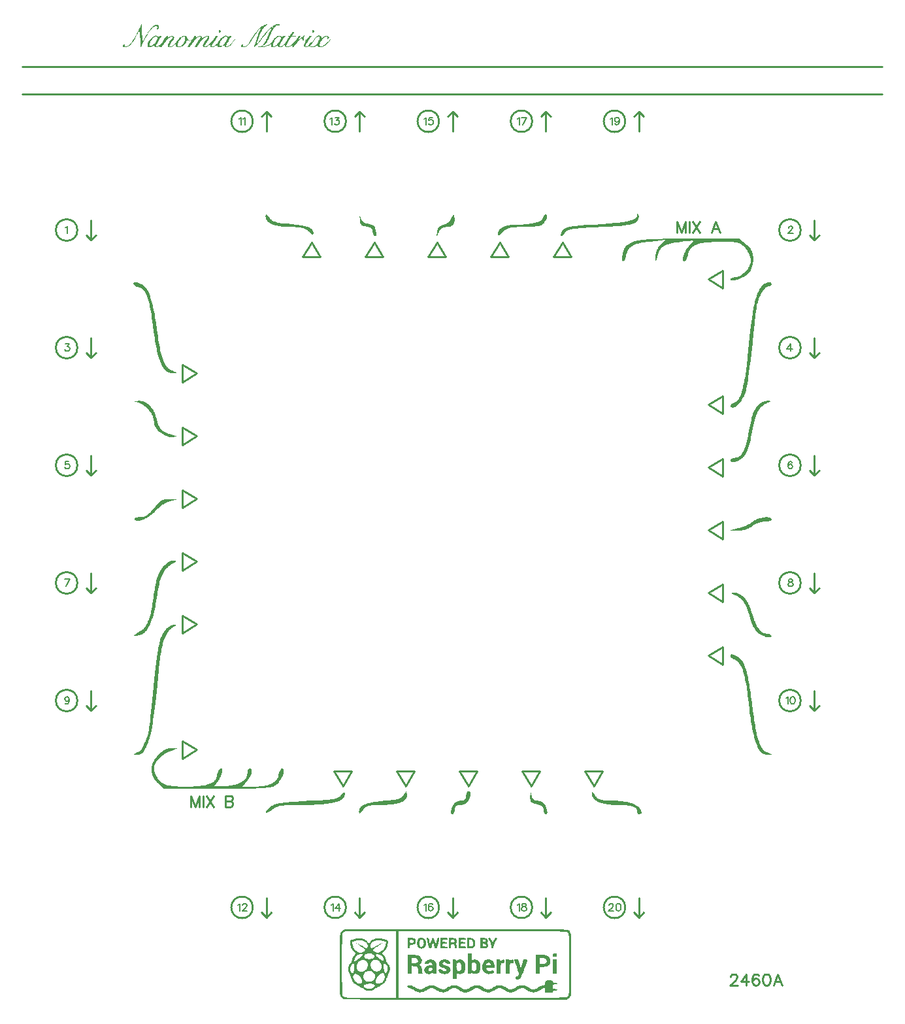
<source format=gto>
G04 Layer: TopSilkscreenLayer*
G04 EasyEDA v6.5.29, 2023-07-19 21:34:44*
G04 25dd6f9caf2f465b81daf7de5460995f,5a6b42c53f6a479593ecc07194224c93,10*
G04 Gerber Generator version 0.2*
G04 Scale: 100 percent, Rotated: No, Reflected: No *
G04 Dimensions in millimeters *
G04 leading zeros omitted , absolute positions ,4 integer and 5 decimal *
%FSLAX45Y45*%
%MOMM*%

%ADD10C,0.2540*%
%ADD11C,0.2032*%

%LPD*%
G36*
X6073952Y1002233D02*
G01*
X4906873Y1002030D01*
X4577486Y1001623D01*
X4363618Y1000709D01*
X4293768Y999998D01*
X4242155Y999134D01*
X4205732Y998067D01*
X4192371Y997458D01*
X4178249Y996492D01*
X4169105Y995527D01*
X4161180Y994054D01*
X4157573Y992987D01*
X4155186Y991920D01*
X4148886Y987907D01*
X4144670Y984656D01*
X4140403Y980948D01*
X4136186Y976934D01*
X4132173Y972718D01*
X4128465Y968451D01*
X4125214Y964285D01*
X4120997Y957681D01*
X4119219Y953973D01*
X4117644Y949452D01*
X4116324Y943559D01*
X4115155Y935736D01*
X4114190Y925423D01*
X4113377Y912063D01*
X4112717Y895096D01*
X4111802Y848156D01*
X4111294Y780034D01*
X4110990Y545439D01*
X4139895Y545439D01*
X4140149Y770026D01*
X4140606Y840079D01*
X4141470Y888136D01*
X4142130Y905357D01*
X4142892Y918819D01*
X4143857Y929030D01*
X4145026Y936599D01*
X4146397Y942136D01*
X4147972Y946200D01*
X4148836Y947826D01*
X4151884Y952093D01*
X4155236Y955852D01*
X4159250Y959459D01*
X4163771Y962812D01*
X4168698Y965962D01*
X4173931Y968756D01*
X4179315Y971194D01*
X4184751Y973226D01*
X4190085Y974852D01*
X4195267Y975918D01*
X4200144Y976426D01*
X4204563Y976325D01*
X4210558Y975360D01*
X4228846Y974801D01*
X4312412Y973836D01*
X4442307Y973277D01*
X6162548Y973124D01*
X6491884Y972718D01*
X6757771Y971854D01*
X6934250Y970534D01*
X6994194Y969670D01*
X7031634Y968756D01*
X7050786Y967740D01*
X7052716Y967435D01*
X7055764Y966012D01*
X7060031Y963523D01*
X7063841Y960729D01*
X7067143Y957173D01*
X7068667Y954938D01*
X7071359Y949401D01*
X7072579Y945896D01*
X7074662Y937361D01*
X7075627Y932129D01*
X7077252Y919530D01*
X7078573Y903732D01*
X7079589Y884224D01*
X7080453Y860602D01*
X7081062Y832408D01*
X7081774Y760526D01*
X7082028Y575564D01*
X7081875Y363931D01*
X7081520Y287070D01*
X7080859Y230987D01*
X7080402Y209651D01*
X7079081Y178104D01*
X7078268Y167030D01*
X7077303Y158496D01*
X7076135Y152095D01*
X7074865Y147320D01*
X7073392Y143814D01*
X7067499Y133756D01*
X7065873Y131419D01*
X7064197Y129590D01*
X7062571Y128219D01*
X7059523Y126339D01*
X7056323Y124815D01*
X7049516Y122631D01*
X7038848Y120446D01*
X7031329Y119380D01*
X7012178Y117500D01*
X6992467Y116179D01*
X6968236Y115062D01*
X6939025Y114096D01*
X6904329Y113283D01*
X6816394Y112115D01*
X6700469Y111404D01*
X6520789Y110947D01*
X4869688Y110896D01*
X4869688Y973226D01*
X4840681Y973226D01*
X4840681Y110896D01*
X4385462Y110998D01*
X4299610Y111607D01*
X4266590Y112217D01*
X4239310Y113131D01*
X4217212Y114350D01*
X4199534Y115925D01*
X4185767Y117957D01*
X4180128Y119126D01*
X4175201Y120446D01*
X4170934Y121920D01*
X4167225Y123494D01*
X4163974Y125222D01*
X4161180Y127101D01*
X4156456Y131368D01*
X4152392Y136296D01*
X4148582Y141732D01*
X4147159Y144881D01*
X4145889Y149301D01*
X4144822Y155448D01*
X4143857Y163728D01*
X4142994Y174498D01*
X4142282Y188264D01*
X4141215Y226263D01*
X4140504Y281025D01*
X4140149Y355955D01*
X4139895Y545439D01*
X4110990Y545439D01*
X4111193Y330657D01*
X4111599Y256590D01*
X4112412Y204774D01*
X4113733Y170688D01*
X4114647Y158953D01*
X4115714Y149961D01*
X4116933Y143154D01*
X4118406Y138023D01*
X4119626Y134924D01*
X4120997Y132232D01*
X4125214Y125628D01*
X4128465Y121412D01*
X4132173Y117144D01*
X4136186Y112928D01*
X4140403Y108915D01*
X4144670Y105206D01*
X4148886Y101955D01*
X4154627Y98247D01*
X4157472Y96926D01*
X4161434Y95758D01*
X4167225Y94640D01*
X4176420Y93573D01*
X4188104Y92659D01*
X4217314Y91389D01*
X4267403Y90220D01*
X4335881Y89408D01*
X4417263Y88849D01*
X4528108Y88392D01*
X4743602Y87985D01*
X5057597Y87782D01*
X7051395Y87731D01*
X7070445Y100736D01*
X7074509Y103784D01*
X7078725Y107391D01*
X7082942Y111455D01*
X7087108Y115874D01*
X7091019Y120446D01*
X7094626Y125069D01*
X7097725Y129641D01*
X7101230Y135737D01*
X7102906Y139700D01*
X7104380Y144424D01*
X7105650Y150520D01*
X7106767Y158496D01*
X7107732Y168757D01*
X7108494Y181914D01*
X7109714Y218694D01*
X7110425Y272897D01*
X7110831Y348488D01*
X7111034Y934567D01*
X7095896Y960424D01*
X7094169Y964234D01*
X7090359Y975360D01*
X7087819Y979525D01*
X7084364Y982624D01*
X7080402Y984910D01*
X7074255Y987247D01*
X7069074Y988720D01*
X7065009Y989634D01*
X7056678Y991108D01*
X7041845Y993038D01*
X7027164Y994410D01*
X7002322Y996035D01*
X6980580Y997102D01*
X6922719Y998931D01*
X6851954Y1000201D01*
X6757111Y1001166D01*
X6647180Y1001725D01*
X6439966Y1002131D01*
G37*
G36*
X5164226Y889863D02*
G01*
X5157978Y889253D01*
X5151882Y887984D01*
X5146090Y886053D01*
X5140553Y883462D01*
X5135422Y880364D01*
X5130952Y877112D01*
X5127040Y873709D01*
X5123688Y869950D01*
X5120894Y865835D01*
X5118557Y861263D01*
X5116677Y856183D01*
X5115255Y850442D01*
X5114188Y844042D01*
X5113426Y836879D01*
X5113020Y828802D01*
X5112924Y820419D01*
X5141874Y820419D01*
X5141976Y829005D01*
X5142382Y836117D01*
X5143144Y842010D01*
X5144363Y846836D01*
X5146040Y850849D01*
X5148275Y854252D01*
X5151170Y857250D01*
X5154726Y860044D01*
X5163566Y866038D01*
X5169154Y868375D01*
X5174437Y867359D01*
X5182311Y863295D01*
X5185714Y861009D01*
X5188712Y858012D01*
X5191353Y854405D01*
X5193588Y850290D01*
X5195417Y845718D01*
X5196890Y840740D01*
X5198008Y835507D01*
X5198719Y830021D01*
X5199075Y824382D01*
X5199024Y818692D01*
X5198668Y813003D01*
X5197906Y807415D01*
X5196789Y801979D01*
X5195366Y796848D01*
X5193538Y791972D01*
X5191353Y787501D01*
X5188864Y783539D01*
X5185968Y780135D01*
X5182768Y777341D01*
X5179212Y775258D01*
X5173675Y773226D01*
X5168493Y772312D01*
X5163718Y772515D01*
X5159349Y773836D01*
X5155438Y776224D01*
X5151932Y779627D01*
X5148935Y783996D01*
X5146446Y789432D01*
X5144465Y795782D01*
X5143042Y803097D01*
X5142179Y811326D01*
X5141874Y820419D01*
X5112924Y820419D01*
X5113020Y810615D01*
X5113477Y802436D01*
X5114239Y795121D01*
X5115356Y788670D01*
X5116880Y782929D01*
X5118862Y777798D01*
X5121402Y773277D01*
X5124399Y769162D01*
X5128006Y765454D01*
X5132273Y762050D01*
X5137150Y758850D01*
X5142738Y755751D01*
X5148630Y753110D01*
X5154625Y751179D01*
X5160721Y749909D01*
X5166868Y749350D01*
X5173014Y749452D01*
X5179110Y750214D01*
X5185105Y751636D01*
X5190947Y753719D01*
X5196586Y756462D01*
X5202021Y759764D01*
X5207101Y763727D01*
X5211876Y768299D01*
X5215839Y772820D01*
X5219039Y777290D01*
X5221478Y782015D01*
X5223256Y787247D01*
X5224526Y793343D01*
X5225338Y800658D01*
X5225745Y809498D01*
X5225745Y831037D01*
X5225338Y839978D01*
X5224526Y847242D01*
X5223256Y853287D01*
X5221325Y858418D01*
X5218734Y862990D01*
X5215382Y867410D01*
X5211064Y871982D01*
X5206187Y876300D01*
X5200904Y880008D01*
X5195265Y883208D01*
X5189321Y885748D01*
X5183174Y887730D01*
X5176875Y889050D01*
X5170525Y889762D01*
G37*
G36*
X5236362Y886968D02*
G01*
X5254345Y805129D01*
X5259628Y782218D01*
X5261813Y773836D01*
X5263845Y767283D01*
X5265826Y762254D01*
X5267756Y758647D01*
X5269839Y756158D01*
X5272176Y754583D01*
X5274767Y753719D01*
X5277764Y753364D01*
X5281320Y753262D01*
X5286248Y753465D01*
X5290210Y754380D01*
X5293461Y756361D01*
X5296255Y759866D01*
X5298846Y765352D01*
X5301488Y773226D01*
X5304434Y783894D01*
X5318912Y842314D01*
X5333542Y783996D01*
X5336489Y773328D01*
X5339130Y765505D01*
X5341721Y759968D01*
X5344515Y756412D01*
X5347716Y754430D01*
X5351576Y753516D01*
X5356402Y753262D01*
X5359806Y753364D01*
X5362752Y753719D01*
X5365242Y754532D01*
X5367528Y756005D01*
X5369509Y758291D01*
X5371439Y761593D01*
X5373268Y766064D01*
X5375198Y771956D01*
X5379516Y788466D01*
X5395264Y856640D01*
X5401056Y879144D01*
X5401208Y882243D01*
X5399176Y884478D01*
X5395061Y885901D01*
X5389016Y886409D01*
X5383784Y886155D01*
X5379567Y885139D01*
X5376164Y883005D01*
X5373370Y879398D01*
X5371033Y873963D01*
X5368899Y866343D01*
X5366766Y856132D01*
X5363108Y835710D01*
X5360619Y824077D01*
X5359400Y819759D01*
X5358180Y816406D01*
X5356961Y814069D01*
X5355742Y812698D01*
X5354472Y812342D01*
X5353151Y812952D01*
X5351780Y814578D01*
X5350357Y817168D01*
X5348833Y820775D01*
X5345582Y830986D01*
X5338826Y857148D01*
X5336133Y866597D01*
X5333695Y873810D01*
X5331256Y879094D01*
X5328767Y882700D01*
X5325973Y884936D01*
X5322773Y886104D01*
X5319014Y886409D01*
X5315204Y886053D01*
X5311952Y884834D01*
X5309108Y882446D01*
X5306466Y878535D01*
X5303875Y872794D01*
X5301132Y864920D01*
X5298084Y854608D01*
X5282895Y796696D01*
X5271922Y853389D01*
X5269585Y863701D01*
X5267401Y871423D01*
X5265166Y876960D01*
X5262626Y880719D01*
X5259578Y883107D01*
X5255869Y884478D01*
X5251297Y885240D01*
G37*
G36*
X4991303Y886409D02*
G01*
X4991303Y843330D01*
X5020259Y843330D01*
X5020310Y850036D01*
X5020614Y855065D01*
X5021478Y858672D01*
X5023104Y861009D01*
X5025694Y862330D01*
X5029555Y862787D01*
X5034889Y862685D01*
X5041950Y862126D01*
X5052974Y860704D01*
X5059883Y858062D01*
X5063794Y853541D01*
X5065623Y846531D01*
X5065928Y840892D01*
X5065115Y836066D01*
X5063236Y832002D01*
X5060137Y828700D01*
X5055920Y826160D01*
X5050536Y824331D01*
X5043982Y823214D01*
X5036159Y822807D01*
X5027625Y823366D01*
X5022799Y826058D01*
X5020716Y832256D01*
X5020259Y843330D01*
X4991303Y843330D01*
X4991303Y753262D01*
X5005781Y753262D01*
X5013502Y753973D01*
X5017871Y757021D01*
X5019802Y764032D01*
X5020259Y776427D01*
X5020310Y784047D01*
X5020614Y789736D01*
X5021478Y793851D01*
X5023104Y796645D01*
X5025745Y798322D01*
X5029758Y799185D01*
X5035296Y799541D01*
X5042611Y799592D01*
X5050536Y799947D01*
X5057902Y801014D01*
X5064658Y802792D01*
X5070856Y805230D01*
X5076393Y808329D01*
X5081320Y812038D01*
X5085537Y816356D01*
X5089093Y821232D01*
X5091836Y826668D01*
X5093868Y832612D01*
X5095138Y839063D01*
X5095544Y845972D01*
X5095341Y851560D01*
X5094782Y856691D01*
X5093817Y861314D01*
X5092446Y865479D01*
X5090566Y869187D01*
X5088229Y872490D01*
X5085334Y875385D01*
X5081879Y877874D01*
X5077815Y880059D01*
X5073192Y881837D01*
X5067858Y883310D01*
X5061864Y884478D01*
X5055209Y885342D01*
X5047742Y885952D01*
X5039563Y886307D01*
G37*
G36*
X5414060Y886409D02*
G01*
X5414060Y753262D01*
X5478526Y753364D01*
X5490057Y753618D01*
X5498693Y754126D01*
X5504789Y754989D01*
X5508752Y756259D01*
X5510936Y758037D01*
X5511698Y760374D01*
X5511444Y763422D01*
X5510580Y766165D01*
X5509006Y768451D01*
X5506567Y770331D01*
X5503113Y771804D01*
X5498541Y773023D01*
X5492597Y773988D01*
X5485231Y774700D01*
X5465521Y775868D01*
X5457342Y776579D01*
X5451449Y777544D01*
X5447436Y779068D01*
X5444947Y781253D01*
X5443626Y784352D01*
X5443118Y788568D01*
X5443118Y799592D01*
X5443575Y803757D01*
X5444744Y806805D01*
X5446928Y808837D01*
X5450433Y810158D01*
X5455564Y810818D01*
X5462625Y811123D01*
X5480456Y811225D01*
X5487111Y811530D01*
X5492191Y812190D01*
X5495899Y813206D01*
X5498388Y814679D01*
X5499963Y816711D01*
X5500725Y819353D01*
X5500928Y822756D01*
X5500725Y826109D01*
X5499963Y828751D01*
X5498388Y830783D01*
X5495899Y832256D01*
X5492191Y833272D01*
X5487111Y833932D01*
X5480456Y834237D01*
X5463032Y834390D01*
X5456123Y834694D01*
X5451043Y835304D01*
X5447436Y836472D01*
X5445099Y838200D01*
X5443778Y840740D01*
X5443169Y844092D01*
X5443016Y848512D01*
X5443169Y852881D01*
X5443880Y856335D01*
X5445404Y858875D01*
X5448046Y860806D01*
X5452160Y862126D01*
X5458002Y863092D01*
X5465978Y863803D01*
X5485231Y864971D01*
X5492597Y865733D01*
X5498541Y866648D01*
X5503113Y867867D01*
X5506567Y869340D01*
X5509006Y871219D01*
X5510580Y873506D01*
X5511444Y876249D01*
X5511698Y879297D01*
X5510936Y881634D01*
X5508752Y883412D01*
X5504789Y884732D01*
X5498693Y885545D01*
X5490057Y886053D01*
X5463743Y886409D01*
G37*
G36*
X5524093Y886409D02*
G01*
X5524093Y845870D01*
X5553049Y845870D01*
X5553608Y855319D01*
X5556148Y860501D01*
X5562092Y862787D01*
X5572709Y863244D01*
X5581446Y862634D01*
X5588254Y860856D01*
X5593181Y857910D01*
X5595975Y853846D01*
X5597144Y848868D01*
X5596788Y844143D01*
X5595061Y839876D01*
X5592064Y836066D01*
X5587898Y832967D01*
X5582716Y830580D01*
X5576620Y829056D01*
X5569712Y828497D01*
X5560974Y829106D01*
X5555894Y831494D01*
X5553608Y836726D01*
X5553049Y845870D01*
X5524093Y845870D01*
X5524093Y753262D01*
X5543042Y753414D01*
X5546445Y753973D01*
X5549036Y755192D01*
X5550814Y757326D01*
X5551982Y760577D01*
X5552694Y765149D01*
X5552998Y771347D01*
X5553151Y787552D01*
X5553456Y793800D01*
X5554167Y798423D01*
X5555437Y801573D01*
X5557418Y803656D01*
X5560263Y804773D01*
X5564174Y805281D01*
X5569305Y805383D01*
X5576722Y804926D01*
X5582970Y803503D01*
X5588203Y801116D01*
X5592318Y797610D01*
X5595518Y793089D01*
X5597702Y787400D01*
X5598972Y780491D01*
X5599887Y762152D01*
X5602122Y756412D01*
X5607050Y753872D01*
X5615838Y753262D01*
X5621223Y753364D01*
X5625236Y753719D01*
X5627979Y754735D01*
X5629656Y756716D01*
X5630418Y759866D01*
X5630316Y764540D01*
X5629605Y770991D01*
X5628335Y779627D01*
X5626252Y790346D01*
X5623560Y800150D01*
X5620613Y807872D01*
X5617718Y812546D01*
X5615076Y816152D01*
X5614619Y819861D01*
X5616295Y824128D01*
X5622848Y832764D01*
X5624677Y836879D01*
X5625846Y841451D01*
X5626404Y846378D01*
X5626354Y851458D01*
X5625693Y856640D01*
X5624474Y861669D01*
X5622747Y866495D01*
X5620461Y870966D01*
X5617718Y874877D01*
X5614517Y878179D01*
X5610910Y880668D01*
X5607964Y881786D01*
X5603748Y882903D01*
X5592165Y884732D01*
X5577738Y885952D01*
X5562142Y886409D01*
G37*
G36*
X5651550Y886409D02*
G01*
X5651550Y753262D01*
X5712053Y753364D01*
X5723026Y753618D01*
X5731205Y754126D01*
X5736945Y755091D01*
X5740755Y756513D01*
X5742940Y758596D01*
X5743956Y761288D01*
X5744210Y764844D01*
X5743956Y768299D01*
X5743143Y770940D01*
X5741517Y772972D01*
X5738774Y774446D01*
X5734710Y775462D01*
X5729122Y776071D01*
X5721756Y776376D01*
X5701893Y776478D01*
X5694070Y776732D01*
X5688380Y777392D01*
X5684570Y778662D01*
X5682234Y780745D01*
X5681014Y783844D01*
X5680557Y788111D01*
X5680557Y799439D01*
X5681014Y803656D01*
X5682183Y806754D01*
X5684367Y808837D01*
X5687822Y810158D01*
X5692952Y810818D01*
X5700064Y811123D01*
X5717895Y811225D01*
X5724550Y811530D01*
X5729630Y812190D01*
X5733338Y813206D01*
X5735878Y814679D01*
X5737402Y816711D01*
X5738164Y819353D01*
X5738418Y822756D01*
X5738164Y826109D01*
X5737402Y828751D01*
X5735878Y830783D01*
X5733338Y832256D01*
X5729630Y833272D01*
X5724550Y833932D01*
X5717895Y834237D01*
X5700420Y834390D01*
X5693511Y834644D01*
X5688380Y835304D01*
X5684824Y836472D01*
X5682538Y838250D01*
X5681218Y840841D01*
X5680608Y844296D01*
X5680608Y853338D01*
X5681218Y856792D01*
X5682640Y859383D01*
X5685129Y861161D01*
X5689041Y862279D01*
X5694680Y862888D01*
X5702300Y863193D01*
X5721756Y863346D01*
X5729122Y863600D01*
X5734710Y864209D01*
X5738774Y865225D01*
X5741517Y866698D01*
X5743143Y868730D01*
X5743956Y871423D01*
X5744210Y874826D01*
X5743956Y878382D01*
X5742940Y881126D01*
X5740755Y883158D01*
X5736945Y884580D01*
X5731205Y885545D01*
X5723026Y886053D01*
X5697880Y886409D01*
G37*
G36*
X5761583Y886409D02*
G01*
X5761583Y863244D01*
X5807710Y863244D01*
X5815431Y862533D01*
X5821984Y860348D01*
X5827166Y856843D01*
X5830874Y852068D01*
X5833211Y846023D01*
X5835091Y837946D01*
X5836361Y828903D01*
X5836869Y819861D01*
X5836666Y812596D01*
X5836107Y806094D01*
X5835142Y800252D01*
X5833821Y795121D01*
X5832094Y790600D01*
X5829909Y786790D01*
X5827318Y783539D01*
X5824321Y780948D01*
X5820867Y778967D01*
X5816904Y777544D01*
X5812536Y776732D01*
X5807710Y776427D01*
X5790539Y776427D01*
X5790539Y863244D01*
X5761583Y863244D01*
X5761583Y753262D01*
X5807354Y753414D01*
X5815939Y753821D01*
X5823000Y754684D01*
X5828893Y756107D01*
X5834024Y758240D01*
X5838799Y761238D01*
X5843625Y765149D01*
X5848908Y770178D01*
X5853836Y775411D01*
X5857748Y780135D01*
X5860694Y784860D01*
X5862878Y789889D01*
X5864352Y795528D01*
X5865266Y802132D01*
X5865672Y810158D01*
X5865825Y819861D01*
X5865672Y829513D01*
X5865266Y837539D01*
X5864352Y844143D01*
X5862878Y849833D01*
X5860694Y854811D01*
X5857748Y859536D01*
X5853836Y864311D01*
X5848908Y869492D01*
X5843625Y874521D01*
X5838799Y878433D01*
X5834024Y881430D01*
X5828893Y883564D01*
X5823000Y884986D01*
X5815939Y885850D01*
X5807354Y886256D01*
G37*
G36*
X5935319Y886409D02*
G01*
X5935319Y848766D01*
X5964275Y848766D01*
X5964936Y856183D01*
X5967476Y860602D01*
X5972759Y862685D01*
X5981649Y863244D01*
X5990539Y862685D01*
X5995822Y860602D01*
X5998362Y856183D01*
X5999022Y848766D01*
X5998362Y841349D01*
X5995822Y836980D01*
X5990539Y834847D01*
X5981649Y834288D01*
X5972759Y834847D01*
X5967476Y836980D01*
X5964936Y841349D01*
X5964275Y848766D01*
X5935319Y848766D01*
X5935319Y794156D01*
X5964275Y794156D01*
X5964732Y803859D01*
X5967120Y808939D01*
X5972759Y810615D01*
X5983122Y810056D01*
X5992723Y808532D01*
X5998718Y805637D01*
X6002070Y800506D01*
X6003747Y792327D01*
X6004204Y783640D01*
X6002121Y778865D01*
X5996178Y776833D01*
X5984951Y776427D01*
X5973622Y776884D01*
X5967425Y779119D01*
X5964783Y784453D01*
X5964275Y794156D01*
X5935319Y794156D01*
X5935319Y753262D01*
X5985560Y753414D01*
X5994450Y753770D01*
X6001918Y754430D01*
X6008065Y755396D01*
X6013145Y756767D01*
X6017209Y758545D01*
X6020562Y760730D01*
X6023305Y763422D01*
X6028232Y769670D01*
X6031992Y775665D01*
X6034633Y781507D01*
X6036157Y787146D01*
X6036564Y792683D01*
X6035802Y798118D01*
X6033973Y803503D01*
X6027216Y815848D01*
X6025438Y822502D01*
X6025692Y829310D01*
X6029756Y843737D01*
X6030417Y850747D01*
X6029909Y857707D01*
X6028385Y864412D01*
X6025896Y870508D01*
X6022492Y875792D01*
X6018326Y879957D01*
X6013450Y882700D01*
X6010859Y883462D01*
X6002223Y884783D01*
X5990386Y885748D01*
X5976670Y886307D01*
G37*
G36*
X6048349Y886409D02*
G01*
X6042660Y886104D01*
X6038037Y885291D01*
X6034938Y884072D01*
X6033770Y882599D01*
X6034176Y881126D01*
X6037224Y874268D01*
X6042710Y863447D01*
X6057595Y836117D01*
X6063538Y824280D01*
X6068009Y813562D01*
X6069787Y808532D01*
X6072378Y798880D01*
X6073851Y789432D01*
X6074206Y784656D01*
X6074410Y771652D01*
X6074714Y765352D01*
X6075375Y760679D01*
X6076543Y757377D01*
X6078372Y755243D01*
X6080912Y753973D01*
X6084316Y753414D01*
X6088786Y753262D01*
X6096457Y753973D01*
X6100826Y756818D01*
X6102807Y763168D01*
X6103416Y777849D01*
X6103924Y781761D01*
X6105956Y790600D01*
X6109208Y800608D01*
X6113729Y811784D01*
X6119520Y824026D01*
X6142786Y867867D01*
X6149136Y881176D01*
X6149594Y882751D01*
X6148476Y884174D01*
X6145326Y885342D01*
X6140704Y886104D01*
X6135065Y886409D01*
X6131001Y886104D01*
X6127343Y885240D01*
X6124041Y883564D01*
X6120892Y881075D01*
X6117793Y877620D01*
X6114694Y873099D01*
X6111392Y867410D01*
X6102654Y850239D01*
X6097879Y841959D01*
X6094018Y836371D01*
X6091682Y834288D01*
X6089345Y836371D01*
X6085535Y841959D01*
X6080760Y850239D01*
X6071971Y867410D01*
X6068669Y873099D01*
X6065570Y877620D01*
X6062472Y881075D01*
X6059373Y883564D01*
X6056020Y885240D01*
X6052413Y886104D01*
G37*
G36*
X4369054Y883716D02*
G01*
X4365244Y883615D01*
X4354372Y882497D01*
X4340555Y880364D01*
X4325264Y877468D01*
X4300067Y872083D01*
X4280662Y867562D01*
X4266336Y863600D01*
X4260850Y861669D01*
X4256278Y859739D01*
X4252620Y857758D01*
X4249775Y855675D01*
X4247540Y853440D01*
X4245965Y851001D01*
X4244848Y848309D01*
X4244136Y845362D01*
X4243527Y838403D01*
X4243171Y825906D01*
X4243436Y813765D01*
X4270298Y813765D01*
X4270349Y816102D01*
X4272432Y816965D01*
X4275328Y817575D01*
X4276394Y819505D01*
X4275683Y823112D01*
X4270349Y834644D01*
X4270552Y838149D01*
X4274210Y839724D01*
X4288231Y840536D01*
X4292142Y841806D01*
X4293666Y843889D01*
X4291939Y849630D01*
X4293920Y851103D01*
X4298848Y851103D01*
X4314545Y848715D01*
X4320286Y848817D01*
X4323943Y849985D01*
X4325264Y852220D01*
X4326128Y854303D01*
X4328617Y855421D01*
X4332274Y855522D01*
X4341520Y853541D01*
X4345178Y853694D01*
X4347565Y854964D01*
X4348429Y857250D01*
X4349038Y859840D01*
X4351070Y860755D01*
X4354677Y859942D01*
X4365396Y854913D01*
X4368952Y854151D01*
X4370984Y855167D01*
X4372051Y860704D01*
X4373473Y861618D01*
X4376064Y860602D01*
X4380026Y857656D01*
X4383786Y855268D01*
X4387850Y853846D01*
X4391660Y853592D01*
X4397857Y855522D01*
X4401667Y855268D01*
X4405731Y853846D01*
X4412742Y849121D01*
X4415434Y847852D01*
X4417263Y847750D01*
X4417923Y848969D01*
X4418888Y849833D01*
X4421479Y848918D01*
X4425391Y846378D01*
X4435094Y838403D01*
X4439615Y835507D01*
X4443222Y834034D01*
X4447743Y834491D01*
X4451096Y832154D01*
X4455109Y827786D01*
X4459427Y821893D01*
X4463745Y814984D01*
X4467656Y807618D01*
X4470857Y800252D01*
X4473041Y793445D01*
X4473775Y787095D01*
X4507026Y787095D01*
X4507484Y791260D01*
X4508449Y795680D01*
X4510024Y800557D01*
X4512208Y806043D01*
X4515561Y813104D01*
X4519726Y820064D01*
X4524248Y826516D01*
X4528769Y832103D01*
X4532934Y836371D01*
X4536338Y838860D01*
X4538675Y839216D01*
X4539538Y837031D01*
X4540453Y836117D01*
X4542942Y836930D01*
X4546650Y839266D01*
X4555642Y846683D01*
X4559300Y849071D01*
X4561789Y849884D01*
X4562703Y848969D01*
X4563313Y847750D01*
X4565040Y847699D01*
X4567580Y848868D01*
X4570679Y851052D01*
X4574438Y853338D01*
X4578858Y854710D01*
X4583379Y855065D01*
X4591253Y853541D01*
X4595012Y854049D01*
X4598365Y855624D01*
X4600854Y858215D01*
X4603089Y861364D01*
X4604867Y862431D01*
X4606340Y861568D01*
X4607661Y858672D01*
X4609338Y855827D01*
X4611979Y854710D01*
X4615840Y855370D01*
X4626152Y860044D01*
X4629607Y860755D01*
X4631588Y859840D01*
X4632198Y857250D01*
X4633061Y854964D01*
X4635449Y853694D01*
X4639106Y853541D01*
X4648352Y855522D01*
X4652010Y855421D01*
X4654499Y854303D01*
X4655362Y852220D01*
X4656683Y849985D01*
X4660341Y848817D01*
X4666081Y848715D01*
X4681778Y851103D01*
X4686706Y851103D01*
X4688687Y849630D01*
X4686909Y843889D01*
X4688179Y841806D01*
X4691634Y840536D01*
X4703724Y839469D01*
X4707788Y837285D01*
X4709820Y833170D01*
X4710176Y826769D01*
X4709668Y821080D01*
X4708601Y815492D01*
X4707229Y810615D01*
X4704384Y803808D01*
X4703876Y799795D01*
X4704130Y795528D01*
X4706061Y787755D01*
X4705756Y784860D01*
X4704232Y782929D01*
X4699203Y781558D01*
X4697679Y779627D01*
X4697272Y776833D01*
X4698796Y769518D01*
X4698085Y766013D01*
X4696053Y763117D01*
X4692904Y761136D01*
X4689602Y759409D01*
X4686858Y757072D01*
X4685030Y754532D01*
X4683252Y748131D01*
X4680305Y743204D01*
X4675987Y737717D01*
X4670806Y732180D01*
X4665167Y726998D01*
X4659630Y722731D01*
X4654651Y719785D01*
X4650689Y718667D01*
X4648047Y718159D01*
X4646371Y716889D01*
X4645914Y715010D01*
X4646676Y712774D01*
X4646980Y710488D01*
X4644999Y708660D01*
X4641037Y707440D01*
X4629708Y706526D01*
X4624984Y705307D01*
X4621784Y703427D01*
X4620615Y701192D01*
X4619955Y698500D01*
X4618075Y696518D01*
X4615129Y695248D01*
X4611268Y694588D01*
X4606594Y694588D01*
X4601362Y695096D01*
X4595622Y696112D01*
X4589627Y697636D01*
X4583430Y699566D01*
X4577283Y701903D01*
X4571238Y704545D01*
X4565548Y707542D01*
X4560265Y710742D01*
X4555591Y714197D01*
X4551680Y717804D01*
X4548733Y721512D01*
X4545939Y725932D01*
X4544161Y729589D01*
X4543552Y732840D01*
X4544161Y735990D01*
X4546244Y739444D01*
X4549902Y743458D01*
X4562500Y754634D01*
X4569866Y760577D01*
X4579112Y767486D01*
X4589678Y774903D01*
X4612284Y789686D01*
X4650028Y812546D01*
X4660392Y819658D01*
X4661154Y820521D01*
X4660646Y820928D01*
X4659223Y820775D01*
X4653838Y819099D01*
X4645609Y815848D01*
X4635195Y811326D01*
X4610303Y799490D01*
X4584192Y786028D01*
X4572203Y779424D01*
X4548682Y765556D01*
X4537049Y759155D01*
X4528210Y754888D01*
X4525264Y753668D01*
X4523435Y753262D01*
X4520692Y754583D01*
X4517440Y758139D01*
X4514037Y763422D01*
X4510887Y769874D01*
X4509109Y774598D01*
X4507839Y778967D01*
X4507179Y783031D01*
X4507026Y787095D01*
X4473775Y787095D01*
X4473905Y785977D01*
X4472889Y778764D01*
X4469993Y771652D01*
X4465116Y764489D01*
X4453686Y750366D01*
X4433519Y765149D01*
X4424730Y770737D01*
X4414012Y776986D01*
X4401870Y783742D01*
X4375454Y797356D01*
X4350054Y809498D01*
X4339132Y814324D01*
X4330039Y817981D01*
X4323486Y820115D01*
X4321302Y820572D01*
X4319930Y820572D01*
X4319473Y820064D01*
X4320184Y819200D01*
X4325670Y815390D01*
X4335475Y809345D01*
X4360773Y794715D01*
X4371644Y788060D01*
X4382871Y780846D01*
X4393895Y773328D01*
X4404055Y766013D01*
X4412792Y759256D01*
X4423511Y749960D01*
X4428998Y744829D01*
X4432960Y740460D01*
X4435551Y736752D01*
X4436922Y733399D01*
X4437176Y730199D01*
X4436414Y726948D01*
X4434789Y723442D01*
X4432198Y719734D01*
X4428540Y716076D01*
X4423968Y712571D01*
X4418634Y709218D01*
X4412742Y706120D01*
X4406442Y703275D01*
X4399940Y700735D01*
X4393438Y698601D01*
X4386986Y696925D01*
X4380890Y695655D01*
X4375200Y694944D01*
X4370171Y694842D01*
X4366006Y695350D01*
X4362754Y696569D01*
X4360722Y698500D01*
X4360011Y701192D01*
X4358843Y703427D01*
X4355642Y705307D01*
X4350918Y706526D01*
X4339590Y707440D01*
X4335627Y708660D01*
X4333646Y710488D01*
X4333951Y712774D01*
X4334713Y715010D01*
X4334256Y716889D01*
X4332579Y718159D01*
X4329938Y718667D01*
X4326229Y719734D01*
X4321302Y722630D01*
X4315815Y726846D01*
X4310126Y731875D01*
X4304842Y737209D01*
X4300423Y742442D01*
X4297426Y747064D01*
X4295495Y752856D01*
X4293311Y755904D01*
X4290110Y759256D01*
X4281830Y766216D01*
X4280052Y768604D01*
X4280865Y769975D01*
X4287570Y771093D01*
X4288332Y773074D01*
X4286453Y776681D01*
X4277512Y787450D01*
X4275632Y791057D01*
X4276090Y793140D01*
X4281728Y794461D01*
X4282186Y796544D01*
X4280306Y800150D01*
X4272229Y810107D01*
X4270298Y813765D01*
X4243436Y813765D01*
X4244136Y806348D01*
X4244898Y801928D01*
X4247184Y793038D01*
X4250690Y783285D01*
X4255668Y771753D01*
X4266336Y749350D01*
X4268673Y745185D01*
X4271772Y740511D01*
X4275582Y735380D01*
X4279900Y730046D01*
X4289653Y719328D01*
X4294784Y714248D01*
X4299915Y709574D01*
X4324502Y688238D01*
X4307281Y673760D01*
X4302201Y669239D01*
X4297527Y664616D01*
X4293311Y659841D01*
X4289450Y654913D01*
X4285996Y649732D01*
X4282846Y644245D01*
X4280052Y638454D01*
X4277563Y632307D01*
X4275378Y625805D01*
X4273448Y618845D01*
X4271721Y611378D01*
X4268978Y597052D01*
X4266771Y589686D01*
X4298137Y589686D01*
X4298340Y595680D01*
X4299508Y603605D01*
X4301591Y612648D01*
X4303572Y618693D01*
X4306163Y624789D01*
X4309313Y630732D01*
X4312970Y636625D01*
X4317085Y642264D01*
X4321606Y647700D01*
X4326432Y652780D01*
X4331614Y657555D01*
X4337050Y661822D01*
X4342638Y665632D01*
X4348378Y668934D01*
X4354220Y671576D01*
X4362348Y674217D01*
X4370984Y676097D01*
X4379722Y677214D01*
X4387951Y677519D01*
X4395266Y677062D01*
X4401058Y675843D01*
X4404918Y673912D01*
X4406341Y671169D01*
X4405833Y668782D01*
X4404410Y665835D01*
X4402124Y662330D01*
X4395266Y654202D01*
X4389860Y648563D01*
X4427524Y648563D01*
X4427829Y652018D01*
X4428642Y655421D01*
X4429963Y658774D01*
X4431690Y662025D01*
X4433925Y665226D01*
X4436465Y668274D01*
X4439462Y671220D01*
X4442764Y674014D01*
X4446371Y676605D01*
X4450334Y679043D01*
X4454499Y681278D01*
X4463592Y685038D01*
X4468469Y686562D01*
X4473448Y687832D01*
X4478629Y688797D01*
X4483862Y689457D01*
X4489196Y689762D01*
X4494631Y689762D01*
X4500067Y689406D01*
X4505502Y688644D01*
X4510938Y687527D01*
X4516323Y685952D01*
X4521606Y683971D01*
X4526788Y681532D01*
X4532630Y678332D01*
X4537913Y675081D01*
X4542586Y671830D01*
X4546865Y668324D01*
X4577080Y668324D01*
X4577994Y670509D01*
X4580077Y672338D01*
X4583430Y673912D01*
X4587544Y674928D01*
X4592370Y675436D01*
X4597704Y675487D01*
X4603445Y675030D01*
X4609490Y674217D01*
X4615586Y672947D01*
X4621733Y671271D01*
X4627727Y669239D01*
X4633417Y666902D01*
X4638700Y664210D01*
X4643424Y661263D01*
X4648504Y657453D01*
X4653229Y653389D01*
X4657648Y649071D01*
X4661712Y644601D01*
X4665472Y639826D01*
X4668824Y634847D01*
X4671923Y629666D01*
X4674616Y624230D01*
X4676952Y618642D01*
X4678984Y612800D01*
X4680610Y606755D01*
X4681931Y600557D01*
X4685944Y578002D01*
X4657394Y594004D01*
X4648860Y599643D01*
X4639106Y606704D01*
X4628794Y614730D01*
X4618329Y623316D01*
X4608423Y632002D01*
X4594910Y644753D01*
X4588002Y651764D01*
X4582871Y657453D01*
X4579416Y661974D01*
X4577537Y665530D01*
X4577080Y668324D01*
X4546865Y668324D01*
X4550257Y665175D01*
X4553254Y661822D01*
X4555744Y658520D01*
X4557674Y655218D01*
X4559046Y651967D01*
X4559909Y648766D01*
X4560265Y645617D01*
X4560112Y642518D01*
X4559452Y639521D01*
X4558284Y636625D01*
X4556607Y633831D01*
X4554474Y631190D01*
X4551832Y628700D01*
X4548733Y626313D01*
X4545126Y624078D01*
X4541113Y622046D01*
X4536592Y620217D01*
X4531664Y618591D01*
X4526280Y617169D01*
X4520438Y615950D01*
X4514189Y614984D01*
X4507484Y614273D01*
X4500422Y613816D01*
X4492904Y613613D01*
X4483404Y613714D01*
X4475073Y614121D01*
X4467758Y614832D01*
X4461357Y615950D01*
X4455668Y617474D01*
X4450588Y619404D01*
X4445965Y621792D01*
X4441647Y624687D01*
X4437684Y627938D01*
X4434433Y631291D01*
X4431792Y634695D01*
X4429861Y638149D01*
X4428490Y641604D01*
X4427728Y645109D01*
X4427524Y648563D01*
X4389860Y648563D01*
X4380585Y639724D01*
X4368800Y629412D01*
X4356201Y619099D01*
X4343349Y609346D01*
X4331004Y600659D01*
X4319727Y593496D01*
X4314748Y590651D01*
X4310227Y588416D01*
X4306316Y586841D01*
X4303115Y585927D01*
X4300677Y585825D01*
X4299051Y586587D01*
X4298137Y589686D01*
X4266771Y589686D01*
X4265066Y585165D01*
X4262475Y579577D01*
X4259376Y574192D01*
X4255770Y569010D01*
X4251706Y563981D01*
X4243171Y554837D01*
X4239463Y550418D01*
X4236110Y545846D01*
X4233011Y541020D01*
X4230217Y536092D01*
X4227728Y530961D01*
X4225493Y525729D01*
X4223613Y520395D01*
X4221988Y514959D01*
X4220667Y509422D01*
X4219651Y503834D01*
X4218940Y498195D01*
X4218533Y492506D01*
X4218502Y489051D01*
X4245660Y489051D01*
X4245914Y495503D01*
X4246727Y501751D01*
X4248251Y507898D01*
X4250588Y514197D01*
X4253534Y520598D01*
X4257040Y526846D01*
X4260951Y532841D01*
X4265117Y538429D01*
X4269486Y543458D01*
X4273905Y547827D01*
X4278274Y551332D01*
X4282440Y553821D01*
X4286351Y555193D01*
X4289806Y555294D01*
X4292244Y554431D01*
X4294327Y552856D01*
X4296054Y550418D01*
X4297527Y547065D01*
X4298696Y542747D01*
X4299661Y537260D01*
X4300372Y530656D01*
X4301134Y516737D01*
X4300986Y512064D01*
X4329430Y512064D01*
X4329684Y521716D01*
X4331055Y531469D01*
X4333544Y541121D01*
X4335221Y545896D01*
X4337202Y550621D01*
X4339488Y555294D01*
X4342028Y559816D01*
X4344924Y564235D01*
X4348073Y568553D01*
X4351528Y572668D01*
X4355236Y576630D01*
X4359300Y580440D01*
X4363669Y584047D01*
X4368342Y587451D01*
X4373321Y590550D01*
X4378604Y593445D01*
X4384548Y596087D01*
X4390948Y598119D01*
X4397654Y599541D01*
X4404512Y600456D01*
X4411472Y600760D01*
X4418431Y600506D01*
X4425238Y599744D01*
X4431741Y598424D01*
X4437938Y596544D01*
X4443628Y594156D01*
X4448759Y591261D01*
X4453178Y587908D01*
X4456938Y584200D01*
X4460290Y580237D01*
X4463288Y576122D01*
X4465878Y571855D01*
X4468063Y567385D01*
X4469942Y562762D01*
X4471416Y558038D01*
X4472482Y553212D01*
X4473295Y548335D01*
X4473702Y543356D01*
X4473787Y539140D01*
X4509770Y539140D01*
X4509871Y544068D01*
X4510227Y548944D01*
X4510938Y553770D01*
X4512005Y558546D01*
X4513376Y563219D01*
X4515104Y567842D01*
X4517186Y572312D01*
X4519625Y576681D01*
X4522419Y580948D01*
X4525568Y585012D01*
X4530090Y590143D01*
X4534306Y594207D01*
X4538421Y597306D01*
X4542739Y599592D01*
X4547514Y601167D01*
X4553102Y602132D01*
X4559655Y602640D01*
X4567580Y602792D01*
X4573828Y602589D01*
X4580077Y601980D01*
X4586274Y601014D01*
X4592269Y599694D01*
X4598060Y598068D01*
X4603546Y596138D01*
X4608576Y593902D01*
X4613148Y591464D01*
X4617059Y588822D01*
X4620920Y585622D01*
X4624730Y582015D01*
X4628489Y578002D01*
X4635601Y569010D01*
X4642002Y559003D01*
X4644898Y553821D01*
X4647488Y548589D01*
X4651705Y538124D01*
X4653229Y532993D01*
X4654397Y528015D01*
X4654963Y524256D01*
X4678629Y524256D01*
X4678883Y535686D01*
X4679238Y540613D01*
X4680458Y548386D01*
X4681372Y550976D01*
X4682388Y552653D01*
X4685487Y555040D01*
X4688890Y556260D01*
X4692548Y556260D01*
X4696510Y555142D01*
X4700828Y552805D01*
X4705451Y549300D01*
X4710379Y544576D01*
X4715662Y538683D01*
X4719167Y534009D01*
X4722266Y528828D01*
X4724857Y523240D01*
X4727092Y517296D01*
X4728819Y511048D01*
X4730140Y504647D01*
X4731004Y498043D01*
X4731410Y491388D01*
X4731410Y484784D01*
X4730902Y478180D01*
X4729988Y471779D01*
X4728616Y465531D01*
X4726787Y459638D01*
X4724450Y454050D01*
X4721707Y448868D01*
X4718507Y444246D01*
X4714798Y439928D01*
X4711344Y436676D01*
X4708093Y434543D01*
X4704994Y433476D01*
X4702098Y433578D01*
X4699355Y434797D01*
X4696764Y437134D01*
X4694275Y440690D01*
X4691837Y445363D01*
X4689500Y451256D01*
X4687214Y458368D01*
X4684979Y466648D01*
X4682591Y478180D01*
X4680712Y491083D01*
X4679442Y504647D01*
X4678730Y517906D01*
X4678629Y524256D01*
X4654963Y524256D01*
X4655362Y518820D01*
X4655058Y512165D01*
X4654042Y505714D01*
X4652416Y499414D01*
X4650232Y493318D01*
X4647539Y487527D01*
X4644288Y482041D01*
X4640580Y476910D01*
X4636414Y472135D01*
X4631842Y467817D01*
X4626914Y463956D01*
X4621682Y460552D01*
X4616145Y457708D01*
X4610303Y455422D01*
X4604308Y453745D01*
X4598111Y452678D01*
X4591710Y452323D01*
X4586427Y452526D01*
X4581245Y453085D01*
X4576165Y454050D01*
X4571187Y455320D01*
X4566361Y456895D01*
X4561687Y458825D01*
X4557166Y461060D01*
X4552797Y463550D01*
X4548581Y466343D01*
X4544568Y469341D01*
X4540707Y472592D01*
X4533595Y479755D01*
X4530293Y483616D01*
X4524400Y491896D01*
X4519422Y500684D01*
X4517288Y505256D01*
X4515408Y509930D01*
X4513783Y514705D01*
X4512411Y519531D01*
X4511294Y524408D01*
X4509973Y534212D01*
X4509770Y539140D01*
X4473787Y539140D01*
X4473549Y533247D01*
X4473041Y528218D01*
X4472178Y523138D01*
X4469587Y513080D01*
X4467860Y508152D01*
X4465878Y503275D01*
X4463592Y498500D01*
X4458309Y489356D01*
X4455261Y484987D01*
X4448556Y476808D01*
X4444847Y472998D01*
X4440936Y469392D01*
X4436821Y466090D01*
X4432503Y462991D01*
X4428032Y460197D01*
X4423359Y457708D01*
X4418533Y455523D01*
X4413504Y453694D01*
X4408373Y452170D01*
X4403039Y451053D01*
X4397603Y450342D01*
X4392066Y449986D01*
X4386478Y450088D01*
X4381195Y450545D01*
X4376115Y451408D01*
X4371289Y452628D01*
X4366768Y454151D01*
X4362450Y456082D01*
X4358386Y458266D01*
X4354626Y460756D01*
X4351070Y463499D01*
X4347819Y466547D01*
X4344822Y469798D01*
X4342028Y473303D01*
X4337354Y480872D01*
X4335424Y484936D01*
X4333748Y489153D01*
X4332325Y493522D01*
X4331208Y498043D01*
X4330344Y502615D01*
X4329734Y507288D01*
X4329430Y512064D01*
X4300986Y512064D01*
X4300474Y503580D01*
X4298696Y489458D01*
X4297476Y482295D01*
X4294428Y468325D01*
X4290771Y455422D01*
X4286707Y444500D01*
X4284573Y439978D01*
X4282440Y436270D01*
X4280306Y433476D01*
X4278223Y431647D01*
X4275124Y430428D01*
X4271975Y430479D01*
X4268825Y431647D01*
X4265676Y433882D01*
X4262577Y436981D01*
X4259580Y440943D01*
X4256786Y445617D01*
X4254144Y450850D01*
X4251807Y456590D01*
X4249775Y462737D01*
X4248099Y469188D01*
X4246829Y475742D01*
X4246016Y482447D01*
X4245660Y489051D01*
X4218502Y489051D01*
X4218686Y481126D01*
X4219194Y475437D01*
X4220006Y469798D01*
X4221175Y464159D01*
X4222648Y458622D01*
X4224426Y453186D01*
X4226509Y447801D01*
X4228947Y442569D01*
X4231640Y437438D01*
X4236618Y429107D01*
X4238904Y424484D01*
X4244086Y412140D01*
X4249674Y397205D01*
X4252399Y389128D01*
X4283760Y389128D01*
X4284167Y393954D01*
X4285081Y398576D01*
X4286453Y402945D01*
X4288383Y407060D01*
X4290822Y410819D01*
X4293819Y414324D01*
X4298645Y418439D01*
X4303623Y421233D01*
X4308957Y422605D01*
X4314748Y422656D01*
X4321200Y421233D01*
X4328464Y418439D01*
X4336694Y414172D01*
X4346041Y408432D01*
X4351375Y404825D01*
X4361230Y397103D01*
X4370019Y388772D01*
X4373025Y385419D01*
X4414316Y385419D01*
X4414316Y389890D01*
X4414672Y394462D01*
X4415383Y399135D01*
X4416450Y403910D01*
X4417872Y408736D01*
X4420057Y414680D01*
X4422546Y420268D01*
X4425391Y425450D01*
X4428591Y430225D01*
X4432096Y434695D01*
X4435906Y438708D01*
X4440021Y442417D01*
X4444492Y445668D01*
X4449267Y448614D01*
X4454347Y451104D01*
X4459732Y453237D01*
X4465472Y455015D01*
X4471517Y456387D01*
X4477816Y457352D01*
X4484471Y457911D01*
X4491431Y458114D01*
X4501438Y458012D01*
X4509516Y457504D01*
X4516221Y456488D01*
X4522063Y454659D01*
X4527448Y451866D01*
X4532884Y447903D01*
X4538929Y442569D01*
X4545990Y435660D01*
X4550664Y430784D01*
X4554728Y425958D01*
X4558334Y421132D01*
X4561382Y416356D01*
X4563872Y411581D01*
X4565853Y406806D01*
X4567326Y401980D01*
X4568240Y397154D01*
X4568698Y392226D01*
X4568596Y387299D01*
X4567936Y382270D01*
X4566818Y377190D01*
X4565192Y371957D01*
X4563008Y366674D01*
X4560316Y361238D01*
X4557166Y355701D01*
X4554321Y351383D01*
X4551324Y347370D01*
X4548124Y343662D01*
X4544771Y340207D01*
X4541266Y337108D01*
X4537608Y334264D01*
X4533798Y331673D01*
X4525924Y327355D01*
X4521809Y325577D01*
X4514571Y323189D01*
X4575911Y323189D01*
X4576165Y327964D01*
X4576826Y332892D01*
X4577943Y338074D01*
X4579416Y343357D01*
X4581296Y348742D01*
X4583531Y354228D01*
X4586071Y359765D01*
X4592116Y370890D01*
X4595520Y376428D01*
X4603140Y387248D01*
X4611522Y397611D01*
X4620615Y407212D01*
X4625340Y411632D01*
X4630166Y415798D01*
X4635093Y419658D01*
X4640072Y423214D01*
X4645050Y426364D01*
X4650079Y429107D01*
X4655108Y431444D01*
X4660087Y433374D01*
X4665014Y434746D01*
X4668418Y433882D01*
X4675124Y431495D01*
X4678324Y429564D01*
X4681270Y426516D01*
X4683963Y422452D01*
X4686300Y417474D01*
X4688332Y411784D01*
X4689957Y405485D01*
X4691227Y398729D01*
X4692040Y391668D01*
X4692396Y384454D01*
X4692243Y377190D01*
X4691532Y370027D01*
X4690313Y363118D01*
X4688941Y358089D01*
X4687163Y353161D01*
X4685030Y348284D01*
X4682540Y343611D01*
X4679746Y339039D01*
X4676698Y334619D01*
X4673346Y330352D01*
X4669739Y326237D01*
X4665929Y322326D01*
X4657801Y315112D01*
X4649063Y308711D01*
X4644593Y305917D01*
X4635398Y301040D01*
X4626254Y297332D01*
X4621682Y295910D01*
X4617212Y294792D01*
X4612792Y294030D01*
X4608525Y293573D01*
X4604410Y293471D01*
X4600448Y293776D01*
X4596688Y294386D01*
X4593183Y295452D01*
X4589881Y296875D01*
X4586833Y298704D01*
X4584141Y300990D01*
X4581753Y303733D01*
X4579670Y306882D01*
X4577994Y310489D01*
X4576826Y314452D01*
X4576114Y318668D01*
X4575911Y323189D01*
X4514571Y323189D01*
X4509058Y321868D01*
X4500321Y320598D01*
X4495952Y320294D01*
X4487113Y320446D01*
X4478375Y321513D01*
X4474057Y322326D01*
X4465574Y324662D01*
X4461459Y326085D01*
X4453534Y329590D01*
X4446016Y333806D01*
X4442460Y336194D01*
X4435856Y341477D01*
X4429963Y347421D01*
X4427270Y350621D01*
X4424832Y353923D01*
X4422597Y357428D01*
X4420616Y361035D01*
X4417364Y368706D01*
X4416196Y372719D01*
X4415282Y376834D01*
X4414621Y381101D01*
X4414316Y385419D01*
X4373025Y385419D01*
X4377690Y379831D01*
X4381093Y375158D01*
X4384243Y370332D01*
X4387088Y365404D01*
X4389628Y360375D01*
X4391863Y355193D01*
X4393844Y349910D01*
X4395520Y344525D01*
X4396892Y339039D01*
X4397908Y333400D01*
X4398822Y326237D01*
X4399026Y319887D01*
X4398568Y314350D01*
X4397400Y309626D01*
X4395520Y305663D01*
X4392828Y302463D01*
X4389374Y300024D01*
X4385106Y298246D01*
X4379976Y297180D01*
X4373981Y296722D01*
X4367123Y296926D01*
X4359300Y297738D01*
X4353763Y298754D01*
X4348327Y300278D01*
X4342993Y302310D01*
X4337761Y304800D01*
X4332630Y307695D01*
X4327702Y310946D01*
X4322876Y314604D01*
X4318304Y318516D01*
X4313885Y322783D01*
X4309719Y327253D01*
X4305808Y331978D01*
X4302099Y336905D01*
X4298696Y341934D01*
X4295648Y347116D01*
X4292854Y352399D01*
X4290415Y357733D01*
X4288282Y363118D01*
X4286554Y368452D01*
X4285234Y373786D01*
X4284319Y379018D01*
X4283811Y384149D01*
X4283760Y389128D01*
X4252399Y389128D01*
X4257548Y373126D01*
X4263136Y356717D01*
X4268876Y341528D01*
X4273956Y329336D01*
X4277258Y322884D01*
X4280865Y318109D01*
X4285894Y312775D01*
X4292193Y306882D01*
X4299762Y300532D01*
X4308449Y293776D01*
X4318152Y286664D01*
X4328871Y279247D01*
X4340504Y271627D01*
X4354757Y262737D01*
X4419244Y262737D01*
X4419244Y265480D01*
X4419854Y268173D01*
X4421124Y270713D01*
X4422952Y273202D01*
X4425340Y275539D01*
X4428236Y277825D01*
X4431639Y279958D01*
X4435449Y281940D01*
X4439666Y283819D01*
X4449165Y287172D01*
X4459833Y289915D01*
X4471314Y291998D01*
X4483455Y293319D01*
X4495800Y293928D01*
X4508144Y293725D01*
X4514189Y293319D01*
X4520184Y292658D01*
X4531563Y290626D01*
X4536948Y289255D01*
X4542078Y287629D01*
X4546904Y285750D01*
X4551375Y283616D01*
X4555439Y281178D01*
X4559096Y278434D01*
X4561840Y275539D01*
X4563668Y272491D01*
X4564481Y269290D01*
X4564430Y265988D01*
X4563414Y262534D01*
X4561433Y258927D01*
X4558538Y255168D01*
X4554677Y251307D01*
X4549902Y247243D01*
X4544161Y243078D01*
X4537506Y238709D01*
X4532172Y235813D01*
X4526432Y233324D01*
X4520387Y231292D01*
X4514088Y229717D01*
X4507585Y228549D01*
X4500880Y227838D01*
X4494072Y227482D01*
X4487214Y227584D01*
X4480407Y228092D01*
X4473651Y228955D01*
X4466945Y230225D01*
X4460494Y231800D01*
X4454245Y233781D01*
X4448251Y236118D01*
X4442612Y238810D01*
X4437380Y241808D01*
X4432554Y245160D01*
X4428286Y248818D01*
X4424578Y252780D01*
X4421428Y257048D01*
X4420006Y259943D01*
X4419244Y262737D01*
X4354757Y262737D01*
X4379823Y248056D01*
X4403344Y234848D01*
X4438904Y214020D01*
X4445254Y210972D01*
X4451604Y208534D01*
X4458208Y206603D01*
X4465218Y205232D01*
X4472940Y204317D01*
X4481525Y203758D01*
X4498390Y203606D01*
X4510684Y204165D01*
X4515967Y204774D01*
X4520844Y205638D01*
X4525467Y206857D01*
X4529937Y208330D01*
X4534458Y210210D01*
X4539081Y212547D01*
X4549190Y218541D01*
X4560874Y226212D01*
X4573270Y233984D01*
X4585106Y240944D01*
X4594860Y246278D01*
X4603750Y250444D01*
X4614926Y256336D01*
X4626813Y263347D01*
X4639106Y271119D01*
X4651349Y279450D01*
X4663135Y288036D01*
X4674057Y296570D01*
X4683760Y304698D01*
X4691786Y312216D01*
X4697730Y318820D01*
X4699812Y321665D01*
X4702505Y326186D01*
X4708448Y338531D01*
X4714595Y353669D01*
X4720082Y369773D01*
X4724755Y385470D01*
X4727448Y393598D01*
X4733594Y409752D01*
X4736846Y417271D01*
X4740097Y424129D01*
X4743246Y430072D01*
X4748834Y439267D01*
X4751273Y443890D01*
X4753406Y448716D01*
X4755235Y453745D01*
X4756759Y458978D01*
X4758029Y464312D01*
X4758994Y469798D01*
X4759655Y475386D01*
X4760061Y481076D01*
X4760163Y486765D01*
X4759960Y492556D01*
X4758690Y504088D01*
X4757674Y509828D01*
X4756302Y515518D01*
X4754676Y521106D01*
X4752746Y526592D01*
X4750562Y531977D01*
X4748072Y537210D01*
X4745278Y542290D01*
X4739081Y552043D01*
X4732680Y560527D01*
X4726889Y566826D01*
X4722469Y569976D01*
X4718862Y573024D01*
X4715408Y578764D01*
X4712462Y586486D01*
X4710430Y595274D01*
X4709312Y601421D01*
X4707890Y607669D01*
X4704232Y620064D01*
X4699762Y632155D01*
X4694529Y643585D01*
X4691684Y648970D01*
X4685690Y658723D01*
X4682591Y663041D01*
X4679442Y666953D01*
X4676241Y670407D01*
X4673041Y673303D01*
X4669891Y675640D01*
X4655058Y685393D01*
X4685995Y715924D01*
X4693615Y724458D01*
X4701082Y733602D01*
X4708042Y743000D01*
X4714036Y751992D01*
X4718710Y760222D01*
X4720488Y763828D01*
X4723079Y770128D01*
X4725416Y776782D01*
X4727498Y783691D01*
X4729327Y790752D01*
X4732223Y805129D01*
X4734001Y819099D01*
X4734458Y825703D01*
X4734610Y831951D01*
X4734407Y837742D01*
X4733950Y842975D01*
X4733137Y847598D01*
X4731969Y851509D01*
X4730496Y854557D01*
X4728667Y856691D01*
X4726025Y858266D01*
X4721453Y860094D01*
X4707737Y864565D01*
X4689398Y869442D01*
X4668469Y874217D01*
X4653788Y876960D01*
X4639513Y878941D01*
X4625797Y880262D01*
X4612538Y880821D01*
X4599838Y880668D01*
X4587697Y879754D01*
X4581855Y879094D01*
X4570628Y877163D01*
X4559960Y874521D01*
X4550003Y871219D01*
X4540707Y867206D01*
X4536287Y864971D01*
X4528058Y859942D01*
X4520539Y854303D01*
X4517034Y851204D01*
X4510684Y844499D01*
X4507788Y840943D01*
X4502607Y833272D01*
X4489399Y811123D01*
X4475378Y832459D01*
X4468926Y841197D01*
X4465421Y845261D01*
X4461662Y849121D01*
X4457750Y852728D01*
X4453636Y856132D01*
X4449318Y859332D01*
X4444796Y862330D01*
X4440123Y865073D01*
X4435246Y867613D01*
X4430217Y869899D01*
X4419600Y873810D01*
X4408271Y876757D01*
X4371594Y883513D01*
G37*
G36*
X5767374Y683818D02*
G01*
X5767374Y511809D01*
X5819495Y511809D01*
X5819597Y521004D01*
X5820613Y537413D01*
X5821426Y544372D01*
X5822442Y550367D01*
X5823610Y555244D01*
X5824931Y558850D01*
X5826455Y561136D01*
X5830620Y564134D01*
X5836056Y566216D01*
X5842355Y567486D01*
X5848959Y567842D01*
X5855512Y567385D01*
X5861558Y566064D01*
X5866688Y563880D01*
X5870397Y560832D01*
X5872581Y557580D01*
X5874613Y553313D01*
X5876442Y548284D01*
X5878068Y542544D01*
X5879439Y536295D01*
X5880557Y529691D01*
X5881370Y522782D01*
X5881928Y515823D01*
X5882132Y508914D01*
X5881979Y502107D01*
X5881522Y495655D01*
X5880608Y489712D01*
X5879134Y483616D01*
X5877052Y478129D01*
X5874410Y473303D01*
X5871311Y469188D01*
X5867755Y465683D01*
X5863793Y462940D01*
X5859475Y460908D01*
X5854801Y459689D01*
X5849874Y459232D01*
X5844743Y459587D01*
X5839409Y460806D01*
X5833973Y462838D01*
X5829452Y465124D01*
X5825998Y467563D01*
X5823458Y470611D01*
X5821629Y474827D01*
X5820511Y480568D01*
X5819851Y488340D01*
X5819546Y498601D01*
X5819495Y511809D01*
X5767374Y511809D01*
X5767374Y423418D01*
X5790539Y423418D01*
X5801614Y423875D01*
X5808726Y425450D01*
X5812536Y428396D01*
X5813704Y432968D01*
X5813958Y437997D01*
X5815279Y439674D01*
X5818428Y437997D01*
X5828487Y429615D01*
X5833110Y426669D01*
X5837986Y424281D01*
X5843117Y422351D01*
X5848400Y420979D01*
X5853887Y420065D01*
X5859475Y419608D01*
X5865114Y419658D01*
X5870752Y420116D01*
X5876340Y421081D01*
X5881928Y422452D01*
X5887364Y424281D01*
X5892647Y426516D01*
X5897727Y429158D01*
X5902553Y432257D01*
X5907125Y435711D01*
X5911342Y439572D01*
X5915202Y443788D01*
X5918606Y448360D01*
X5921552Y453339D01*
X5923534Y457504D01*
X5925261Y462280D01*
X5926836Y467512D01*
X5928207Y473201D01*
X5930290Y485648D01*
X5931509Y499008D01*
X5931966Y512927D01*
X5931916Y519887D01*
X5931103Y533603D01*
X5929477Y546506D01*
X5928360Y552551D01*
X5927039Y558241D01*
X5925515Y563422D01*
X5923788Y568147D01*
X5921857Y572312D01*
X5919063Y577088D01*
X5915863Y581558D01*
X5912358Y585724D01*
X5908497Y589584D01*
X5904382Y593090D01*
X5900064Y596290D01*
X5895492Y599084D01*
X5890717Y601573D01*
X5885840Y603707D01*
X5880862Y605434D01*
X5875782Y606755D01*
X5870702Y607669D01*
X5865571Y608228D01*
X5860491Y608330D01*
X5855462Y608025D01*
X5850483Y607263D01*
X5845708Y606044D01*
X5841034Y604367D01*
X5836564Y602234D01*
X5832348Y599592D01*
X5819495Y590600D01*
X5819495Y683818D01*
G37*
G36*
X6891274Y683818D02*
G01*
X6884720Y683514D01*
X6879996Y682752D01*
X6876846Y681278D01*
X6874967Y678789D01*
X6873951Y675132D01*
X6873595Y670052D01*
X6873544Y642670D01*
X6905853Y645058D01*
X6911797Y645871D01*
X6916216Y647039D01*
X6919417Y648716D01*
X6921601Y651205D01*
X6923024Y654608D01*
X6923938Y659130D01*
X6925157Y671220D01*
X6925208Y675894D01*
X6924548Y679196D01*
X6922820Y681431D01*
X6919823Y682802D01*
X6915200Y683514D01*
X6908698Y683818D01*
G37*
G36*
X4991303Y666496D02*
G01*
X4991303Y625957D01*
X5083860Y625856D01*
X5091176Y625449D01*
X5097221Y624687D01*
X5102148Y623519D01*
X5106263Y621842D01*
X5109667Y619607D01*
X5112664Y616712D01*
X5115458Y613105D01*
X5119014Y607517D01*
X5121706Y602234D01*
X5123535Y597154D01*
X5124500Y592378D01*
X5124653Y587857D01*
X5123942Y583692D01*
X5122468Y579831D01*
X5120182Y576326D01*
X5117134Y573176D01*
X5113324Y570382D01*
X5108702Y567994D01*
X5103368Y565962D01*
X5097322Y564388D01*
X5090515Y563219D01*
X5083048Y562559D01*
X5074869Y562305D01*
X5043424Y562305D01*
X5043424Y625957D01*
X4991303Y625957D01*
X4991303Y423418D01*
X5043424Y423418D01*
X5043424Y523240D01*
X5083149Y519836D01*
X5089550Y518922D01*
X5095240Y517855D01*
X5100320Y516534D01*
X5104841Y514908D01*
X5108752Y512978D01*
X5112156Y510743D01*
X5115102Y508050D01*
X5117541Y505002D01*
X5119573Y501497D01*
X5121198Y497484D01*
X5122468Y492963D01*
X5123434Y487883D01*
X5124043Y482244D01*
X5124399Y475996D01*
X5124551Y459384D01*
X5124856Y451104D01*
X5125466Y444246D01*
X5126482Y438607D01*
X5127955Y434035D01*
X5130038Y430530D01*
X5132781Y427837D01*
X5136337Y425907D01*
X5140706Y424637D01*
X5146090Y423875D01*
X5152491Y423519D01*
X5168849Y423468D01*
X5175504Y423672D01*
X5180279Y424230D01*
X5183327Y425094D01*
X5184902Y426516D01*
X5185156Y428498D01*
X5184343Y431139D01*
X5181396Y437388D01*
X5180279Y441045D01*
X5179263Y445414D01*
X5177637Y455676D01*
X5176723Y466902D01*
X5176367Y480364D01*
X5175605Y487934D01*
X5174386Y495198D01*
X5172760Y502056D01*
X5170678Y508457D01*
X5168188Y514400D01*
X5165394Y519785D01*
X5162194Y524560D01*
X5158740Y528726D01*
X5154980Y532130D01*
X5150916Y534771D01*
X5146649Y536549D01*
X5139639Y539038D01*
X5137607Y541121D01*
X5140706Y543966D01*
X5149291Y548640D01*
X5152847Y550824D01*
X5156250Y553567D01*
X5159400Y556768D01*
X5162346Y560476D01*
X5165039Y564591D01*
X5167477Y569061D01*
X5169560Y573938D01*
X5171338Y579170D01*
X5173218Y585825D01*
X5174488Y591616D01*
X5175046Y596798D01*
X5174945Y601624D01*
X5174132Y606501D01*
X5172608Y611632D01*
X5170322Y617321D01*
X5164683Y628853D01*
X5161991Y633425D01*
X5159197Y637590D01*
X5156149Y641451D01*
X5152898Y644956D01*
X5149392Y648157D01*
X5145633Y651052D01*
X5141468Y653643D01*
X5136997Y655929D01*
X5132070Y657961D01*
X5126736Y659790D01*
X5120944Y661314D01*
X5114645Y662635D01*
X5100421Y664616D01*
X5083708Y665835D01*
X5064353Y666394D01*
G37*
G36*
X6653479Y666496D02*
G01*
X6653479Y626516D01*
X6705600Y626516D01*
X6752793Y624179D01*
X6761530Y623417D01*
X6768287Y622350D01*
X6773418Y620826D01*
X6777329Y618693D01*
X6780377Y615797D01*
X6783019Y611936D01*
X6785559Y607060D01*
X6788099Y600964D01*
X6789826Y595122D01*
X6790740Y589534D01*
X6790893Y584250D01*
X6790232Y579323D01*
X6788861Y574649D01*
X6786727Y570382D01*
X6783882Y566470D01*
X6780326Y562914D01*
X6776059Y559816D01*
X6771131Y557123D01*
X6765594Y554888D01*
X6759346Y553059D01*
X6752539Y551789D01*
X6745071Y550976D01*
X6737045Y550722D01*
X6705600Y550722D01*
X6705600Y626516D01*
X6653479Y626516D01*
X6653479Y423418D01*
X6705600Y423418D01*
X6705600Y508711D01*
X6756450Y512064D01*
X6770928Y513892D01*
X6777634Y515162D01*
X6789928Y518261D01*
X6795566Y520192D01*
X6800850Y522274D01*
X6805828Y524611D01*
X6810400Y527202D01*
X6814667Y529996D01*
X6818579Y532993D01*
X6822186Y536244D01*
X6825488Y539750D01*
X6828383Y543509D01*
X6831025Y547471D01*
X6833311Y551688D01*
X6835292Y556158D01*
X6836968Y560882D01*
X6838340Y565861D01*
X6839407Y571093D01*
X6840118Y576580D01*
X6840575Y582320D01*
X6840728Y588365D01*
X6840474Y595528D01*
X6839712Y602386D01*
X6838391Y608939D01*
X6836562Y615188D01*
X6834174Y621131D01*
X6831279Y626821D01*
X6827824Y632206D01*
X6823811Y637286D01*
X6819290Y642162D01*
X6814159Y646734D01*
X6808520Y651052D01*
X6802272Y655167D01*
X6798462Y657352D01*
X6794500Y659231D01*
X6790334Y660908D01*
X6785813Y662279D01*
X6780784Y663397D01*
X6775043Y664311D01*
X6768541Y665073D01*
X6752488Y665988D01*
X6731406Y666394D01*
G37*
G36*
X5668518Y608634D02*
G01*
X5663184Y608482D01*
X5657850Y607771D01*
X5652566Y606552D01*
X5647436Y604824D01*
X5642406Y602538D01*
X5630164Y595223D01*
X5625642Y593699D01*
X5622798Y595223D01*
X5620562Y599694D01*
X5617718Y603504D01*
X5612688Y606298D01*
X5605627Y608025D01*
X5596686Y608584D01*
X5576214Y608584D01*
X5576214Y513029D01*
X5621985Y513029D01*
X5622036Y520293D01*
X5622391Y527456D01*
X5623102Y534314D01*
X5624169Y540766D01*
X5625541Y546608D01*
X5627217Y551688D01*
X5629300Y555853D01*
X5631688Y559003D01*
X5636971Y563168D01*
X5642813Y566013D01*
X5649061Y567486D01*
X5655411Y567639D01*
X5661660Y566470D01*
X5667552Y563981D01*
X5672836Y560222D01*
X5677255Y555244D01*
X5679440Y551484D01*
X5681319Y546963D01*
X5682894Y541832D01*
X5684215Y536194D01*
X5685180Y530098D01*
X5685891Y523748D01*
X5686298Y517194D01*
X5686399Y510540D01*
X5686196Y503986D01*
X5685688Y497535D01*
X5684926Y491388D01*
X5683859Y485648D01*
X5682488Y480364D01*
X5680862Y475691D01*
X5678932Y471779D01*
X5676696Y468731D01*
X5671972Y464362D01*
X5666790Y461213D01*
X5661355Y459282D01*
X5655665Y458571D01*
X5649874Y459028D01*
X5644134Y460705D01*
X5638546Y463600D01*
X5633161Y467715D01*
X5630672Y470662D01*
X5628487Y474726D01*
X5626608Y479704D01*
X5625033Y485444D01*
X5623814Y491794D01*
X5622899Y498601D01*
X5622290Y505714D01*
X5621985Y513029D01*
X5576214Y513029D01*
X5576214Y353974D01*
X5622544Y353974D01*
X5622544Y435254D01*
X5640832Y425805D01*
X5645810Y423519D01*
X5650890Y421640D01*
X5655970Y420217D01*
X5661050Y419252D01*
X5666130Y418693D01*
X5671159Y418592D01*
X5676188Y418947D01*
X5681167Y419709D01*
X5686094Y420878D01*
X5690870Y422452D01*
X5695594Y424434D01*
X5700166Y426821D01*
X5704636Y429564D01*
X5708904Y432714D01*
X5713018Y436219D01*
X5716930Y440131D01*
X5720638Y444398D01*
X5724093Y449021D01*
X5727344Y453948D01*
X5730290Y459282D01*
X5732119Y463499D01*
X5733694Y468528D01*
X5735066Y474319D01*
X5736132Y480669D01*
X5736996Y487578D01*
X5738012Y502361D01*
X5738012Y517855D01*
X5737656Y525576D01*
X5736234Y540359D01*
X5735116Y547268D01*
X5733796Y553618D01*
X5732221Y559358D01*
X5730392Y564388D01*
X5727750Y570128D01*
X5724702Y575462D01*
X5721299Y580440D01*
X5717540Y585114D01*
X5713476Y589330D01*
X5709158Y593191D01*
X5704586Y596696D01*
X5699810Y599744D01*
X5694883Y602335D01*
X5689752Y604520D01*
X5684570Y606247D01*
X5679236Y607517D01*
X5673902Y608330D01*
G37*
G36*
X6143802Y608584D02*
G01*
X6143802Y423418D01*
X6195923Y423418D01*
X6195974Y497941D01*
X6196431Y518210D01*
X6196888Y526491D01*
X6197549Y533755D01*
X6198412Y539953D01*
X6199530Y545185D01*
X6200952Y549605D01*
X6202680Y553161D01*
X6204762Y556056D01*
X6207201Y558292D01*
X6210046Y559917D01*
X6213348Y561086D01*
X6217056Y561797D01*
X6221323Y562203D01*
X6231077Y562406D01*
X6234938Y562914D01*
X6237782Y563981D01*
X6239814Y565810D01*
X6241135Y568655D01*
X6241846Y572770D01*
X6242202Y578307D01*
X6242253Y585470D01*
X6241846Y597458D01*
X6240018Y604520D01*
X6236208Y607771D01*
X6229604Y608584D01*
X6223660Y607618D01*
X6216751Y604926D01*
X6209741Y600913D01*
X6203543Y596036D01*
X6190132Y583438D01*
X6190132Y596036D01*
X6189319Y602538D01*
X6186017Y606348D01*
X6179007Y608177D01*
X6166967Y608584D01*
G37*
G36*
X6265418Y608584D02*
G01*
X6265418Y423418D01*
X6311747Y423418D01*
X6311849Y495706D01*
X6312458Y515975D01*
X6313017Y524408D01*
X6313881Y531774D01*
X6314948Y538124D01*
X6316370Y543610D01*
X6318046Y548233D01*
X6320129Y552043D01*
X6322568Y555193D01*
X6325463Y557631D01*
X6328765Y559460D01*
X6332524Y560832D01*
X6336792Y561695D01*
X6341567Y562152D01*
X6352235Y562406D01*
X6356299Y562864D01*
X6359296Y563880D01*
X6361379Y565708D01*
X6362750Y568553D01*
X6363462Y572668D01*
X6363817Y578205D01*
X6363868Y585470D01*
X6363462Y597865D01*
X6361531Y604824D01*
X6357162Y607923D01*
X6349390Y608584D01*
X6342938Y607720D01*
X6335928Y605332D01*
X6329324Y601827D01*
X6323888Y597560D01*
X6317538Y591464D01*
X6313932Y589432D01*
X6311798Y591464D01*
X6309969Y597560D01*
X6307531Y602792D01*
X6303162Y606196D01*
X6296253Y608025D01*
X6286246Y608584D01*
G37*
G36*
X6491833Y608584D02*
G01*
X6472986Y546049D01*
X6466890Y527456D01*
X6461709Y513334D01*
X6459677Y508558D01*
X6458102Y505510D01*
X6457086Y504443D01*
X6456121Y505459D01*
X6454597Y508406D01*
X6450330Y519277D01*
X6444945Y535381D01*
X6439001Y555040D01*
X6424320Y605688D01*
X6396990Y607466D01*
X6386423Y607923D01*
X6377736Y607771D01*
X6371844Y607161D01*
X6369659Y606044D01*
X6372199Y597763D01*
X6389268Y548690D01*
X6401714Y513943D01*
X6417767Y468071D01*
X6423050Y451612D01*
X6426657Y438708D01*
X6427927Y433374D01*
X6429349Y424535D01*
X6429603Y420878D01*
X6429552Y417626D01*
X6429248Y414731D01*
X6428689Y412089D01*
X6427876Y409600D01*
X6424218Y402590D01*
X6419138Y397154D01*
X6412636Y393192D01*
X6404508Y390702D01*
X6395618Y388315D01*
X6390335Y384759D01*
X6387744Y379120D01*
X6387084Y370433D01*
X6387744Y363270D01*
X6389624Y357225D01*
X6392570Y352704D01*
X6396380Y350012D01*
X6400647Y348894D01*
X6405524Y348437D01*
X6410909Y348640D01*
X6416649Y349453D01*
X6422542Y350824D01*
X6428536Y352653D01*
X6434429Y354990D01*
X6440068Y357632D01*
X6445351Y360680D01*
X6450126Y364032D01*
X6454241Y367588D01*
X6457543Y371348D01*
X6459474Y374700D01*
X6465874Y388924D01*
X6474968Y411226D01*
X6485940Y439420D01*
X6497929Y471017D01*
X6510070Y503834D01*
X6521500Y535482D01*
X6531356Y563626D01*
X6538772Y586028D01*
X6542887Y600252D01*
X6543446Y603554D01*
X6541414Y605536D01*
X6535877Y607110D01*
X6527647Y608177D01*
X6517640Y608584D01*
G37*
G36*
X6873544Y608584D02*
G01*
X6873544Y423418D01*
X6925665Y423418D01*
X6925665Y608584D01*
G37*
G36*
X5466130Y608330D02*
G01*
X5459628Y608025D01*
X5453126Y607314D01*
X5446623Y606145D01*
X5440172Y604621D01*
X5433771Y602589D01*
X5427573Y600151D01*
X5422341Y597662D01*
X5417667Y594918D01*
X5413502Y591921D01*
X5409844Y588619D01*
X5406644Y585012D01*
X5403900Y581101D01*
X5401665Y576783D01*
X5399836Y572109D01*
X5398414Y567029D01*
X5397449Y561492D01*
X5396890Y555548D01*
X5396687Y549097D01*
X5396992Y543052D01*
X5397855Y537514D01*
X5399430Y532434D01*
X5401665Y527761D01*
X5404713Y523443D01*
X5408574Y519480D01*
X5413298Y515772D01*
X5418988Y512267D01*
X5425643Y508914D01*
X5433364Y505714D01*
X5442204Y502564D01*
X5461355Y496519D01*
X5469483Y493420D01*
X5476443Y490321D01*
X5482285Y487070D01*
X5487009Y483819D01*
X5490565Y480517D01*
X5492953Y477164D01*
X5494172Y473862D01*
X5494172Y470509D01*
X5492953Y467207D01*
X5490514Y463905D01*
X5486806Y460705D01*
X5481167Y456895D01*
X5475986Y454355D01*
X5471109Y453085D01*
X5466384Y453135D01*
X5461609Y454456D01*
X5456631Y457200D01*
X5451297Y461314D01*
X5440324Y471220D01*
X5434736Y474878D01*
X5428843Y477824D01*
X5422798Y480009D01*
X5416753Y481380D01*
X5410962Y482041D01*
X5405577Y481888D01*
X5400802Y480974D01*
X5396738Y479247D01*
X5393639Y476758D01*
X5391607Y473405D01*
X5390896Y469239D01*
X5391505Y464159D01*
X5393232Y458978D01*
X5396026Y453796D01*
X5399684Y448665D01*
X5404205Y443687D01*
X5409488Y438962D01*
X5415330Y434593D01*
X5421731Y430580D01*
X5428538Y427075D01*
X5435701Y424180D01*
X5443067Y421893D01*
X5450535Y420370D01*
X5458053Y419455D01*
X5465318Y418947D01*
X5472430Y418896D01*
X5479338Y419252D01*
X5485942Y420014D01*
X5492343Y421132D01*
X5498439Y422706D01*
X5504281Y424637D01*
X5509818Y426974D01*
X5515000Y429666D01*
X5519877Y432714D01*
X5524347Y436168D01*
X5528462Y439928D01*
X5532221Y444093D01*
X5535523Y448564D01*
X5538419Y453390D01*
X5541975Y460146D01*
X5544515Y465632D01*
X5546090Y470255D01*
X5546750Y474421D01*
X5546496Y478535D01*
X5545328Y482955D01*
X5543296Y488137D01*
X5540400Y494385D01*
X5537911Y499211D01*
X5535218Y503529D01*
X5532170Y507390D01*
X5528665Y510946D01*
X5524703Y514146D01*
X5520029Y517143D01*
X5514695Y519988D01*
X5508447Y522681D01*
X5501284Y525272D01*
X5493105Y527913D01*
X5473141Y533400D01*
X5463895Y536194D01*
X5456377Y539343D01*
X5450636Y542899D01*
X5446674Y546811D01*
X5444490Y550976D01*
X5444083Y555498D01*
X5445556Y560273D01*
X5448858Y565251D01*
X5452922Y569163D01*
X5457545Y571804D01*
X5462524Y573227D01*
X5467705Y573430D01*
X5472988Y572414D01*
X5478170Y570230D01*
X5483199Y566826D01*
X5491530Y558901D01*
X5496153Y556056D01*
X5501487Y553720D01*
X5507329Y551992D01*
X5513324Y550824D01*
X5519369Y550265D01*
X5525109Y550265D01*
X5530342Y550926D01*
X5534863Y552196D01*
X5538368Y554075D01*
X5540654Y556615D01*
X5541467Y559765D01*
X5541162Y564540D01*
X5540197Y569163D01*
X5538622Y573582D01*
X5536488Y577748D01*
X5533796Y581761D01*
X5530596Y585520D01*
X5526989Y589026D01*
X5522874Y592277D01*
X5518454Y595274D01*
X5513578Y598017D01*
X5508447Y600456D01*
X5503011Y602589D01*
X5497271Y604418D01*
X5491378Y605891D01*
X5485231Y607060D01*
X5478983Y607872D01*
X5472633Y608279D01*
G37*
G36*
X6036462Y608025D02*
G01*
X6029401Y607822D01*
X6022441Y607110D01*
X6015786Y605993D01*
X6009436Y604367D01*
X6003493Y602335D01*
X5998108Y599795D01*
X5993790Y597204D01*
X5989675Y594258D01*
X5985764Y591007D01*
X5982106Y587451D01*
X5978702Y583641D01*
X5975451Y579526D01*
X5972505Y575208D01*
X5969711Y570636D01*
X5964936Y560933D01*
X5961075Y550570D01*
X5959404Y544576D01*
X6010148Y544576D01*
X6011062Y547624D01*
X6012942Y551027D01*
X6015837Y554786D01*
X6019698Y559003D01*
X6024676Y563118D01*
X6029858Y565912D01*
X6035141Y567385D01*
X6040475Y567588D01*
X6045657Y566420D01*
X6050635Y563981D01*
X6055309Y560222D01*
X6059525Y555244D01*
X6063843Y548690D01*
X6066586Y543610D01*
X6067501Y539750D01*
X6066434Y537006D01*
X6063284Y535127D01*
X6057849Y534060D01*
X6049975Y533501D01*
X6039561Y533349D01*
X6032296Y533552D01*
X6026099Y534060D01*
X6020866Y534924D01*
X6016701Y536092D01*
X6013551Y537667D01*
X6011418Y539597D01*
X6010300Y541883D01*
X6010148Y544576D01*
X5959404Y544576D01*
X5957163Y534111D01*
X5956350Y528523D01*
X5955487Y517143D01*
X5955436Y511403D01*
X5956147Y500075D01*
X5956909Y494487D01*
X5957925Y488950D01*
X5959195Y483514D01*
X5960770Y478180D01*
X5962599Y472998D01*
X5964682Y467969D01*
X5967069Y463092D01*
X5969762Y458419D01*
X5972708Y453999D01*
X5975959Y449732D01*
X5979464Y445770D01*
X5983935Y441401D01*
X5988558Y437438D01*
X5993282Y433832D01*
X5998210Y430682D01*
X6003239Y427888D01*
X6008471Y425500D01*
X6013856Y423468D01*
X6019444Y421893D01*
X6025235Y420674D01*
X6031179Y419811D01*
X6037326Y419354D01*
X6043726Y419303D01*
X6050280Y419658D01*
X6057087Y420319D01*
X6064097Y421436D01*
X6071311Y422859D01*
X6079642Y424789D01*
X6086703Y426669D01*
X6092647Y428498D01*
X6097524Y430428D01*
X6101384Y432460D01*
X6104280Y434644D01*
X6106363Y437184D01*
X6107633Y440029D01*
X6108192Y443230D01*
X6108141Y446989D01*
X6107531Y451256D01*
X6106464Y456184D01*
X6104077Y463346D01*
X6100978Y467258D01*
X6096508Y468376D01*
X6089954Y467106D01*
X6081217Y464616D01*
X6073140Y462635D01*
X6065774Y461111D01*
X6059068Y460044D01*
X6052921Y459485D01*
X6047333Y459384D01*
X6042202Y459790D01*
X6037580Y460654D01*
X6033414Y462026D01*
X6029553Y463854D01*
X6026048Y466191D01*
X6022848Y469036D01*
X6018682Y473354D01*
X6015278Y477266D01*
X6012637Y480771D01*
X6010808Y483920D01*
X6009843Y486664D01*
X6009741Y489051D01*
X6010554Y491134D01*
X6012281Y492963D01*
X6014974Y494436D01*
X6018631Y495655D01*
X6023305Y496671D01*
X6029045Y497433D01*
X6035802Y497992D01*
X6052616Y498551D01*
X6114846Y498652D01*
X6114694Y531825D01*
X6114237Y538175D01*
X6113424Y544372D01*
X6112306Y550265D01*
X6110935Y555955D01*
X6109208Y561390D01*
X6107226Y566572D01*
X6104940Y571500D01*
X6102400Y576122D01*
X6099606Y580440D01*
X6096508Y584454D01*
X6093155Y588162D01*
X6089599Y591515D01*
X6085738Y594512D01*
X6081674Y597154D01*
X6077356Y599490D01*
X6071158Y602030D01*
X6064656Y604164D01*
X6057798Y605840D01*
X6050788Y607009D01*
X6043625Y607771D01*
G37*
G36*
X5290616Y607009D02*
G01*
X5283555Y606958D01*
X5276646Y606653D01*
X5269992Y605993D01*
X5263743Y605028D01*
X5258003Y603808D01*
X5252821Y602335D01*
X5248300Y600608D01*
X5241391Y596900D01*
X5234686Y592226D01*
X5228437Y586892D01*
X5222849Y581050D01*
X5218125Y575056D01*
X5214518Y569061D01*
X5212181Y563321D01*
X5211368Y558139D01*
X5212334Y555548D01*
X5215077Y553466D01*
X5219242Y551942D01*
X5224475Y550926D01*
X5230469Y550418D01*
X5236870Y550367D01*
X5243372Y550773D01*
X5249672Y551688D01*
X5255361Y553059D01*
X5260187Y554837D01*
X5263743Y557123D01*
X5268417Y563727D01*
X5272938Y566216D01*
X5279440Y567283D01*
X5288076Y567029D01*
X5297728Y565454D01*
X5303723Y562559D01*
X5307076Y557428D01*
X5308752Y549300D01*
X5309209Y540664D01*
X5307279Y535889D01*
X5301742Y533806D01*
X5283809Y533196D01*
X5276494Y532688D01*
X5269484Y531825D01*
X5262727Y530606D01*
X5256326Y529132D01*
X5250230Y527304D01*
X5244439Y525221D01*
X5239004Y522833D01*
X5233924Y520141D01*
X5229250Y517194D01*
X5224932Y513994D01*
X5221020Y510540D01*
X5217515Y506831D01*
X5214416Y502869D01*
X5211775Y498703D01*
X5209590Y494334D01*
X5207863Y489762D01*
X5206593Y484936D01*
X5205831Y479958D01*
X5205743Y478180D01*
X5259476Y478180D01*
X5260086Y482701D01*
X5261508Y487019D01*
X5263692Y491032D01*
X5266690Y494538D01*
X5270500Y497332D01*
X5275072Y499262D01*
X5284978Y501802D01*
X5292852Y503377D01*
X5298897Y503834D01*
X5303418Y503123D01*
X5306517Y501192D01*
X5308498Y497941D01*
X5309514Y493318D01*
X5309819Y487273D01*
X5309108Y480415D01*
X5307076Y474370D01*
X5303824Y469188D01*
X5299456Y464921D01*
X5294122Y461721D01*
X5287924Y459638D01*
X5280914Y458774D01*
X5273344Y459232D01*
X5268874Y460451D01*
X5265318Y462737D01*
X5262626Y465835D01*
X5260746Y469595D01*
X5259679Y473760D01*
X5259476Y478180D01*
X5205743Y478180D01*
X5205577Y474827D01*
X5205780Y469290D01*
X5206441Y464007D01*
X5207508Y458927D01*
X5209032Y454101D01*
X5210911Y449529D01*
X5213197Y445262D01*
X5215890Y441198D01*
X5218887Y437489D01*
X5222290Y434035D01*
X5226050Y430936D01*
X5230114Y428142D01*
X5234482Y425704D01*
X5239207Y423570D01*
X5244236Y421843D01*
X5249519Y420522D01*
X5255107Y419557D01*
X5261864Y418795D01*
X5267655Y418541D01*
X5272786Y418846D01*
X5277510Y419811D01*
X5281930Y421487D01*
X5286451Y423926D01*
X5291175Y427228D01*
X5306517Y439623D01*
X5312206Y442722D01*
X5315254Y441096D01*
X5317286Y434949D01*
X5319877Y429259D01*
X5324602Y425704D01*
X5332577Y423926D01*
X5344769Y423418D01*
X5352745Y423418D01*
X5358739Y423722D01*
X5362956Y424383D01*
X5365597Y425704D01*
X5366969Y427888D01*
X5367223Y431088D01*
X5366715Y435559D01*
X5365089Y444449D01*
X5364175Y452780D01*
X5363362Y463854D01*
X5362702Y476910D01*
X5361990Y506272D01*
X5361940Y525627D01*
X5361584Y544271D01*
X5360517Y557530D01*
X5359552Y562711D01*
X5358333Y567182D01*
X5356707Y571144D01*
X5354675Y574802D01*
X5352135Y578408D01*
X5349138Y582168D01*
X5340604Y591515D01*
X5335981Y595731D01*
X5331307Y599084D01*
X5326430Y601624D01*
X5320893Y603554D01*
X5314492Y604926D01*
X5306872Y605942D01*
X5297779Y606704D01*
G37*
G36*
X6824929Y336600D02*
G01*
X6806387Y336092D01*
X6798564Y335483D01*
X6791807Y334670D01*
X6786168Y333654D01*
X6781647Y332384D01*
X6778345Y330911D01*
X6776212Y329285D01*
X6773722Y324612D01*
X6771386Y317347D01*
X6769506Y308457D01*
X6768287Y298907D01*
X6767626Y291490D01*
X6766763Y285800D01*
X6765391Y281584D01*
X6763308Y278536D01*
X6760209Y276402D01*
X6755841Y274878D01*
X6749846Y273659D01*
X6738061Y271881D01*
X6733895Y270916D01*
X6724903Y268020D01*
X6715201Y264058D01*
X6705041Y259029D01*
X6694728Y253187D01*
X6671462Y237896D01*
X6665975Y234543D01*
X6660845Y231749D01*
X6656070Y229463D01*
X6651396Y227634D01*
X6646722Y226263D01*
X6641947Y225196D01*
X6636918Y224485D01*
X6631431Y224028D01*
X6618630Y223723D01*
X6609537Y223875D01*
X6601612Y224383D01*
X6594703Y225298D01*
X6588506Y226720D01*
X6582816Y228701D01*
X6577380Y231343D01*
X6571894Y234645D01*
X6560464Y242925D01*
X6549135Y250545D01*
X6543548Y254000D01*
X6532321Y260045D01*
X6521246Y265125D01*
X6510172Y269138D01*
X6499148Y272135D01*
X6488176Y274116D01*
X6477203Y275082D01*
X6471716Y275183D01*
X6460794Y274624D01*
X6455308Y273964D01*
X6444386Y271830D01*
X6433413Y268732D01*
X6422390Y264566D01*
X6411366Y259435D01*
X6400241Y253238D01*
X6378600Y239217D01*
X6368694Y233679D01*
X6363919Y231343D01*
X6354470Y227533D01*
X6349796Y226009D01*
X6340398Y223774D01*
X6335623Y222961D01*
X6324955Y221945D01*
X6319672Y221691D01*
X6314846Y221742D01*
X6310376Y222148D01*
X6305956Y222961D01*
X6301587Y224180D01*
X6297015Y225907D01*
X6292138Y228193D01*
X6280759Y234594D01*
X6253886Y251409D01*
X6241846Y257962D01*
X6230112Y263499D01*
X6218631Y267970D01*
X6207404Y271373D01*
X6196330Y273710D01*
X6185357Y274980D01*
X6179921Y275234D01*
X6169101Y274929D01*
X6158331Y273558D01*
X6152946Y272491D01*
X6142126Y269544D01*
X6136690Y267665D01*
X6125768Y263093D01*
X6114745Y257454D01*
X6103569Y250799D01*
X6092139Y243027D01*
X6080607Y234645D01*
X6075121Y231343D01*
X6069685Y228701D01*
X6063945Y226720D01*
X6057798Y225298D01*
X6050889Y224383D01*
X6042964Y223875D01*
X6027115Y223824D01*
X6021070Y224028D01*
X6015634Y224485D01*
X6010554Y225196D01*
X6005779Y226263D01*
X6001156Y227634D01*
X5996533Y229463D01*
X5991707Y231698D01*
X5981141Y237794D01*
X5962396Y250291D01*
X5950610Y257251D01*
X5944717Y260350D01*
X5932982Y265582D01*
X5927090Y267766D01*
X5921248Y269646D01*
X5915355Y271272D01*
X5909513Y272592D01*
X5903671Y273608D01*
X5891987Y274777D01*
X5886145Y274929D01*
X5874461Y274370D01*
X5868619Y273659D01*
X5862777Y272643D01*
X5851093Y269748D01*
X5845251Y267868D01*
X5839358Y265684D01*
X5827674Y260451D01*
X5821781Y257403D01*
X5809996Y250444D01*
X5791149Y237896D01*
X5785612Y234543D01*
X5780532Y231749D01*
X5775706Y229463D01*
X5771083Y227634D01*
X5766409Y226263D01*
X5761634Y225196D01*
X5756605Y224485D01*
X5751118Y224028D01*
X5738317Y223723D01*
X5729173Y223875D01*
X5721299Y224383D01*
X5714390Y225298D01*
X5708192Y226720D01*
X5702503Y228701D01*
X5697067Y231343D01*
X5691581Y234645D01*
X5680049Y243027D01*
X5668619Y250799D01*
X5657443Y257454D01*
X5646369Y263093D01*
X5635447Y267665D01*
X5630062Y269544D01*
X5619242Y272491D01*
X5608472Y274370D01*
X5603087Y274929D01*
X5592267Y275234D01*
X5581345Y274472D01*
X5575858Y273710D01*
X5564784Y271373D01*
X5553506Y267970D01*
X5542026Y263499D01*
X5530342Y257962D01*
X5518302Y251409D01*
X5491480Y234645D01*
X5480151Y228244D01*
X5475224Y225958D01*
X5470702Y224231D01*
X5466283Y223012D01*
X5461965Y222199D01*
X5457494Y221792D01*
X5452719Y221691D01*
X5441848Y222351D01*
X5437073Y222910D01*
X5427726Y224739D01*
X5423103Y225958D01*
X5413756Y229260D01*
X5404205Y233679D01*
X5399328Y236270D01*
X5389219Y242417D01*
X5378297Y249682D01*
X5367121Y256387D01*
X5355996Y262077D01*
X5344871Y266750D01*
X5339384Y268681D01*
X5328310Y271830D01*
X5322824Y272999D01*
X5311800Y274624D01*
X5306314Y275031D01*
X5295290Y275082D01*
X5284266Y274116D01*
X5273243Y272135D01*
X5262168Y269138D01*
X5251043Y265125D01*
X5245506Y262737D01*
X5234279Y257149D01*
X5223052Y250545D01*
X5211724Y242925D01*
X5201818Y235813D01*
X5197246Y233222D01*
X5192420Y230886D01*
X5187340Y228854D01*
X5182006Y227075D01*
X5176520Y225653D01*
X5170932Y224485D01*
X5165242Y223621D01*
X5159451Y223062D01*
X5147868Y222808D01*
X5142179Y223164D01*
X5136591Y223824D01*
X5131104Y224739D01*
X5125770Y225958D01*
X5120690Y227533D01*
X5115864Y229362D01*
X5111292Y231495D01*
X5107076Y233984D01*
X5097881Y240842D01*
X5087264Y248361D01*
X5081930Y251815D01*
X5071313Y257962D01*
X5060797Y263144D01*
X5050485Y267360D01*
X5045354Y269087D01*
X5035397Y271729D01*
X5030520Y272694D01*
X5021021Y273761D01*
X5014569Y273913D01*
X5008778Y273659D01*
X5003647Y272897D01*
X4999126Y271830D01*
X4995265Y270408D01*
X4992065Y268681D01*
X4989525Y266700D01*
X4987594Y264515D01*
X4986375Y262178D01*
X4985816Y259689D01*
X4985969Y257149D01*
X4986731Y254508D01*
X4988204Y251866D01*
X4990338Y249275D01*
X4993182Y246786D01*
X4996688Y244398D01*
X5000904Y242112D01*
X5005781Y240080D01*
X5011420Y238252D01*
X5022799Y235407D01*
X5028742Y233375D01*
X5035245Y230733D01*
X5042154Y227584D01*
X5049215Y224078D01*
X5056225Y220268D01*
X5062982Y216306D01*
X5074970Y208432D01*
X5086045Y201625D01*
X5096764Y195834D01*
X5107228Y191008D01*
X5117490Y187198D01*
X5127650Y184404D01*
X5137708Y182575D01*
X5147767Y181762D01*
X5157876Y181965D01*
X5163007Y182422D01*
X5173268Y184150D01*
X5183784Y186842D01*
X5194503Y190550D01*
X5205577Y195224D01*
X5217058Y200964D01*
X5228945Y207670D01*
X5252770Y222453D01*
X5258155Y225501D01*
X5268468Y230530D01*
X5278272Y234188D01*
X5283047Y235559D01*
X5287721Y236575D01*
X5292394Y237236D01*
X5297068Y237540D01*
X5301742Y237540D01*
X5306415Y237185D01*
X5311190Y236474D01*
X5316016Y235458D01*
X5326024Y232308D01*
X5336590Y227838D01*
X5347919Y221945D01*
X5360212Y214629D01*
X5372760Y206654D01*
X5384596Y199898D01*
X5396230Y194208D01*
X5407609Y189585D01*
X5418836Y186080D01*
X5424373Y184708D01*
X5435346Y182829D01*
X5446166Y181965D01*
X5451551Y181965D01*
X5456885Y182219D01*
X5467553Y183540D01*
X5472887Y184607D01*
X5483453Y187553D01*
X5488787Y189433D01*
X5494070Y191566D01*
X5504637Y196646D01*
X5515254Y202844D01*
X5527802Y211175D01*
X5541111Y219608D01*
X5553100Y226415D01*
X5564124Y231648D01*
X5569305Y233629D01*
X5574334Y235204D01*
X5579313Y236423D01*
X5584139Y237236D01*
X5588965Y237642D01*
X5593791Y237642D01*
X5598617Y237286D01*
X5603544Y236524D01*
X5608574Y235356D01*
X5613704Y233832D01*
X5619038Y231902D01*
X5630316Y226923D01*
X5642711Y220421D01*
X5668467Y205435D01*
X5680354Y198932D01*
X5691733Y193141D01*
X5701893Y188366D01*
X5710326Y184861D01*
X5713679Y183692D01*
X5722264Y181864D01*
X5728258Y181152D01*
X5734304Y180848D01*
X5740450Y180898D01*
X5746699Y181356D01*
X5753049Y182168D01*
X5759450Y183388D01*
X5765952Y184912D01*
X5772556Y186893D01*
X5779211Y189230D01*
X5785967Y191922D01*
X5792774Y194970D01*
X5799683Y198424D01*
X5813653Y206451D01*
X5828030Y215798D01*
X5840476Y223469D01*
X5845860Y226415D01*
X5850940Y228854D01*
X5855766Y230835D01*
X5860440Y232359D01*
X5865114Y233578D01*
X5869889Y234391D01*
X5874918Y234950D01*
X5886094Y235305D01*
X5897270Y234950D01*
X5902248Y234391D01*
X5907074Y233578D01*
X5911748Y232359D01*
X5916422Y230835D01*
X5921248Y228854D01*
X5926277Y226415D01*
X5931712Y223469D01*
X5944158Y215798D01*
X5958484Y206502D01*
X5965545Y202285D01*
X5972505Y198475D01*
X5979363Y195021D01*
X5986170Y191922D01*
X5992926Y189230D01*
X5999581Y186893D01*
X6006185Y184962D01*
X6012688Y183388D01*
X6019088Y182168D01*
X6025438Y181356D01*
X6031636Y180898D01*
X6037783Y180848D01*
X6043828Y181152D01*
X6049772Y181864D01*
X6055614Y182930D01*
X6061760Y184861D01*
X6070346Y188468D01*
X6080810Y193344D01*
X6092494Y199339D01*
X6104839Y205994D01*
X6134404Y223113D01*
X6141415Y226974D01*
X6147663Y230124D01*
X6153251Y232613D01*
X6158382Y234594D01*
X6163106Y236016D01*
X6167577Y236931D01*
X6172047Y237439D01*
X6176568Y237540D01*
X6186474Y236880D01*
X6192520Y235864D01*
X6198971Y234289D01*
X6205677Y232054D01*
X6212687Y229260D01*
X6219850Y225958D01*
X6227114Y222148D01*
X6234379Y217881D01*
X6247384Y209245D01*
X6258661Y202234D01*
X6269634Y196240D01*
X6280302Y191262D01*
X6290767Y187248D01*
X6301028Y184251D01*
X6311188Y182270D01*
X6316218Y181610D01*
X6326276Y181152D01*
X6331305Y181254D01*
X6341414Y182270D01*
X6351574Y184302D01*
X6361836Y187299D01*
X6372301Y191312D01*
X6383020Y196342D01*
X6393992Y202387D01*
X6405270Y209397D01*
X6418834Y218389D01*
X6426301Y222808D01*
X6433566Y226618D01*
X6440678Y229819D01*
X6447586Y232410D01*
X6454444Y234442D01*
X6461201Y235864D01*
X6467957Y236778D01*
X6478371Y237388D01*
X6482943Y237286D01*
X6487312Y236829D01*
X6491579Y236016D01*
X6495846Y234746D01*
X6500368Y233070D01*
X6505143Y230835D01*
X6510375Y228041D01*
X6522720Y220624D01*
X6536385Y211886D01*
X6548526Y204571D01*
X6560210Y198323D01*
X6571386Y192989D01*
X6582156Y188722D01*
X6592671Y185369D01*
X6602882Y183083D01*
X6612890Y181711D01*
X6622745Y181356D01*
X6627672Y181508D01*
X6637477Y182626D01*
X6647281Y184708D01*
X6652209Y186080D01*
X6662166Y189636D01*
X6672325Y194106D01*
X6682740Y199593D01*
X6693458Y206044D01*
X6706158Y214274D01*
X6721094Y222961D01*
X6735267Y230124D01*
X6741515Y232816D01*
X6746900Y234848D01*
X6751218Y236016D01*
X6757162Y237185D01*
X6761632Y237693D01*
X6764883Y237388D01*
X6767017Y236016D01*
X6768338Y233222D01*
X6769049Y228904D01*
X6769658Y201574D01*
X6770065Y196342D01*
X6770776Y191820D01*
X6771792Y187960D01*
X6773214Y184708D01*
X6775094Y182016D01*
X6777583Y179882D01*
X6780631Y178206D01*
X6784340Y176936D01*
X6788861Y176072D01*
X6794144Y175514D01*
X6800342Y175260D01*
X6815581Y175412D01*
X6838899Y176326D01*
X6849821Y176987D01*
X6858000Y177901D01*
X6863842Y179120D01*
X6867804Y180848D01*
X6870242Y183184D01*
X6871665Y186232D01*
X6873189Y193802D01*
X6874408Y196748D01*
X6876288Y199034D01*
X6878929Y200863D01*
X6882587Y202234D01*
X6887464Y203250D01*
X6893661Y204012D01*
X6913880Y205892D01*
X6922312Y207975D01*
X6927088Y210972D01*
X6928561Y215036D01*
X6927037Y219151D01*
X6922262Y222148D01*
X6913727Y224231D01*
X6901078Y225501D01*
X6873544Y227279D01*
X6873544Y283870D01*
X6901078Y285648D01*
X6913727Y286918D01*
X6922262Y289001D01*
X6927037Y291998D01*
X6928561Y296062D01*
X6927088Y300177D01*
X6922363Y303174D01*
X6913981Y305206D01*
X6887514Y307898D01*
X6882638Y308965D01*
X6878828Y310438D01*
X6876034Y312420D01*
X6873900Y315010D01*
X6872325Y318312D01*
X6869785Y326898D01*
X6868159Y330301D01*
X6865670Y332790D01*
X6861911Y334518D01*
X6856374Y335635D01*
X6848703Y336245D01*
X6838391Y336550D01*
G37*
G36*
X3308350Y12727025D02*
G01*
X3301644Y12726873D01*
X3295192Y12726314D01*
X3289300Y12725400D01*
X3281121Y12723317D01*
X3272637Y12720370D01*
X3263900Y12716560D01*
X3254908Y12711988D01*
X3245713Y12706604D01*
X3236315Y12700406D01*
X3226714Y12693497D01*
X3216960Y12685877D01*
X3207105Y12677546D01*
X3197199Y12668504D01*
X3187141Y12658852D01*
X3177082Y12648539D01*
X3166973Y12637566D01*
X3156864Y12626035D01*
X3146806Y12613944D01*
X3136798Y12601295D01*
X3126841Y12588087D01*
X3105505Y12558268D01*
X3082848Y12527330D01*
X3062325Y12500457D01*
X3045968Y12480391D01*
X3040075Y12473736D01*
X3036062Y12469774D01*
X3034792Y12468961D01*
X3034131Y12468910D01*
X3034284Y12471298D01*
X3035960Y12476581D01*
X3038906Y12483896D01*
X3046780Y12501727D01*
X3054146Y12520422D01*
X3062833Y12543840D01*
X3081223Y12596215D01*
X3087928Y12614452D01*
X3094278Y12630556D01*
X3100425Y12644678D01*
X3106470Y12657074D01*
X3112516Y12667843D01*
X3118662Y12677292D01*
X3125114Y12685522D01*
X3131870Y12692735D01*
X3135376Y12696037D01*
X3142894Y12702133D01*
X3151073Y12707670D01*
X3161182Y12713919D01*
X3165551Y12716967D01*
X3168446Y12719507D01*
X3169970Y12721437D01*
X3170123Y12722860D01*
X3169005Y12723672D01*
X3166618Y12723926D01*
X3162960Y12723571D01*
X3158185Y12722606D01*
X3152241Y12721031D01*
X3145231Y12718796D01*
X3132124Y12713919D01*
X3121812Y12709144D01*
X3111296Y12703403D01*
X3100679Y12696850D01*
X3090062Y12689484D01*
X3079648Y12681458D01*
X3069488Y12672872D01*
X3059684Y12663728D01*
X3050336Y12654178D01*
X3041650Y12644323D01*
X3035096Y12636195D01*
X3022041Y12618212D01*
X3005175Y12593878D01*
X2986735Y12566294D01*
X2953410Y12515138D01*
X2942031Y12498324D01*
X2931871Y12483947D01*
X2922727Y12471908D01*
X2914446Y12461951D01*
X2906928Y12453924D01*
X2899918Y12447625D01*
X2893314Y12443002D01*
X2890113Y12441174D01*
X2883763Y12438583D01*
X2877464Y12437160D01*
X2870962Y12436754D01*
X2863545Y12437110D01*
X2859379Y12438786D01*
X2857500Y12442494D01*
X2856738Y12455093D01*
X2855010Y12459004D01*
X2851404Y12461290D01*
X2845511Y12462459D01*
X2840634Y12462459D01*
X2836570Y12461189D01*
X2833370Y12458852D01*
X2831084Y12455652D01*
X2829814Y12451740D01*
X2829661Y12447168D01*
X2830626Y12442190D01*
X2832862Y12436906D01*
X2836214Y12432436D01*
X2841142Y12429642D01*
X2848711Y12428270D01*
X2859938Y12427864D01*
X2869539Y12428372D01*
X2879293Y12429794D01*
X2888081Y12431877D01*
X2894736Y12434366D01*
X2900781Y12438176D01*
X2907639Y12443663D01*
X2915107Y12450622D01*
X2923082Y12458954D01*
X2931363Y12468352D01*
X2939796Y12478766D01*
X2948330Y12489942D01*
X2956712Y12501676D01*
X2964789Y12513868D01*
X2991205Y12557150D01*
X3008782Y12584480D01*
X3017164Y12596876D01*
X3025343Y12608509D01*
X3033268Y12619329D01*
X3048609Y12638786D01*
X3056077Y12647422D01*
X3063392Y12655448D01*
X3070606Y12662814D01*
X3077718Y12669570D01*
X3084779Y12675717D01*
X3091789Y12681305D01*
X3098800Y12686385D01*
X3118713Y12700101D01*
X3094634Y12673025D01*
X3087725Y12664440D01*
X3081324Y12655499D01*
X3075381Y12646050D01*
X3069742Y12635941D01*
X3064459Y12624917D01*
X3059328Y12612878D01*
X3054299Y12599670D01*
X3049270Y12585039D01*
X3044190Y12568885D01*
X3034538Y12536322D01*
X3025952Y12508687D01*
X3016351Y12480340D01*
X3009493Y12462256D01*
X3000552Y12441529D01*
X2998724Y12435890D01*
X2997911Y12431674D01*
X2998317Y12429388D01*
X2999841Y12428982D01*
X3002381Y12429744D01*
X3005785Y12431572D01*
X3009950Y12434316D01*
X3020009Y12442190D01*
X3031591Y12452604D01*
X3043631Y12464694D01*
X3055264Y12477546D01*
X3066542Y12491567D01*
X3082696Y12512344D01*
X3101492Y12537135D01*
X3130245Y12575692D01*
X3150209Y12600990D01*
X3170885Y12625578D01*
X3191154Y12648387D01*
X3210153Y12668300D01*
X3218840Y12676835D01*
X3226765Y12684252D01*
X3233928Y12690398D01*
X3240125Y12695174D01*
X3245205Y12698425D01*
X3248355Y12699288D01*
X3247999Y12696647D01*
X3243935Y12690297D01*
X3232505Y12675311D01*
X3225241Y12665100D01*
X3218078Y12654076D01*
X3211118Y12642291D01*
X3204311Y12629845D01*
X3197758Y12616789D01*
X3191459Y12603175D01*
X3185515Y12589103D01*
X3180029Y12575133D01*
X3174593Y12561976D01*
X3169056Y12549327D01*
X3163468Y12537186D01*
X3151987Y12514681D01*
X3146196Y12504318D01*
X3140405Y12494666D01*
X3134614Y12485725D01*
X3128822Y12477496D01*
X3123082Y12470079D01*
X3117443Y12463475D01*
X3107639Y12453366D01*
X3101797Y12447778D01*
X3096818Y12443612D01*
X3092348Y12440615D01*
X3088081Y12438634D01*
X3083661Y12437465D01*
X3078784Y12436906D01*
X3065830Y12436398D01*
X3059938Y12435433D01*
X3055924Y12434011D01*
X3054502Y12432284D01*
X3055162Y12431115D01*
X3057194Y12430099D01*
X3060344Y12429286D01*
X3064560Y12428677D01*
X3075482Y12428016D01*
X3088894Y12428016D01*
X3103676Y12428778D01*
X3118764Y12430150D01*
X3133090Y12432131D01*
X3139592Y12433350D01*
X3145485Y12434722D01*
X3157575Y12438430D01*
X3170986Y12443460D01*
X3184042Y12449098D01*
X3195167Y12454737D01*
X3218434Y12467844D01*
X3218434Y12458700D01*
X3246170Y12458700D01*
X3247034Y12466726D01*
X3248101Y12472517D01*
X3249726Y12478562D01*
X3251758Y12484760D01*
X3254298Y12491059D01*
X3257194Y12497409D01*
X3260445Y12503810D01*
X3264052Y12510160D01*
X3267913Y12516408D01*
X3276346Y12528448D01*
X3285439Y12539522D01*
X3290163Y12544602D01*
X3294938Y12549276D01*
X3299714Y12553492D01*
X3304489Y12557252D01*
X3309162Y12560401D01*
X3313785Y12563043D01*
X3318256Y12564973D01*
X3322523Y12566243D01*
X3327654Y12566904D01*
X3332327Y12566650D01*
X3336442Y12565481D01*
X3340049Y12563500D01*
X3342944Y12560706D01*
X3345078Y12557201D01*
X3346450Y12553035D01*
X3346907Y12548260D01*
X3346653Y12544298D01*
X3345891Y12539980D01*
X3344672Y12535357D01*
X3341065Y12525349D01*
X3338677Y12520066D01*
X3332937Y12509093D01*
X3326129Y12497917D01*
X3318510Y12486894D01*
X3310331Y12476378D01*
X3301847Y12466675D01*
X3293262Y12458141D01*
X3284931Y12451130D01*
X3280867Y12448336D01*
X3277006Y12446000D01*
X3273298Y12444272D01*
X3269742Y12443104D01*
X3262629Y12441631D01*
X3256889Y12441224D01*
X3252470Y12442037D01*
X3249269Y12444120D01*
X3247186Y12447524D01*
X3246221Y12452350D01*
X3246170Y12458700D01*
X3218434Y12458700D01*
X3218434Y12454839D01*
X3218738Y12449708D01*
X3219602Y12445085D01*
X3221075Y12441021D01*
X3223056Y12437465D01*
X3225546Y12434468D01*
X3228492Y12432030D01*
X3231845Y12430099D01*
X3235604Y12428677D01*
X3239668Y12427813D01*
X3244138Y12427458D01*
X3248863Y12427661D01*
X3253841Y12428423D01*
X3259074Y12429693D01*
X3264458Y12431471D01*
X3269996Y12433808D01*
X3275685Y12436703D01*
X3281476Y12440158D01*
X3287318Y12444120D01*
X3293160Y12448590D01*
X3305403Y12459309D01*
X3308705Y12461392D01*
X3309518Y12460071D01*
X3308553Y12455499D01*
X3307638Y12449657D01*
X3307994Y12444374D01*
X3309518Y12439650D01*
X3312210Y12435636D01*
X3315919Y12432334D01*
X3320643Y12429896D01*
X3326282Y12428372D01*
X3332784Y12427864D01*
X3338982Y12428169D01*
X3344926Y12429185D01*
X3350717Y12430912D01*
X3356559Y12433503D01*
X3362604Y12436957D01*
X3369005Y12441478D01*
X3375863Y12447016D01*
X3390137Y12459716D01*
X3393795Y12462002D01*
X3395319Y12460732D01*
X3395624Y12456109D01*
X3396386Y12450368D01*
X3398469Y12445034D01*
X3401822Y12440208D01*
X3406292Y12436043D01*
X3411728Y12432639D01*
X3417976Y12430048D01*
X3424936Y12428423D01*
X3432454Y12427864D01*
X3437585Y12428118D01*
X3442766Y12428880D01*
X3448050Y12430150D01*
X3453434Y12431928D01*
X3458972Y12434265D01*
X3464661Y12437211D01*
X3470503Y12440666D01*
X3476548Y12444780D01*
X3482848Y12449454D01*
X3489451Y12454737D01*
X3503422Y12467234D01*
X3520440Y12483287D01*
X3498392Y12449302D01*
X3493312Y12440767D01*
X3489909Y12434366D01*
X3488690Y12431014D01*
X3489807Y12429693D01*
X3492855Y12428778D01*
X3497376Y12428423D01*
X3502863Y12428677D01*
X3507028Y12429286D01*
X3510584Y12430201D01*
X3513734Y12431674D01*
X3516579Y12433808D01*
X3519271Y12436754D01*
X3522065Y12440666D01*
X3528364Y12451842D01*
X3532784Y12459055D01*
X3539490Y12468352D01*
X3548024Y12479070D01*
X3557879Y12490653D01*
X3568547Y12502438D01*
X3579520Y12513919D01*
X3619347Y12554204D01*
X3620719Y12540284D01*
X3621938Y12533426D01*
X3624224Y12527432D01*
X3627526Y12522250D01*
X3631742Y12517983D01*
X3636873Y12514580D01*
X3642817Y12512192D01*
X3649573Y12510820D01*
X3657092Y12510516D01*
X3674110Y12510922D01*
X3660241Y12488570D01*
X3656787Y12482423D01*
X3653790Y12476480D01*
X3651148Y12470688D01*
X3648964Y12465253D01*
X3647236Y12460071D01*
X3645915Y12455194D01*
X3645052Y12450775D01*
X3644696Y12446762D01*
X3644798Y12443206D01*
X3645408Y12440158D01*
X3646525Y12437668D01*
X3650183Y12433808D01*
X3655314Y12431014D01*
X3661664Y12429286D01*
X3668877Y12428677D01*
X3676599Y12429083D01*
X3684524Y12430658D01*
X3692245Y12433249D01*
X3699510Y12437008D01*
X3715156Y12446660D01*
X3725164Y12437262D01*
X3728465Y12434519D01*
X3732123Y12432233D01*
X3736136Y12430353D01*
X3740404Y12428880D01*
X3744925Y12427864D01*
X3749649Y12427254D01*
X3754577Y12427051D01*
X3759708Y12427254D01*
X3764940Y12427864D01*
X3770274Y12428880D01*
X3775710Y12430302D01*
X3781145Y12432131D01*
X3786632Y12434366D01*
X3792067Y12437008D01*
X3797452Y12440056D01*
X3814724Y12451435D01*
X3821582Y12454991D01*
X3824681Y12454483D01*
X3825392Y12450419D01*
X3825951Y12445238D01*
X3827678Y12440666D01*
X3830472Y12436805D01*
X3834384Y12433604D01*
X3839362Y12431115D01*
X3845407Y12429337D01*
X3852519Y12428220D01*
X3860647Y12427864D01*
X3866794Y12428016D01*
X3872433Y12428575D01*
X3877665Y12429642D01*
X3882898Y12431217D01*
X3888282Y12433503D01*
X3894074Y12436551D01*
X3900576Y12440412D01*
X3912819Y12448590D01*
X3922928Y12456363D01*
X3933444Y12465202D01*
X3944061Y12474854D01*
X3954424Y12484912D01*
X3964279Y12495123D01*
X3973322Y12505029D01*
X3981196Y12514427D01*
X3987647Y12522911D01*
X3990238Y12526670D01*
X3993946Y12533172D01*
X3994962Y12535763D01*
X3995420Y12537897D01*
X3995267Y12539472D01*
X3994404Y12540488D01*
X3992118Y12540488D01*
X3989019Y12538608D01*
X3985514Y12535103D01*
X3979113Y12526060D01*
X3972204Y12516916D01*
X3963974Y12507163D01*
X3954678Y12497104D01*
X3944620Y12486944D01*
X3934053Y12477038D01*
X3923334Y12467590D01*
X3912717Y12458903D01*
X3902506Y12451232D01*
X3893007Y12444882D01*
X3888587Y12442291D01*
X3882847Y12439548D01*
X3877157Y12437770D01*
X3871722Y12436906D01*
X3866540Y12437008D01*
X3861815Y12437973D01*
X3857701Y12439853D01*
X3854246Y12442647D01*
X3851605Y12446254D01*
X3850182Y12449810D01*
X3849370Y12453874D01*
X3849166Y12458446D01*
X3849573Y12463424D01*
X3850640Y12468860D01*
X3852265Y12474702D01*
X3854551Y12480950D01*
X3857396Y12487554D01*
X3860850Y12494514D01*
X3864864Y12501829D01*
X3869486Y12509449D01*
X3874668Y12517323D01*
X3879748Y12524435D01*
X3884929Y12531039D01*
X3890264Y12537186D01*
X3895699Y12542774D01*
X3901186Y12547803D01*
X3906672Y12552273D01*
X3912108Y12556134D01*
X3917492Y12559385D01*
X3922776Y12561925D01*
X3927957Y12563754D01*
X3932936Y12564922D01*
X3937660Y12565278D01*
X3944721Y12564973D01*
X3948226Y12563094D01*
X3948887Y12558471D01*
X3946651Y12544196D01*
X3946499Y12539929D01*
X3947058Y12536881D01*
X3948429Y12535052D01*
X3950665Y12534392D01*
X3953764Y12534798D01*
X3957878Y12536322D01*
X3963009Y12538862D01*
X3967429Y12542062D01*
X3970274Y12546025D01*
X3971696Y12550444D01*
X3971594Y12555169D01*
X3970121Y12559944D01*
X3967276Y12564567D01*
X3963060Y12568732D01*
X3957574Y12572288D01*
X3953357Y12574219D01*
X3948988Y12575540D01*
X3944416Y12576352D01*
X3939692Y12576606D01*
X3934815Y12576302D01*
X3929684Y12575438D01*
X3924401Y12574016D01*
X3918915Y12572085D01*
X3913174Y12569545D01*
X3907180Y12566497D01*
X3900982Y12562840D01*
X3883304Y12551257D01*
X3877157Y12548260D01*
X3874617Y12549327D01*
X3874109Y12554051D01*
X3873296Y12558369D01*
X3870960Y12562687D01*
X3867404Y12566802D01*
X3862882Y12570561D01*
X3857548Y12573812D01*
X3851757Y12576352D01*
X3845712Y12578029D01*
X3839616Y12578588D01*
X3834739Y12578334D01*
X3829964Y12577521D01*
X3825290Y12576200D01*
X3820668Y12574320D01*
X3816146Y12571882D01*
X3811727Y12568885D01*
X3807307Y12565380D01*
X3802989Y12561265D01*
X3798773Y12556642D01*
X3794556Y12551410D01*
X3790391Y12545669D01*
X3781806Y12532207D01*
X3772458Y12518745D01*
X3763162Y12506858D01*
X3754628Y12497308D01*
X3750818Y12493599D01*
X3747414Y12490704D01*
X3744518Y12488824D01*
X3742232Y12487910D01*
X3740556Y12488113D01*
X3737406Y12488875D01*
X3733495Y12488062D01*
X3729228Y12485979D01*
X3724910Y12482931D01*
X3720947Y12479121D01*
X3717645Y12474956D01*
X3715410Y12470638D01*
X3714597Y12466574D01*
X3713429Y12462103D01*
X3710381Y12457226D01*
X3706367Y12452807D01*
X3727907Y12452807D01*
X3728720Y12455042D01*
X3730853Y12457074D01*
X3734003Y12458700D01*
X3741877Y12460935D01*
X3745382Y12463170D01*
X3747973Y12466167D01*
X3750056Y12471654D01*
X3753154Y12477902D01*
X3758437Y12486589D01*
X3765448Y12497155D01*
X3773830Y12509042D01*
X3783126Y12521742D01*
X3792982Y12534646D01*
X3807968Y12553086D01*
X3813911Y12559233D01*
X3820109Y12564059D01*
X3826357Y12567564D01*
X3832402Y12569647D01*
X3837990Y12570256D01*
X3842816Y12569342D01*
X3846677Y12566853D01*
X3849268Y12562687D01*
X3850894Y12557556D01*
X3851706Y12552273D01*
X3851706Y12546685D01*
X3850843Y12540640D01*
X3849166Y12534087D01*
X3846576Y12526772D01*
X3843070Y12518644D01*
X3834993Y12502438D01*
X3827932Y12490094D01*
X3824427Y12484608D01*
X3820871Y12479528D01*
X3813352Y12470282D01*
X3809237Y12465913D01*
X3800195Y12457480D01*
X3789527Y12448895D01*
X3783329Y12444780D01*
X3776675Y12441478D01*
X3769868Y12439040D01*
X3762959Y12437465D01*
X3756202Y12436652D01*
X3749801Y12436652D01*
X3743858Y12437465D01*
X3738575Y12438989D01*
X3734206Y12441326D01*
X3730853Y12444425D01*
X3728669Y12448286D01*
X3727907Y12452807D01*
X3706367Y12452807D01*
X3700170Y12447473D01*
X3693820Y12443256D01*
X3687216Y12439853D01*
X3680764Y12437567D01*
X3674821Y12436754D01*
X3671773Y12436957D01*
X3669385Y12437668D01*
X3667607Y12438938D01*
X3666439Y12440716D01*
X3665931Y12443053D01*
X3666032Y12445949D01*
X3666845Y12449505D01*
X3668318Y12453721D01*
X3670452Y12458547D01*
X3673246Y12464135D01*
X3681069Y12477445D01*
X3691737Y12493853D01*
X3733749Y12554356D01*
X3746652Y12574168D01*
X3731768Y12574066D01*
X3727297Y12573863D01*
X3723487Y12573203D01*
X3720084Y12572034D01*
X3716934Y12570155D01*
X3713734Y12567412D01*
X3710381Y12563652D01*
X3698290Y12546939D01*
X3693972Y12541656D01*
X3689400Y12536779D01*
X3684727Y12532360D01*
X3680002Y12528397D01*
X3675227Y12524943D01*
X3670554Y12522047D01*
X3666083Y12519761D01*
X3661765Y12518186D01*
X3657803Y12517323D01*
X3654145Y12517221D01*
X3650945Y12517932D01*
X3647643Y12520371D01*
X3645357Y12524486D01*
X3644087Y12529921D01*
X3643833Y12536220D01*
X3644544Y12542977D01*
X3646220Y12549784D01*
X3648862Y12556236D01*
X3657346Y12569393D01*
X3658362Y12574625D01*
X3655314Y12577622D01*
X3648303Y12578588D01*
X3646170Y12578334D01*
X3643629Y12577521D01*
X3640683Y12576149D01*
X3637229Y12574219D01*
X3628847Y12568428D01*
X3618128Y12559995D01*
X3604869Y12548666D01*
X3566922Y12514326D01*
X3592576Y12552629D01*
X3598418Y12561874D01*
X3602380Y12568580D01*
X3603853Y12571679D01*
X3602837Y12572644D01*
X3600043Y12573457D01*
X3595878Y12573965D01*
X3590798Y12574168D01*
X3586835Y12573914D01*
X3583279Y12573101D01*
X3579926Y12571425D01*
X3576523Y12568783D01*
X3572865Y12564872D01*
X3568649Y12559487D01*
X3549497Y12531090D01*
X3540658Y12519152D01*
X3531463Y12507671D01*
X3521964Y12496698D01*
X3512312Y12486436D01*
X3502558Y12476886D01*
X3492855Y12468148D01*
X3483254Y12460325D01*
X3473856Y12453467D01*
X3464763Y12447676D01*
X3456076Y12443002D01*
X3451910Y12441123D01*
X3443986Y12438329D01*
X3440277Y12437465D01*
X3436721Y12436906D01*
X3433368Y12436754D01*
X3426460Y12437160D01*
X3423665Y12437770D01*
X3421379Y12438684D01*
X3419601Y12439904D01*
X3418281Y12441529D01*
X3417468Y12443510D01*
X3417214Y12446000D01*
X3417468Y12448946D01*
X3418281Y12452451D01*
X3419652Y12456464D01*
X3424072Y12466370D01*
X3430879Y12478918D01*
X3440074Y12494463D01*
X3451758Y12513208D01*
X3485083Y12565278D01*
X3513480Y12565278D01*
X3524656Y12565634D01*
X3533648Y12566599D01*
X3539642Y12567970D01*
X3541826Y12569748D01*
X3539896Y12571425D01*
X3534664Y12572847D01*
X3526942Y12573812D01*
X3507994Y12574320D01*
X3500272Y12574828D01*
X3495040Y12575540D01*
X3493109Y12576403D01*
X3494125Y12578740D01*
X3501237Y12589713D01*
X3511804Y12604648D01*
X3515664Y12610693D01*
X3518001Y12615214D01*
X3518865Y12618516D01*
X3518154Y12620752D01*
X3515969Y12622072D01*
X3512261Y12622733D01*
X3507028Y12622936D01*
X3503320Y12622682D01*
X3499967Y12621920D01*
X3496818Y12620498D01*
X3493668Y12618262D01*
X3490417Y12615062D01*
X3486861Y12610846D01*
X3482797Y12605359D01*
X3473856Y12592202D01*
X3469944Y12586970D01*
X3466439Y12582753D01*
X3463188Y12579451D01*
X3460089Y12577013D01*
X3457143Y12575387D01*
X3454196Y12574473D01*
X3446830Y12573812D01*
X3442817Y12572847D01*
X3439617Y12571425D01*
X3437737Y12569748D01*
X3437382Y12568021D01*
X3438448Y12566599D01*
X3440785Y12565634D01*
X3447643Y12565126D01*
X3450539Y12564719D01*
X3452520Y12564059D01*
X3453231Y12563297D01*
X3450945Y12558979D01*
X3435604Y12534239D01*
X3424377Y12516815D01*
X3415131Y12503048D01*
X3406038Y12490450D01*
X3397199Y12479223D01*
X3388664Y12469418D01*
X3380587Y12461138D01*
X3373069Y12454534D01*
X3366973Y12449962D01*
X3361232Y12446101D01*
X3355797Y12442850D01*
X3350717Y12440310D01*
X3346043Y12438430D01*
X3341827Y12437262D01*
X3338169Y12436754D01*
X3335070Y12437008D01*
X3332581Y12437973D01*
X3330701Y12439700D01*
X3329584Y12442139D01*
X3329178Y12445339D01*
X3329432Y12447676D01*
X3331616Y12454331D01*
X3335731Y12463424D01*
X3341522Y12474549D01*
X3348888Y12487402D01*
X3357473Y12501473D01*
X3367176Y12516510D01*
X3377692Y12532004D01*
X3395065Y12556896D01*
X3402787Y12568732D01*
X3404514Y12571933D01*
X3403346Y12572796D01*
X3400145Y12573508D01*
X3395421Y12573965D01*
X3389680Y12574168D01*
X3382162Y12573609D01*
X3376726Y12571730D01*
X3372662Y12567970D01*
X3369208Y12561976D01*
X3365906Y12555118D01*
X3363722Y12552578D01*
X3361740Y12554102D01*
X3359099Y12559538D01*
X3355949Y12564516D01*
X3351682Y12568631D01*
X3346399Y12571882D01*
X3340252Y12574219D01*
X3333445Y12575540D01*
X3326028Y12575895D01*
X3318256Y12575133D01*
X3310229Y12573254D01*
X3305708Y12571628D01*
X3300933Y12569393D01*
X3295802Y12566548D01*
X3290519Y12563144D01*
X3285032Y12559284D01*
X3273856Y12550394D01*
X3268268Y12545415D01*
X3257397Y12534747D01*
X3252165Y12529159D01*
X3242614Y12517678D01*
X3238347Y12511938D01*
X3234486Y12506248D01*
X3228086Y12495682D01*
X3224784Y12490856D01*
X3221228Y12486233D01*
X3217367Y12481763D01*
X3208832Y12473482D01*
X3204159Y12469622D01*
X3199231Y12465913D01*
X3194050Y12462459D01*
X3188614Y12459208D01*
X3176981Y12453264D01*
X3170834Y12450622D01*
X3157778Y12446000D01*
X3143859Y12442240D01*
X3136595Y12440666D01*
X3121355Y12438227D01*
X3100984Y12435636D01*
X3126435Y12452959D01*
X3133801Y12458801D01*
X3140964Y12465304D01*
X3148025Y12472517D01*
X3154883Y12480493D01*
X3161588Y12489281D01*
X3168192Y12498781D01*
X3174644Y12509144D01*
X3180994Y12520269D01*
X3187293Y12532309D01*
X3193491Y12545161D01*
X3199638Y12558877D01*
X3220974Y12608864D01*
X3233166Y12635179D01*
X3238703Y12646152D01*
X3243935Y12655905D01*
X3249015Y12664643D01*
X3253994Y12672415D01*
X3259023Y12679476D01*
X3264052Y12685928D01*
X3269335Y12691973D01*
X3278530Y12701676D01*
X3283813Y12706807D01*
X3288182Y12710464D01*
X3292043Y12712852D01*
X3295802Y12714173D01*
X3299815Y12714579D01*
X3304489Y12714325D01*
X3310229Y12713462D01*
X3318154Y12712598D01*
X3324351Y12712700D01*
X3328720Y12713766D01*
X3331260Y12715849D01*
X3332378Y12717983D01*
X3332987Y12720066D01*
X3333089Y12721793D01*
X3332632Y12722910D01*
X3330194Y12724333D01*
X3326180Y12725450D01*
X3320948Y12726314D01*
X3314903Y12726822D01*
G37*
G36*
X1542440Y12724587D02*
G01*
X1539849Y12723063D01*
X1536598Y12719913D01*
X1532839Y12715036D01*
X1530197Y12710769D01*
X1528013Y12706553D01*
X1526489Y12702794D01*
X1525778Y12698679D01*
X1524406Y12694208D01*
X1521764Y12687401D01*
X1513382Y12668300D01*
X1501902Y12643916D01*
X1488643Y12616840D01*
X1474774Y12589713D01*
X1461617Y12565075D01*
X1455674Y12554508D01*
X1448257Y12541910D01*
X1438960Y12527076D01*
X1429867Y12513310D01*
X1420876Y12500711D01*
X1412036Y12489180D01*
X1403350Y12478766D01*
X1394866Y12469520D01*
X1386484Y12461392D01*
X1378356Y12454432D01*
X1370380Y12448590D01*
X1362557Y12443917D01*
X1354937Y12440412D01*
X1351229Y12439091D01*
X1343914Y12437313D01*
X1336802Y12436754D01*
X1328978Y12437059D01*
X1324813Y12438430D01*
X1323644Y12441529D01*
X1325270Y12452096D01*
X1324711Y12456515D01*
X1323136Y12460224D01*
X1320647Y12463068D01*
X1317447Y12464948D01*
X1313586Y12465710D01*
X1309319Y12465253D01*
X1304747Y12463475D01*
X1298752Y12458801D01*
X1296060Y12452807D01*
X1296517Y12445390D01*
X1300175Y12436449D01*
X1302308Y12433757D01*
X1305610Y12431572D01*
X1309827Y12429845D01*
X1314856Y12428626D01*
X1320546Y12427915D01*
X1326692Y12427661D01*
X1333195Y12427864D01*
X1339900Y12428575D01*
X1346657Y12429794D01*
X1353261Y12431471D01*
X1359611Y12433655D01*
X1365554Y12436297D01*
X1371955Y12439954D01*
X1378508Y12444425D01*
X1385265Y12449708D01*
X1392123Y12455753D01*
X1399082Y12462510D01*
X1406194Y12470028D01*
X1413357Y12478258D01*
X1420571Y12487148D01*
X1427886Y12496749D01*
X1435201Y12506960D01*
X1442567Y12517780D01*
X1449933Y12529159D01*
X1457248Y12541148D01*
X1464564Y12553696D01*
X1471828Y12566751D01*
X1479042Y12580315D01*
X1493215Y12608864D01*
X1514906Y12654686D01*
X1518920Y12602819D01*
X1521764Y12574371D01*
X1527200Y12525349D01*
X1528318Y12510973D01*
X1529130Y12496546D01*
X1529638Y12482728D01*
X1529689Y12470333D01*
X1528826Y12445542D01*
X1529232Y12435382D01*
X1529842Y12431928D01*
X1530654Y12429642D01*
X1531670Y12428474D01*
X1532940Y12428474D01*
X1534414Y12429591D01*
X1536090Y12431877D01*
X1537919Y12435382D01*
X1544320Y12449708D01*
X1555597Y12473940D01*
X1578711Y12522352D01*
X1594358Y12552934D01*
X1602181Y12567310D01*
X1610055Y12581128D01*
X1617878Y12594336D01*
X1633423Y12618720D01*
X1641144Y12629896D01*
X1648714Y12640310D01*
X1656232Y12650012D01*
X1663649Y12658953D01*
X1670862Y12667132D01*
X1677974Y12674447D01*
X1684883Y12680950D01*
X1691589Y12686639D01*
X1698142Y12691414D01*
X1704441Y12695275D01*
X1710486Y12698222D01*
X1716278Y12700203D01*
X1719072Y12700863D01*
X1725168Y12701676D01*
X1730552Y12701727D01*
X1735175Y12700965D01*
X1739087Y12699542D01*
X1742236Y12697460D01*
X1744624Y12694666D01*
X1746148Y12691262D01*
X1746859Y12687300D01*
X1746757Y12682778D01*
X1745742Y12677698D01*
X1743862Y12672161D01*
X1738731Y12661138D01*
X1737563Y12657480D01*
X1737664Y12655296D01*
X1738934Y12654483D01*
X1741424Y12655092D01*
X1745132Y12657124D01*
X1750009Y12660579D01*
X1756003Y12665456D01*
X1760321Y12669570D01*
X1763826Y12673939D01*
X1766519Y12678460D01*
X1768449Y12683032D01*
X1769567Y12687655D01*
X1769973Y12692227D01*
X1769668Y12696698D01*
X1768652Y12700965D01*
X1766925Y12704978D01*
X1764588Y12708686D01*
X1761591Y12711988D01*
X1757984Y12714833D01*
X1753819Y12717221D01*
X1749043Y12718948D01*
X1743760Y12720066D01*
X1737918Y12720472D01*
X1733092Y12720269D01*
X1728470Y12719761D01*
X1723948Y12718897D01*
X1719478Y12717627D01*
X1715007Y12715900D01*
X1710486Y12713716D01*
X1705813Y12711023D01*
X1700987Y12707772D01*
X1690624Y12699695D01*
X1678889Y12689078D01*
X1672132Y12682423D01*
X1665376Y12675311D01*
X1658620Y12667691D01*
X1651914Y12659563D01*
X1645157Y12650876D01*
X1638401Y12641681D01*
X1631543Y12631877D01*
X1617726Y12610490D01*
X1603603Y12586563D01*
X1589024Y12559944D01*
X1552549Y12489027D01*
X1552346Y12541859D01*
X1551635Y12560300D01*
X1550466Y12577114D01*
X1548892Y12590373D01*
X1547215Y12599009D01*
X1545742Y12608712D01*
X1544523Y12620142D01*
X1543608Y12632842D01*
X1542948Y12646202D01*
X1542592Y12659766D01*
X1542542Y12672923D01*
X1542796Y12685166D01*
X1543405Y12695986D01*
X1544370Y12704775D01*
X1546047Y12714630D01*
X1546301Y12719456D01*
X1545742Y12722758D01*
X1544421Y12724485D01*
G37*
G36*
X2553868Y12649301D02*
G01*
X2546807Y12648082D01*
X2542235Y12643154D01*
X2540660Y12635077D01*
X2541879Y12627711D01*
X2545588Y12622123D01*
X2551379Y12619177D01*
X2555646Y12619024D01*
X2559558Y12620142D01*
X2562910Y12622326D01*
X2565654Y12625324D01*
X2567533Y12628930D01*
X2568448Y12632944D01*
X2568295Y12637109D01*
X2566822Y12641275D01*
X2561234Y12646964D01*
G37*
G36*
X3766058Y12648844D02*
G01*
X3762501Y12648590D01*
X3759555Y12647879D01*
X3757625Y12646761D01*
X3755136Y12641122D01*
X3754628Y12633147D01*
X3755948Y12625425D01*
X3758996Y12620701D01*
X3761435Y12619837D01*
X3764787Y12619583D01*
X3768648Y12619888D01*
X3772509Y12620802D01*
X3776522Y12623038D01*
X3779164Y12626543D01*
X3780536Y12630861D01*
X3780688Y12635484D01*
X3779672Y12640005D01*
X3777487Y12644018D01*
X3774186Y12647015D01*
X3769817Y12648590D01*
G37*
G36*
X1723542Y12578435D02*
G01*
X1720392Y12577724D01*
X1715414Y12575946D01*
X1709267Y12573355D01*
X1697532Y12567564D01*
X1687830Y12561976D01*
X1678736Y12555880D01*
X1670253Y12549276D01*
X1662226Y12542062D01*
X1654556Y12534188D01*
X1647291Y12525552D01*
X1640230Y12516104D01*
X1631696Y12503302D01*
X1627632Y12496596D01*
X1624533Y12490653D01*
X1622247Y12485166D01*
X1620672Y12479782D01*
X1619656Y12474295D01*
X1619148Y12468301D01*
X1619048Y12459563D01*
X1645818Y12459563D01*
X1645920Y12463373D01*
X1646377Y12467386D01*
X1647139Y12471704D01*
X1649628Y12480798D01*
X1653286Y12490500D01*
X1657959Y12500457D01*
X1663496Y12510516D01*
X1669846Y12520422D01*
X1676755Y12529921D01*
X1684172Y12538760D01*
X1691944Y12546736D01*
X1699971Y12553594D01*
X1708048Y12559080D01*
X1712112Y12561214D01*
X1716125Y12562941D01*
X1720088Y12564262D01*
X1724050Y12565024D01*
X1727860Y12565278D01*
X1734769Y12564821D01*
X1739747Y12563297D01*
X1743151Y12560604D01*
X1745234Y12556591D01*
X1745996Y12553238D01*
X1746351Y12549632D01*
X1746300Y12545720D01*
X1745843Y12541605D01*
X1744980Y12537236D01*
X1743760Y12532664D01*
X1742135Y12527940D01*
X1740154Y12523063D01*
X1735124Y12512852D01*
X1728825Y12502337D01*
X1721307Y12491516D01*
X1712671Y12480696D01*
X1703019Y12470028D01*
X1692402Y12459614D01*
X1681988Y12450673D01*
X1677619Y12447473D01*
X1673656Y12445034D01*
X1669948Y12443358D01*
X1666493Y12442291D01*
X1663141Y12441885D01*
X1659788Y12441986D01*
X1656435Y12442647D01*
X1653641Y12443815D01*
X1651254Y12445441D01*
X1649323Y12447524D01*
X1647850Y12450013D01*
X1646783Y12452858D01*
X1646123Y12456058D01*
X1645818Y12459563D01*
X1619048Y12459563D01*
X1619250Y12452146D01*
X1620164Y12444577D01*
X1621840Y12438735D01*
X1624431Y12434316D01*
X1628089Y12431217D01*
X1633016Y12429236D01*
X1639316Y12428169D01*
X1647189Y12427864D01*
X1652066Y12428067D01*
X1656740Y12428677D01*
X1661261Y12429845D01*
X1665884Y12431522D01*
X1670659Y12433858D01*
X1675790Y12436856D01*
X1681429Y12440615D01*
X1700428Y12454636D01*
X1704390Y12457226D01*
X1707032Y12458496D01*
X1708607Y12458547D01*
X1709216Y12457430D01*
X1709166Y12455144D01*
X1708607Y12451842D01*
X1708099Y12446812D01*
X1708454Y12442291D01*
X1709674Y12438380D01*
X1711655Y12435078D01*
X1714347Y12432334D01*
X1717700Y12430201D01*
X1721612Y12428677D01*
X1726082Y12427762D01*
X1730959Y12427508D01*
X1736191Y12427864D01*
X1741779Y12428880D01*
X1747621Y12430506D01*
X1753666Y12432842D01*
X1759762Y12435840D01*
X1765960Y12439497D01*
X1772107Y12443815D01*
X1793036Y12459766D01*
X1779524Y12440716D01*
X1776730Y12436297D01*
X1775155Y12432995D01*
X1774901Y12430709D01*
X1775917Y12429185D01*
X1778304Y12428321D01*
X1782064Y12427966D01*
X1787245Y12427864D01*
X1791157Y12428067D01*
X1794611Y12428778D01*
X1797812Y12430201D01*
X1800910Y12432487D01*
X1804162Y12435789D01*
X1807768Y12440208D01*
X1811832Y12446050D01*
X1820925Y12460122D01*
X1829866Y12473279D01*
X1838960Y12485827D01*
X1848205Y12497714D01*
X1857451Y12508890D01*
X1866646Y12519304D01*
X1875739Y12528804D01*
X1884680Y12537389D01*
X1893316Y12544958D01*
X1901647Y12551410D01*
X1909521Y12556744D01*
X1916938Y12560858D01*
X1920443Y12562433D01*
X1926996Y12564567D01*
X1930044Y12565126D01*
X1932889Y12565278D01*
X1938324Y12565075D01*
X1942744Y12564567D01*
X1945741Y12563754D01*
X1946859Y12562789D01*
X1946605Y12561163D01*
X1944725Y12556337D01*
X1940814Y12549225D01*
X1934921Y12539776D01*
X1926894Y12527838D01*
X1903984Y12495479D01*
X1898396Y12487198D01*
X1893874Y12479934D01*
X1890420Y12473584D01*
X1887829Y12467996D01*
X1886102Y12462916D01*
X1885137Y12458293D01*
X1884832Y12453874D01*
X1885137Y12446965D01*
X1886204Y12441326D01*
X1888134Y12436805D01*
X1890979Y12433300D01*
X1894890Y12430810D01*
X1899970Y12429083D01*
X1906371Y12428169D01*
X1914093Y12427864D01*
X1919579Y12428067D01*
X1924557Y12428677D01*
X1929231Y12429794D01*
X1933905Y12431623D01*
X1938782Y12434265D01*
X1944166Y12437770D01*
X1950262Y12442291D01*
X1982063Y12468047D01*
X1985169Y12455144D01*
X2009851Y12455144D01*
X2009952Y12459512D01*
X2010460Y12464084D01*
X2011273Y12468860D01*
X2012492Y12473787D01*
X2014067Y12478918D01*
X2018182Y12489484D01*
X2023516Y12500356D01*
X2029968Y12511278D01*
X2037384Y12522047D01*
X2045716Y12532461D01*
X2054860Y12542316D01*
X2065477Y12552172D01*
X2070506Y12556337D01*
X2074925Y12559538D01*
X2078939Y12561874D01*
X2082698Y12563449D01*
X2086406Y12564364D01*
X2090216Y12564668D01*
X2094382Y12564465D01*
X2102358Y12563246D01*
X2106574Y12560503D01*
X2108200Y12554407D01*
X2108352Y12543129D01*
X2108098Y12538100D01*
X2107488Y12532969D01*
X2106523Y12527737D01*
X2105202Y12522403D01*
X2103577Y12516967D01*
X2101596Y12511532D01*
X2096668Y12500508D01*
X2090521Y12489434D01*
X2083257Y12478562D01*
X2074925Y12467945D01*
X2065578Y12457785D01*
X2054504Y12447219D01*
X2049932Y12443561D01*
X2045766Y12440818D01*
X2041804Y12438837D01*
X2037791Y12437618D01*
X2033676Y12436957D01*
X2029104Y12436754D01*
X2021179Y12437160D01*
X2015998Y12438786D01*
X2012797Y12441986D01*
X2010816Y12447320D01*
X2010156Y12451080D01*
X2009851Y12455144D01*
X1985169Y12455144D01*
X1987092Y12448387D01*
X1989734Y12442342D01*
X1993036Y12437465D01*
X1997100Y12433757D01*
X2002129Y12431014D01*
X2008225Y12429185D01*
X2015540Y12428169D01*
X2024227Y12427864D01*
X2030425Y12428016D01*
X2036114Y12428474D01*
X2041347Y12429286D01*
X2046376Y12430556D01*
X2051253Y12432233D01*
X2056180Y12434417D01*
X2061260Y12437110D01*
X2066747Y12440412D01*
X2075891Y12446812D01*
X2085136Y12454331D01*
X2094128Y12462611D01*
X2102662Y12471400D01*
X2110486Y12480442D01*
X2117242Y12489383D01*
X2122779Y12497968D01*
X2125014Y12502032D01*
X2131060Y12515799D01*
X2132736Y12518491D01*
X2134514Y12519863D01*
X2136749Y12520015D01*
X2139696Y12519050D01*
X2149043Y12514275D01*
X2155088Y12511786D01*
X2161590Y12510211D01*
X2168093Y12509652D01*
X2173935Y12510211D01*
X2178659Y12511024D01*
X2182520Y12511278D01*
X2185162Y12511024D01*
X2186127Y12510211D01*
X2184349Y12506553D01*
X2179574Y12498374D01*
X2172563Y12486995D01*
X2155342Y12459868D01*
X2148332Y12447778D01*
X2143556Y12438583D01*
X2142236Y12435535D01*
X2141778Y12433655D01*
X2142744Y12431318D01*
X2145284Y12429490D01*
X2149246Y12428270D01*
X2154275Y12427864D01*
X2160879Y12428677D01*
X2166315Y12431471D01*
X2171344Y12437059D01*
X2186736Y12462002D01*
X2194661Y12473635D01*
X2203348Y12485674D01*
X2212543Y12497714D01*
X2221941Y12509398D01*
X2231339Y12520472D01*
X2240330Y12530480D01*
X2248763Y12539218D01*
X2256282Y12546228D01*
X2259634Y12548971D01*
X2265476Y12553238D01*
X2271217Y12556896D01*
X2276754Y12559944D01*
X2282037Y12562332D01*
X2286965Y12564110D01*
X2291486Y12565176D01*
X2295550Y12565583D01*
X2299004Y12565329D01*
X2301849Y12564364D01*
X2303932Y12562636D01*
X2305253Y12560198D01*
X2305710Y12557048D01*
X2304796Y12552476D01*
X2302256Y12546177D01*
X2298496Y12538913D01*
X2293924Y12531547D01*
X2285695Y12519406D01*
X2265273Y12487757D01*
X2250948Y12464338D01*
X2240280Y12445695D01*
X2236876Y12439091D01*
X2235098Y12434824D01*
X2234844Y12433655D01*
X2235758Y12431318D01*
X2238298Y12429490D01*
X2242108Y12428321D01*
X2247036Y12427915D01*
X2253589Y12428829D01*
X2259126Y12432080D01*
X2264562Y12438583D01*
X2274265Y12455144D01*
X2281631Y12467031D01*
X2289708Y12478918D01*
X2298395Y12490551D01*
X2307488Y12501930D01*
X2316886Y12512802D01*
X2326386Y12523063D01*
X2335885Y12532512D01*
X2345232Y12541097D01*
X2354275Y12548616D01*
X2362911Y12554915D01*
X2370886Y12559842D01*
X2374646Y12561773D01*
X2378151Y12563297D01*
X2381453Y12564364D01*
X2384501Y12565075D01*
X2387295Y12565278D01*
X2391206Y12565075D01*
X2394254Y12564313D01*
X2396490Y12563043D01*
X2397760Y12561163D01*
X2398217Y12558623D01*
X2397709Y12555423D01*
X2396337Y12551511D01*
X2394000Y12546736D01*
X2390749Y12541199D01*
X2381402Y12527381D01*
X2356205Y12493091D01*
X2347366Y12479934D01*
X2344013Y12474397D01*
X2341321Y12469368D01*
X2339238Y12464846D01*
X2337765Y12460732D01*
X2336850Y12456922D01*
X2336444Y12453366D01*
X2336546Y12449962D01*
X2337155Y12446660D01*
X2338171Y12443358D01*
X2339543Y12439954D01*
X2341321Y12436449D01*
X2344470Y12432385D01*
X2349042Y12429744D01*
X2355646Y12428321D01*
X2364790Y12427864D01*
X2370429Y12428067D01*
X2375560Y12428677D01*
X2380386Y12429896D01*
X2385212Y12431877D01*
X2390444Y12434722D01*
X2396286Y12438583D01*
X2403043Y12443561D01*
X2418486Y12455855D01*
X2428849Y12463576D01*
X2431999Y12465456D01*
X2433878Y12466066D01*
X2434691Y12465507D01*
X2434437Y12463780D01*
X2431288Y12455245D01*
X2430576Y12450013D01*
X2431288Y12444730D01*
X2433421Y12438938D01*
X2435555Y12435382D01*
X2438349Y12432487D01*
X2441752Y12430252D01*
X2445664Y12428728D01*
X2450084Y12427864D01*
X2454910Y12427610D01*
X2460091Y12428016D01*
X2465578Y12429032D01*
X2471267Y12430607D01*
X2477211Y12432792D01*
X2483256Y12435586D01*
X2489352Y12438888D01*
X2495448Y12442799D01*
X2501493Y12447168D01*
X2507437Y12452096D01*
X2517089Y12460986D01*
X2519629Y12461544D01*
X2521118Y12459411D01*
X2551226Y12459411D01*
X2551430Y12463729D01*
X2552192Y12468453D01*
X2553309Y12473432D01*
X2554935Y12478766D01*
X2556916Y12484252D01*
X2559304Y12489942D01*
X2562047Y12495784D01*
X2565146Y12501727D01*
X2572308Y12513614D01*
X2576322Y12519558D01*
X2580589Y12525349D01*
X2585110Y12531039D01*
X2589885Y12536525D01*
X2594813Y12541758D01*
X2605481Y12551664D01*
X2610408Y12555728D01*
X2614930Y12558928D01*
X2619146Y12561417D01*
X2623159Y12563246D01*
X2627172Y12564414D01*
X2631287Y12565075D01*
X2635605Y12565278D01*
X2643530Y12564872D01*
X2648712Y12563195D01*
X2651861Y12559893D01*
X2653842Y12554407D01*
X2654350Y12551054D01*
X2654300Y12547193D01*
X2653741Y12542926D01*
X2652674Y12538252D01*
X2651150Y12533274D01*
X2649169Y12527991D01*
X2646781Y12522454D01*
X2640838Y12510922D01*
X2637332Y12504978D01*
X2629458Y12493142D01*
X2620518Y12481509D01*
X2610713Y12470587D01*
X2604414Y12464338D01*
X2598369Y12458852D01*
X2592679Y12454128D01*
X2587244Y12450165D01*
X2582164Y12446965D01*
X2577388Y12444577D01*
X2572867Y12442952D01*
X2568752Y12442139D01*
X2564892Y12442088D01*
X2561386Y12442799D01*
X2558186Y12444323D01*
X2555341Y12446609D01*
X2553512Y12449048D01*
X2552192Y12451994D01*
X2551480Y12455448D01*
X2551226Y12459411D01*
X2521118Y12459411D01*
X2521508Y12458852D01*
X2525420Y12446152D01*
X2527757Y12440818D01*
X2530500Y12436551D01*
X2533751Y12433198D01*
X2537663Y12430760D01*
X2542235Y12429083D01*
X2547620Y12428169D01*
X2553868Y12427864D01*
X2558288Y12428067D01*
X2562758Y12428728D01*
X2567228Y12429845D01*
X2571902Y12431471D01*
X2576728Y12433604D01*
X2581808Y12436246D01*
X2592933Y12443256D01*
X2615336Y12458649D01*
X2616708Y12444374D01*
X2617927Y12436449D01*
X2620670Y12431979D01*
X2626563Y12429794D01*
X2637078Y12428728D01*
X2644292Y12428677D01*
X2651455Y12429693D01*
X2655112Y12430607D01*
X2658770Y12431826D01*
X2666238Y12435128D01*
X2670048Y12437211D01*
X2677922Y12442393D01*
X2686100Y12448895D01*
X2694787Y12456718D01*
X2703982Y12466066D01*
X2713736Y12476886D01*
X2724200Y12489281D01*
X2741371Y12510973D01*
X2749245Y12521742D01*
X2755087Y12530531D01*
X2758287Y12536525D01*
X2758287Y12538710D01*
X2756966Y12538100D01*
X2754833Y12536424D01*
X2748584Y12530175D01*
X2740406Y12520879D01*
X2720340Y12496241D01*
X2709926Y12484201D01*
X2699867Y12473432D01*
X2690266Y12463983D01*
X2681122Y12455906D01*
X2672486Y12449200D01*
X2664358Y12443917D01*
X2656789Y12440107D01*
X2653233Y12438735D01*
X2649880Y12437770D01*
X2646629Y12437110D01*
X2641092Y12436957D01*
X2639009Y12437313D01*
X2637282Y12437872D01*
X2635910Y12438786D01*
X2634996Y12440056D01*
X2634437Y12441682D01*
X2634335Y12443714D01*
X2634691Y12446152D01*
X2635453Y12449048D01*
X2638348Y12456312D01*
X2643174Y12465761D01*
X2650032Y12477597D01*
X2658973Y12492075D01*
X2683052Y12529210D01*
X2703372Y12561316D01*
X2708249Y12569748D01*
X2708910Y12571323D01*
X2707843Y12572441D01*
X2705049Y12573355D01*
X2700883Y12573914D01*
X2695752Y12574168D01*
X2689809Y12573609D01*
X2684830Y12571933D01*
X2680817Y12569190D01*
X2677972Y12565481D01*
X2675026Y12560757D01*
X2671826Y12559385D01*
X2666492Y12561671D01*
X2650693Y12572034D01*
X2645257Y12575133D01*
X2640482Y12577064D01*
X2635808Y12577876D01*
X2630881Y12577521D01*
X2625191Y12576048D01*
X2618181Y12573508D01*
X2609494Y12569850D01*
X2604871Y12567666D01*
X2595016Y12561773D01*
X2584653Y12554204D01*
X2574188Y12545364D01*
X2564028Y12535662D01*
X2559151Y12530582D01*
X2550261Y12520320D01*
X2542692Y12510160D01*
X2539542Y12505232D01*
X2534208Y12495682D01*
X2531059Y12490805D01*
X2527554Y12485979D01*
X2523693Y12481153D01*
X2515260Y12471806D01*
X2506014Y12463068D01*
X2501290Y12458954D01*
X2491689Y12451537D01*
X2482342Y12445288D01*
X2473553Y12440564D01*
X2469540Y12438786D01*
X2465832Y12437516D01*
X2462428Y12436703D01*
X2459431Y12436398D01*
X2456840Y12436703D01*
X2454757Y12437567D01*
X2453233Y12439040D01*
X2452268Y12441174D01*
X2451912Y12444018D01*
X2452166Y12445898D01*
X2453894Y12451232D01*
X2457348Y12458598D01*
X2462479Y12467945D01*
X2469235Y12479172D01*
X2477668Y12492329D01*
X2499309Y12524130D01*
X2520188Y12554000D01*
X2527249Y12564516D01*
X2531160Y12570815D01*
X2531668Y12571984D01*
X2530551Y12572847D01*
X2527452Y12573457D01*
X2522880Y12573914D01*
X2517292Y12574016D01*
X2512822Y12573762D01*
X2508859Y12572898D01*
X2505151Y12571120D01*
X2501341Y12568224D01*
X2497175Y12563805D01*
X2492298Y12557607D01*
X2486355Y12549378D01*
X2475585Y12533782D01*
X2467356Y12522708D01*
X2457907Y12510922D01*
X2447848Y12498984D01*
X2437638Y12487503D01*
X2427935Y12477242D01*
X2415895Y12465608D01*
X2408936Y12459309D01*
X2402484Y12453874D01*
X2396490Y12449200D01*
X2390902Y12445339D01*
X2385771Y12442240D01*
X2380945Y12439853D01*
X2376424Y12438227D01*
X2372207Y12437262D01*
X2368245Y12437008D01*
X2364486Y12437364D01*
X2360930Y12438430D01*
X2359050Y12439345D01*
X2357729Y12440564D01*
X2357018Y12442139D01*
X2356967Y12444222D01*
X2357628Y12446965D01*
X2359050Y12450368D01*
X2361285Y12454585D01*
X2364384Y12459716D01*
X2373426Y12473178D01*
X2392883Y12500559D01*
X2403500Y12516662D01*
X2407716Y12523876D01*
X2411323Y12530531D01*
X2414219Y12536627D01*
X2416403Y12542266D01*
X2417978Y12547447D01*
X2418892Y12552121D01*
X2419096Y12556388D01*
X2418689Y12560300D01*
X2417622Y12563805D01*
X2415946Y12566904D01*
X2413609Y12569748D01*
X2410663Y12572238D01*
X2407107Y12574422D01*
X2403856Y12575743D01*
X2400147Y12576454D01*
X2396032Y12576556D01*
X2391460Y12576098D01*
X2386584Y12575082D01*
X2381300Y12573508D01*
X2375712Y12571374D01*
X2369820Y12568732D01*
X2363673Y12565532D01*
X2357323Y12561773D01*
X2350719Y12557556D01*
X2332786Y12544958D01*
X2326640Y12541554D01*
X2324557Y12542215D01*
X2326233Y12550902D01*
X2326233Y12555270D01*
X2325420Y12559690D01*
X2323896Y12563906D01*
X2321712Y12567818D01*
X2318969Y12571222D01*
X2315718Y12573965D01*
X2312009Y12575895D01*
X2308453Y12576810D01*
X2304237Y12577013D01*
X2299512Y12576505D01*
X2294382Y12575438D01*
X2288895Y12573711D01*
X2283104Y12571476D01*
X2277110Y12568631D01*
X2271014Y12565329D01*
X2264867Y12561570D01*
X2258720Y12557404D01*
X2252726Y12552781D01*
X2246884Y12547854D01*
X2224379Y12527635D01*
X2244191Y12555169D01*
X2248255Y12561468D01*
X2250795Y12566243D01*
X2251659Y12569647D01*
X2250998Y12571933D01*
X2248712Y12573304D01*
X2244902Y12573965D01*
X2239518Y12574168D01*
X2232406Y12573355D01*
X2226665Y12570155D01*
X2221026Y12563551D01*
X2210714Y12546482D01*
X2206955Y12541046D01*
X2203094Y12536119D01*
X2199081Y12531750D01*
X2194915Y12527889D01*
X2190699Y12524587D01*
X2186432Y12521844D01*
X2182063Y12519660D01*
X2177694Y12518085D01*
X2173274Y12517018D01*
X2168855Y12516612D01*
X2164435Y12516764D01*
X2160016Y12517475D01*
X2155698Y12518847D01*
X2151430Y12520828D01*
X2147214Y12523419D01*
X2143404Y12526924D01*
X2140254Y12531293D01*
X2138172Y12536068D01*
X2137359Y12540538D01*
X2136698Y12546076D01*
X2134717Y12551714D01*
X2131720Y12557252D01*
X2127808Y12562535D01*
X2123186Y12567259D01*
X2118055Y12571272D01*
X2112619Y12574320D01*
X2106980Y12576251D01*
X2102916Y12576860D01*
X2098446Y12576962D01*
X2093671Y12576606D01*
X2088692Y12575844D01*
X2083460Y12574625D01*
X2078075Y12573000D01*
X2072538Y12571018D01*
X2061362Y12565989D01*
X2050288Y12559690D01*
X2044903Y12556083D01*
X2039721Y12552273D01*
X2034743Y12548260D01*
X2030018Y12543993D01*
X2025599Y12539573D01*
X2017369Y12530328D01*
X2009343Y12520828D01*
X2002536Y12512141D01*
X1994357Y12500254D01*
X1990140Y12494564D01*
X1979879Y12482322D01*
X1968195Y12469774D01*
X1962251Y12463780D01*
X1950770Y12453162D01*
X1945589Y12448844D01*
X1941017Y12445441D01*
X1937105Y12443053D01*
X1930907Y12440208D01*
X1924761Y12438227D01*
X1918919Y12437110D01*
X1913636Y12436805D01*
X1909114Y12437364D01*
X1905609Y12438735D01*
X1903374Y12440920D01*
X1902561Y12443917D01*
X1902968Y12445949D01*
X1904085Y12448844D01*
X1905863Y12452604D01*
X1911096Y12461900D01*
X1918004Y12472670D01*
X1944268Y12510211D01*
X1953818Y12524689D01*
X1959864Y12535154D01*
X1961794Y12539319D01*
X1963166Y12542977D01*
X1964029Y12546330D01*
X1964588Y12552476D01*
X1963928Y12558725D01*
X1961794Y12563754D01*
X1957832Y12567920D01*
X1951888Y12571628D01*
X1947265Y12573660D01*
X1942490Y12574981D01*
X1937613Y12575590D01*
X1932533Y12575489D01*
X1927352Y12574676D01*
X1921916Y12573203D01*
X1916277Y12570968D01*
X1910435Y12567970D01*
X1904390Y12564313D01*
X1898091Y12559842D01*
X1891487Y12554712D01*
X1884629Y12548768D01*
X1861616Y12528042D01*
X1876247Y12548819D01*
X1881479Y12556591D01*
X1885188Y12562738D01*
X1887220Y12567412D01*
X1887677Y12570663D01*
X1886508Y12572695D01*
X1883664Y12573508D01*
X1879142Y12573203D01*
X1872945Y12571933D01*
X1870557Y12571171D01*
X1868068Y12569952D01*
X1865477Y12568275D01*
X1862785Y12566040D01*
X1859889Y12563246D01*
X1853285Y12555626D01*
X1845360Y12545009D01*
X1835708Y12530937D01*
X1824939Y12514630D01*
X1814982Y12500406D01*
X1805635Y12488011D01*
X1796592Y12477292D01*
X1787804Y12467996D01*
X1783486Y12463830D01*
X1774748Y12456414D01*
X1767941Y12451283D01*
X1761591Y12446863D01*
X1755800Y12443307D01*
X1750517Y12440513D01*
X1745843Y12438481D01*
X1741678Y12437262D01*
X1738122Y12436856D01*
X1735175Y12437262D01*
X1732838Y12438430D01*
X1731111Y12440462D01*
X1730095Y12443256D01*
X1729790Y12446914D01*
X1730095Y12449200D01*
X1730959Y12452350D01*
X1734413Y12460681D01*
X1739798Y12471450D01*
X1746757Y12484100D01*
X1755038Y12498120D01*
X1764334Y12512954D01*
X1774393Y12528092D01*
X1797608Y12561163D01*
X1801012Y12566700D01*
X1802434Y12570409D01*
X1801977Y12572593D01*
X1799691Y12573711D01*
X1795678Y12574117D01*
X1789988Y12574168D01*
X1782013Y12573609D01*
X1776222Y12571780D01*
X1771904Y12568123D01*
X1768144Y12562281D01*
X1764588Y12555778D01*
X1762353Y12553340D01*
X1760728Y12554712D01*
X1758950Y12559690D01*
X1757172Y12562890D01*
X1754022Y12566192D01*
X1749856Y12569393D01*
X1744878Y12572390D01*
X1739493Y12574879D01*
X1733956Y12576860D01*
X1728520Y12578080D01*
G37*
G36*
X7969961Y10271709D02*
G01*
X7967929Y10270998D01*
X7966303Y10267899D01*
X7965084Y10262412D01*
X7964119Y10252202D01*
X7963458Y10247731D01*
X7962493Y10243362D01*
X7961172Y10239146D01*
X7959547Y10234980D01*
X7957464Y10230967D01*
X7955076Y10227056D01*
X7952231Y10223246D01*
X7949031Y10219588D01*
X7945424Y10215981D01*
X7941411Y10212476D01*
X7936941Y10209072D01*
X7932013Y10205770D01*
X7926679Y10202519D01*
X7914538Y10196372D01*
X7907781Y10193375D01*
X7892745Y10187736D01*
X7875676Y10182352D01*
X7856423Y10177272D01*
X7835036Y10172496D01*
X7811312Y10167924D01*
X7785201Y10163606D01*
X7756652Y10159492D01*
X7725511Y10155580D01*
X7691780Y10151821D01*
X7655356Y10148214D01*
X7616139Y10144760D01*
X7574076Y10141458D01*
X7529017Y10138206D01*
X7375398Y10128605D01*
X7326884Y10125405D01*
X7282840Y10122255D01*
X7243114Y10119156D01*
X7207402Y10115956D01*
X7175500Y10112756D01*
X7147102Y10109403D01*
X7122007Y10105847D01*
X7099960Y10102138D01*
X7080707Y10098125D01*
X7063994Y10093858D01*
X7049566Y10089235D01*
X7037222Y10084206D01*
X7026656Y10078770D01*
X7021982Y10075875D01*
X7017664Y10072827D01*
X7013651Y10069677D01*
X7006488Y10062972D01*
X7000290Y10055656D01*
X6993585Y10046157D01*
X6988759Y10038638D01*
X6984441Y10031222D01*
X6980681Y10024008D01*
X6977481Y10017099D01*
X6974890Y10010546D01*
X6972909Y10004450D01*
X6971588Y9998913D01*
X6970979Y9994036D01*
X6971030Y9989820D01*
X6971893Y9986467D01*
X6973519Y9983927D01*
X6975906Y9982454D01*
X6978853Y9981996D01*
X6982409Y9982555D01*
X6986473Y9984028D01*
X6990943Y9986467D01*
X6995769Y9989667D01*
X7000900Y9993731D01*
X7006234Y9998557D01*
X7011720Y10004044D01*
X7017308Y10010190D01*
X7022947Y10016947D01*
X7032752Y10029748D01*
X7037374Y10034879D01*
X7044283Y10041229D01*
X7048093Y10044176D01*
X7052208Y10047020D01*
X7056678Y10049764D01*
X7061453Y10052354D01*
X7066635Y10054844D01*
X7072223Y10057231D01*
X7084771Y10061702D01*
X7099300Y10065766D01*
X7116064Y10069525D01*
X7135317Y10072979D01*
X7157262Y10076129D01*
X7182154Y10079075D01*
X7210247Y10081869D01*
X7241743Y10084460D01*
X7276846Y10087000D01*
X7315911Y10089438D01*
X7406538Y10094214D01*
X7511694Y10099040D01*
X7603591Y10103612D01*
X7682128Y10108438D01*
X7716672Y10110978D01*
X7748320Y10113568D01*
X7777175Y10116362D01*
X7803388Y10119258D01*
X7827009Y10122357D01*
X7848295Y10125608D01*
X7867294Y10129062D01*
X7884159Y10132771D01*
X7899044Y10136682D01*
X7912049Y10140899D01*
X7923377Y10145369D01*
X7933080Y10150144D01*
X7937398Y10152634D01*
X7944967Y10157866D01*
X7948320Y10160660D01*
X7951317Y10163505D01*
X7956042Y10168483D01*
X7960461Y10173766D01*
X7964525Y10179253D01*
X7968335Y10184942D01*
X7971739Y10190734D01*
X7974838Y10196626D01*
X7977530Y10202570D01*
X7979867Y10208514D01*
X7981797Y10214406D01*
X7983270Y10220198D01*
X7984337Y10225836D01*
X7984896Y10231323D01*
X7985048Y10236555D01*
X7984693Y10241534D01*
X7983829Y10246207D01*
X7982458Y10250525D01*
X7978698Y10259415D01*
X7975346Y10265918D01*
X7972450Y10270032D01*
G37*
G36*
X6776974Y10261092D02*
G01*
X6773113Y10260736D01*
X6769303Y10259466D01*
X6765442Y10257282D01*
X6761734Y10254234D01*
X6758178Y10250373D01*
X6754774Y10245750D01*
X6751574Y10240467D01*
X6748729Y10234422D01*
X6746189Y10227818D01*
X6743242Y10217962D01*
X6741159Y10212679D01*
X6738366Y10207548D01*
X6734911Y10202570D01*
X6730847Y10197744D01*
X6726072Y10193020D01*
X6720687Y10188448D01*
X6714642Y10184079D01*
X6707987Y10179812D01*
X6700672Y10175697D01*
X6692747Y10171785D01*
X6684264Y10167975D01*
X6675120Y10164368D01*
X6665417Y10160863D01*
X6655104Y10157561D01*
X6644233Y10154412D01*
X6620764Y10148620D01*
X6608216Y10145979D01*
X6581444Y10141204D01*
X6552539Y10137190D01*
X6537299Y10135412D01*
X6505295Y10132415D01*
X6471310Y10130180D01*
X6435394Y10128707D01*
X6397599Y10127996D01*
X6379413Y10127894D01*
X6362852Y10127386D01*
X6346799Y10126421D01*
X6331254Y10125049D01*
X6316268Y10123271D01*
X6301841Y10121087D01*
X6288024Y10118445D01*
X6274816Y10115448D01*
X6262217Y10112044D01*
X6250228Y10108285D01*
X6238951Y10104170D01*
X6228334Y10099700D01*
X6218428Y10094874D01*
X6209233Y10089692D01*
X6200749Y10084206D01*
X6193078Y10078364D01*
X6186170Y10072268D01*
X6180023Y10065816D01*
X6174740Y10059111D01*
X6170269Y10052100D01*
X6166662Y10044836D01*
X6163919Y10037318D01*
X6162852Y10033457D01*
X6162040Y10029545D01*
X6161125Y10021519D01*
X6161074Y10011664D01*
X6161836Y10002164D01*
X6162497Y9998456D01*
X6163462Y9995357D01*
X6164630Y9992918D01*
X6166104Y9991191D01*
X6167932Y9990175D01*
X6170015Y9989820D01*
X6172504Y9990175D01*
X6175349Y9991242D01*
X6178600Y9992969D01*
X6182258Y9995458D01*
X6190894Y10002570D01*
X6201410Y10012629D01*
X6214059Y10025634D01*
X6224574Y10036810D01*
X6231331Y10043617D01*
X6238087Y10049916D01*
X6244945Y10055707D01*
X6251905Y10061092D01*
X6259118Y10065969D01*
X6266637Y10070439D01*
X6274511Y10074503D01*
X6282791Y10078161D01*
X6291529Y10081463D01*
X6300876Y10084409D01*
X6310782Y10087000D01*
X6321450Y10089235D01*
X6332829Y10091216D01*
X6345021Y10092893D01*
X6358128Y10094315D01*
X6372199Y10095433D01*
X6387287Y10096347D01*
X6420866Y10097566D01*
X6459321Y10098024D01*
X6495643Y10098176D01*
X6529831Y10098938D01*
X6563055Y10100157D01*
X6594602Y10101834D01*
X6623761Y10103967D01*
X6649872Y10106456D01*
X6672275Y10109200D01*
X6690309Y10112248D01*
X6697472Y10113822D01*
X6703263Y10115499D01*
X6710578Y10118394D01*
X6715556Y10120833D01*
X6725310Y10126573D01*
X6730085Y10129824D01*
X6739331Y10137140D01*
X6748221Y10145268D01*
X6756603Y10154056D01*
X6764375Y10163403D01*
X6771487Y10173106D01*
X6777888Y10183012D01*
X6783425Y10193020D01*
X6787997Y10202875D01*
X6791604Y10212527D01*
X6793026Y10217251D01*
X6794906Y10226243D01*
X6795414Y10230510D01*
X6795617Y10234625D01*
X6795465Y10238536D01*
X6795008Y10242194D01*
X6794195Y10245648D01*
X6792975Y10248849D01*
X6791452Y10251795D01*
X6789521Y10254386D01*
X6787184Y10256723D01*
X6784441Y10258704D01*
X6780784Y10260431D01*
G37*
G36*
X3158337Y10258399D02*
G01*
X3155899Y10258044D01*
X3153918Y10256774D01*
X3152292Y10254538D01*
X3151073Y10251389D01*
X3150260Y10247223D01*
X3149752Y10242194D01*
X3149701Y10232237D01*
X3150412Y10224414D01*
X3151784Y10216845D01*
X3153918Y10209428D01*
X3156661Y10202265D01*
X3160115Y10195255D01*
X3164230Y10188448D01*
X3169005Y10181894D01*
X3174390Y10175544D01*
X3180486Y10169398D01*
X3187141Y10163505D01*
X3194456Y10157815D01*
X3202330Y10152380D01*
X3210864Y10147147D01*
X3219958Y10142169D01*
X3229660Y10137444D01*
X3239922Y10132974D01*
X3250742Y10128758D01*
X3262172Y10124795D01*
X3274110Y10121036D01*
X3286556Y10117582D01*
X3299612Y10114432D01*
X3313125Y10111486D01*
X3327196Y10108844D01*
X3341725Y10106507D01*
X3356813Y10104424D01*
X3372358Y10102646D01*
X3388360Y10101122D01*
X3404870Y10099903D01*
X3421837Y10098989D01*
X3439210Y10098379D01*
X3457092Y10098074D01*
X3497478Y10097820D01*
X3516680Y10097414D01*
X3551428Y10095890D01*
X3567074Y10094722D01*
X3581704Y10093299D01*
X3595370Y10091572D01*
X3608120Y10089591D01*
X3620008Y10087203D01*
X3631133Y10084511D01*
X3641547Y10081463D01*
X3651300Y10078059D01*
X3660444Y10074249D01*
X3669131Y10070033D01*
X3677310Y10065359D01*
X3685184Y10060279D01*
X3692702Y10054742D01*
X3699967Y10048748D01*
X3707028Y10042245D01*
X3718560Y10030917D01*
X3732580Y10017912D01*
X3738626Y10012832D01*
X3744061Y10008717D01*
X3748836Y10005466D01*
X3753104Y10003180D01*
X3756812Y10001808D01*
X3760012Y10001351D01*
X3762705Y10001758D01*
X3764889Y10003129D01*
X3766667Y10005314D01*
X3767988Y10008412D01*
X3768902Y10012426D01*
X3769410Y10017252D01*
X3769614Y10022992D01*
X3769309Y10029393D01*
X3768496Y10035590D01*
X3767074Y10041534D01*
X3765092Y10047274D01*
X3762501Y10052812D01*
X3759250Y10058146D01*
X3755440Y10063226D01*
X3750919Y10068153D01*
X3745788Y10072878D01*
X3739997Y10077348D01*
X3733444Y10081717D01*
X3726281Y10085882D01*
X3718356Y10089845D01*
X3709720Y10093655D01*
X3700322Y10097312D01*
X3690162Y10100767D01*
X3679240Y10104120D01*
X3667556Y10107269D01*
X3655009Y10110317D01*
X3641699Y10113213D01*
X3627577Y10115956D01*
X3596741Y10121138D01*
X3580028Y10123525D01*
X3543960Y10127945D01*
X3504234Y10131958D01*
X3418535Y10139222D01*
X3381451Y10143083D01*
X3364737Y10145166D01*
X3349091Y10147452D01*
X3334562Y10149840D01*
X3320948Y10152380D01*
X3308350Y10155123D01*
X3296564Y10158120D01*
X3285642Y10161320D01*
X3275482Y10164724D01*
X3265982Y10168432D01*
X3257143Y10172446D01*
X3248863Y10176713D01*
X3241141Y10181336D01*
X3233877Y10186314D01*
X3227019Y10191597D01*
X3220516Y10197287D01*
X3214268Y10203383D01*
X3208274Y10209885D01*
X3188817Y10233101D01*
X3182874Y10239705D01*
X3177489Y10245293D01*
X3172663Y10249865D01*
X3168345Y10253472D01*
X3164535Y10256113D01*
X3161182Y10257739D01*
G37*
G36*
X5583377Y10255504D02*
G01*
X5581192Y10254894D01*
X5578805Y10253268D01*
X5576265Y10250576D01*
X5573522Y10246817D01*
X5567222Y10236047D01*
X5559907Y10220909D01*
X5553608Y10207091D01*
X5551119Y10202468D01*
X5545328Y10193274D01*
X5542026Y10188702D01*
X5534761Y10179812D01*
X5526633Y10171226D01*
X5517845Y10163048D01*
X5508498Y10155428D01*
X5498693Y10148417D01*
X5488584Y10142118D01*
X5478272Y10136682D01*
X5467858Y10132161D01*
X5462676Y10130282D01*
X5440222Y10124135D01*
X5429046Y10120172D01*
X5423865Y10117937D01*
X5414264Y10112908D01*
X5409844Y10110114D01*
X5405678Y10107117D01*
X5398058Y10100564D01*
X5394655Y10097008D01*
X5391454Y10093248D01*
X5388508Y10089286D01*
X5383326Y10080701D01*
X5381091Y10076078D01*
X5379059Y10071252D01*
X5377281Y10066223D01*
X5374335Y10055453D01*
X5372252Y10043820D01*
X5369306Y10013899D01*
X5367731Y9992664D01*
X5367782Y9986467D01*
X5367985Y9984435D01*
X5368391Y9983165D01*
X5369001Y9982606D01*
X5369712Y9982758D01*
X5370677Y9983673D01*
X5373217Y9987584D01*
X5376570Y9994341D01*
X5380939Y10003891D01*
X5395163Y10036860D01*
X5400548Y10047020D01*
X5403494Y10051796D01*
X5409844Y10060533D01*
X5413248Y10064597D01*
X5420614Y10072014D01*
X5424525Y10075367D01*
X5432856Y10081361D01*
X5437276Y10084054D01*
X5446623Y10088676D01*
X5456580Y10092385D01*
X5467248Y10095128D01*
X5472785Y10096195D01*
X5478526Y10097008D01*
X5490464Y10097922D01*
X5503164Y10098125D01*
X5509361Y10098481D01*
X5521299Y10099852D01*
X5532374Y10102138D01*
X5537657Y10103612D01*
X5547563Y10107168D01*
X5556656Y10111638D01*
X5560872Y10114127D01*
X5564886Y10116870D01*
X5568696Y10119817D01*
X5572302Y10122966D01*
X5578805Y10129824D01*
X5581751Y10133533D01*
X5586933Y10141559D01*
X5589219Y10145877D01*
X5591251Y10150348D01*
X5593080Y10155021D01*
X5596026Y10164876D01*
X5597144Y10170109D01*
X5598668Y10180980D01*
X5599277Y10192562D01*
X5598871Y10204856D01*
X5597550Y10217708D01*
X5595162Y10231221D01*
X5593740Y10237673D01*
X5592216Y10243159D01*
X5590641Y10247630D01*
X5589016Y10251135D01*
X5587238Y10253624D01*
X5585358Y10255046D01*
G37*
G36*
X4370476Y10253776D02*
G01*
X4369968Y10253167D01*
X4369562Y10251744D01*
X4369003Y10246410D01*
X4368850Y10237774D01*
X4369714Y10210546D01*
X4370679Y10192766D01*
X4372203Y10176662D01*
X4373168Y10169398D01*
X4375759Y10156393D01*
X4377385Y10150602D01*
X4379214Y10145268D01*
X4381296Y10140340D01*
X4383684Y10135819D01*
X4386376Y10131704D01*
X4389374Y10127894D01*
X4392676Y10124490D01*
X4396333Y10121392D01*
X4400346Y10118547D01*
X4404766Y10116058D01*
X4409592Y10113772D01*
X4414824Y10111740D01*
X4420463Y10109962D01*
X4426610Y10108336D01*
X4440275Y10105644D01*
X4464354Y10102392D01*
X4479594Y10099598D01*
X4486503Y10097871D01*
X4492904Y10095941D01*
X4498848Y10093807D01*
X4504334Y10091420D01*
X4509363Y10088829D01*
X4513986Y10085933D01*
X4518101Y10082834D01*
X4521860Y10079482D01*
X4525162Y10075875D01*
X4528058Y10071963D01*
X4530496Y10067848D01*
X4532579Y10063378D01*
X4534255Y10058704D01*
X4535576Y10053675D01*
X4536490Y10048392D01*
X4537049Y10042753D01*
X4537506Y10029139D01*
X4538370Y10021671D01*
X4539792Y10014661D01*
X4541672Y10008006D01*
X4544060Y10001961D01*
X4546803Y9996424D01*
X4549952Y9991598D01*
X4553407Y9987483D01*
X4557217Y9984130D01*
X4561230Y9981692D01*
X4565497Y9980168D01*
X4569917Y9979609D01*
X4574133Y9980066D01*
X4577892Y9981285D01*
X4581194Y9983317D01*
X4583887Y9986060D01*
X4586071Y9989413D01*
X4587697Y9993376D01*
X4588764Y9997897D01*
X4589221Y10002875D01*
X4589018Y10008260D01*
X4588256Y10014051D01*
X4586782Y10020096D01*
X4577689Y10046462D01*
X4573727Y10059924D01*
X4570476Y10072624D01*
X4568139Y10083952D01*
X4566920Y10093147D01*
X4566716Y10096754D01*
X4566310Y10099243D01*
X4564989Y10101834D01*
X4562856Y10104475D01*
X4559909Y10107218D01*
X4556252Y10110012D01*
X4551934Y10112806D01*
X4546955Y10115651D01*
X4541367Y10118445D01*
X4528566Y10123881D01*
X4513884Y10128961D01*
X4497730Y10133584D01*
X4489196Y10135666D01*
X4473143Y10139121D01*
X4466234Y10140797D01*
X4459579Y10142677D01*
X4447082Y10146944D01*
X4435652Y10151872D01*
X4430318Y10154615D01*
X4420463Y10160558D01*
X4415942Y10163810D01*
X4411675Y10167213D01*
X4407662Y10170820D01*
X4403852Y10174630D01*
X4400346Y10178592D01*
X4397095Y10182707D01*
X4394047Y10187025D01*
X4391304Y10191546D01*
X4388764Y10196271D01*
X4386478Y10201148D01*
X4384446Y10206228D01*
X4382617Y10211511D01*
X4379722Y10222636D01*
X4376978Y10235234D01*
X4374591Y10244632D01*
X4372660Y10250728D01*
X4371848Y10252557D01*
X4371136Y10253573D01*
G37*
G36*
X9285986Y9950043D02*
G01*
X8563559Y9948621D01*
X8476437Y9948011D01*
X8396782Y9947097D01*
X8324291Y9945878D01*
X8258657Y9944252D01*
X8199475Y9942322D01*
X8146542Y9939985D01*
X8099501Y9937191D01*
X8058048Y9934041D01*
X8034781Y9931806D01*
X8013547Y9929418D01*
X7997952Y9927386D01*
X7983474Y9925202D01*
X7967014Y9922357D01*
X7955076Y9919919D01*
X7944205Y9917379D01*
X7934350Y9914686D01*
X7925460Y9911842D01*
X7915605Y9908133D01*
X7906258Y9904018D01*
X7891272Y9897008D01*
X7876844Y9889744D01*
X7863128Y9882428D01*
X7850327Y9875113D01*
X7838744Y9868001D01*
X7828584Y9861194D01*
X7819999Y9854895D01*
X7813294Y9849154D01*
X7808671Y9844125D01*
X7807198Y9841941D01*
X7801914Y9831730D01*
X7796885Y9820351D01*
X7792212Y9808006D01*
X7787894Y9795002D01*
X7783931Y9781489D01*
X7780375Y9767620D01*
X7777276Y9753701D01*
X7774635Y9739884D01*
X7772501Y9726371D01*
X7770875Y9713417D01*
X7769859Y9701225D01*
X7769352Y9689947D01*
X7769504Y9679838D01*
X7770317Y9671100D01*
X7771790Y9663938D01*
X7772806Y9660991D01*
X7773974Y9658553D01*
X7775346Y9656622D01*
X7776870Y9655149D01*
X7778597Y9654286D01*
X7780578Y9653981D01*
X7783322Y9654438D01*
X7786217Y9655759D01*
X7789164Y9657943D01*
X7792161Y9660890D01*
X7795209Y9664547D01*
X7798257Y9668967D01*
X7801305Y9673996D01*
X7804302Y9679635D01*
X7807248Y9685832D01*
X7812887Y9699701D01*
X7815529Y9707321D01*
X7818018Y9715347D01*
X7822438Y9732314D01*
X7827721Y9756190D01*
X7830362Y9765639D01*
X7833309Y9774682D01*
X7836560Y9783368D01*
X7840218Y9791649D01*
X7844231Y9799523D01*
X7848600Y9807092D01*
X7853476Y9814255D01*
X7858759Y9821113D01*
X7864500Y9827615D01*
X7870748Y9833813D01*
X7877454Y9839706D01*
X7884769Y9845344D01*
X7892592Y9850678D01*
X7901025Y9855708D01*
X7910017Y9860534D01*
X7919618Y9865055D01*
X7929930Y9869373D01*
X7940852Y9873488D01*
X7952486Y9877348D01*
X7964779Y9881057D01*
X7977835Y9884562D01*
X7991652Y9887864D01*
X8006232Y9891014D01*
X8021624Y9894062D01*
X8054848Y9899650D01*
X8091525Y9904780D01*
X8131759Y9909505D01*
X8325612Y9929825D01*
X8257997Y9861905D01*
X8250478Y9853320D01*
X8243366Y9844074D01*
X8236661Y9834321D01*
X8230412Y9824059D01*
X8224672Y9813442D01*
X8219440Y9802571D01*
X8214766Y9791446D01*
X8210702Y9780270D01*
X8207298Y9769043D01*
X8204555Y9757867D01*
X8202523Y9746894D01*
X8201253Y9736124D01*
X8200745Y9725660D01*
X8201609Y9697669D01*
X8202828Y9675825D01*
X8203641Y9668764D01*
X8204657Y9664242D01*
X8205266Y9662972D01*
X8205978Y9662363D01*
X8206740Y9662414D01*
X8207603Y9663125D01*
X8209635Y9666579D01*
X8212175Y9672726D01*
X8215223Y9681616D01*
X8223199Y9707727D01*
X8232597Y9740188D01*
X8235848Y9750704D01*
X8239252Y9760661D01*
X8242808Y9770160D01*
X8246567Y9779203D01*
X8250529Y9787788D01*
X8254695Y9795916D01*
X8259165Y9803638D01*
X8263940Y9810953D01*
X8269071Y9817862D01*
X8274507Y9824364D01*
X8280400Y9830562D01*
X8286699Y9836404D01*
X8293404Y9841890D01*
X8300669Y9847122D01*
X8308390Y9852050D01*
X8316722Y9856673D01*
X8325561Y9861092D01*
X8335060Y9865258D01*
X8345170Y9869170D01*
X8355939Y9872929D01*
X8367420Y9876434D01*
X8379663Y9879838D01*
X8392617Y9883038D01*
X8406384Y9886137D01*
X8420912Y9889083D01*
X8452662Y9894722D01*
X8488019Y9900056D01*
X8527237Y9905288D01*
X8574328Y9911080D01*
X8614511Y9915753D01*
X8645347Y9918750D01*
X8657437Y9919563D01*
X8667445Y9919919D01*
X8678722Y9919462D01*
X8683904Y9918446D01*
X8685784Y9917734D01*
X8687206Y9916871D01*
X8688222Y9915855D01*
X8688832Y9914686D01*
X8689035Y9913366D01*
X8688832Y9911892D01*
X8688222Y9910216D01*
X8685885Y9906457D01*
X8682126Y9901936D01*
X8676995Y9896754D01*
X8670645Y9890810D01*
X8645296Y9868712D01*
X8636812Y9860330D01*
X8628532Y9851034D01*
X8620506Y9841026D01*
X8612733Y9830358D01*
X8605367Y9819132D01*
X8598306Y9807498D01*
X8591651Y9795560D01*
X8585504Y9783419D01*
X8579764Y9771176D01*
X8574582Y9758984D01*
X8569960Y9746945D01*
X8565946Y9735159D01*
X8562543Y9723729D01*
X8559850Y9712756D01*
X8557818Y9702393D01*
X8556599Y9692741D01*
X8556142Y9683902D01*
X8556193Y9679787D01*
X8557006Y9672370D01*
X8557717Y9669068D01*
X8558682Y9666071D01*
X8559901Y9663328D01*
X8561324Y9660940D01*
X8562949Y9658908D01*
X8564880Y9657181D01*
X8567013Y9655810D01*
X8569452Y9654794D01*
X8572144Y9654184D01*
X8575040Y9653981D01*
X8578088Y9654438D01*
X8581237Y9655759D01*
X8584438Y9657943D01*
X8587689Y9660890D01*
X8590991Y9664547D01*
X8594242Y9668967D01*
X8597493Y9673996D01*
X8600694Y9679635D01*
X8603792Y9685832D01*
X8606790Y9692538D01*
X8609685Y9699701D01*
X8612428Y9707321D01*
X8615019Y9715347D01*
X8617407Y9723678D01*
X8619540Y9732314D01*
X8624417Y9754362D01*
X8626703Y9762744D01*
X8629192Y9770821D01*
X8631986Y9778644D01*
X8635034Y9786162D01*
X8638336Y9793376D01*
X8641943Y9800336D01*
X8645906Y9807041D01*
X8650173Y9813442D01*
X8654745Y9819589D01*
X8659672Y9825482D01*
X8664956Y9831120D01*
X8670594Y9836505D01*
X8676589Y9841636D01*
X8682990Y9846513D01*
X8689797Y9851186D01*
X8697010Y9855606D01*
X8704681Y9859822D01*
X8712758Y9863785D01*
X8721293Y9867544D01*
X8730284Y9871100D01*
X8739733Y9874453D01*
X8749639Y9877602D01*
X8760104Y9880498D01*
X8771026Y9883241D01*
X8782456Y9885781D01*
X8794445Y9888169D01*
X8806992Y9890353D01*
X8833662Y9894163D01*
X8847886Y9895840D01*
X8878062Y9898634D01*
X8910675Y9900869D01*
X8945829Y9902494D01*
X8983573Y9903612D01*
X9024061Y9904171D01*
X9122664Y9904374D01*
X9158528Y9903917D01*
X9189669Y9902952D01*
X9203588Y9902240D01*
X9228582Y9900259D01*
X9239758Y9898989D01*
X9250121Y9897465D01*
X9259773Y9895738D01*
X9268714Y9893757D01*
X9277096Y9891471D01*
X9284919Y9888931D01*
X9292234Y9886086D01*
X9299194Y9882886D01*
X9305747Y9879380D01*
X9312046Y9875570D01*
X9318142Y9871354D01*
X9324086Y9866731D01*
X9329928Y9861753D01*
X9335770Y9856317D01*
X9347555Y9844227D01*
X9366758Y9822586D01*
X9375038Y9812426D01*
X9383064Y9801606D01*
X9390735Y9790328D01*
X9398050Y9778593D01*
X9404959Y9766604D01*
X9411309Y9754463D01*
X9417151Y9742271D01*
X9422384Y9730130D01*
X9427006Y9718243D01*
X9430867Y9706610D01*
X9433966Y9695434D01*
X9436252Y9684867D01*
X9437674Y9674910D01*
X9438132Y9665817D01*
X9437674Y9656114D01*
X9436354Y9646158D01*
X9434118Y9635998D01*
X9431121Y9625634D01*
X9427413Y9615170D01*
X9422942Y9604603D01*
X9417812Y9593986D01*
X9412020Y9583420D01*
X9405721Y9572904D01*
X9398812Y9562490D01*
X9391446Y9552279D01*
X9383623Y9542221D01*
X9375394Y9532416D01*
X9366808Y9522866D01*
X9357868Y9513722D01*
X9348673Y9504934D01*
X9339275Y9496602D01*
X9329674Y9488728D01*
X9319920Y9481362D01*
X9310065Y9474606D01*
X9300108Y9468459D01*
X9290202Y9463024D01*
X9280296Y9458248D01*
X9270492Y9454235D01*
X9260789Y9451035D01*
X9251238Y9448698D01*
X9241891Y9447276D01*
X9224670Y9446514D01*
X9216796Y9445802D01*
X9209379Y9444634D01*
X9202420Y9443008D01*
X9195968Y9441027D01*
X9190177Y9438690D01*
X9185046Y9436049D01*
X9180677Y9433102D01*
X9177172Y9429953D01*
X9174581Y9426549D01*
X9172956Y9422993D01*
X9172448Y9419234D01*
X9172651Y9416643D01*
X9173260Y9414306D01*
X9174226Y9412224D01*
X9175597Y9410395D01*
X9177375Y9408769D01*
X9179458Y9407398D01*
X9181846Y9406280D01*
X9184640Y9405366D01*
X9190990Y9404146D01*
X9194647Y9403842D01*
X9202674Y9403892D01*
X9211665Y9404705D01*
X9221520Y9406229D01*
X9232138Y9408464D01*
X9243314Y9411309D01*
X9255099Y9414814D01*
X9267240Y9418878D01*
X9279686Y9423450D01*
X9292336Y9428480D01*
X9305036Y9434017D01*
X9317736Y9439960D01*
X9330283Y9446260D01*
X9342577Y9452864D01*
X9354566Y9459772D01*
X9366046Y9466935D01*
X9376968Y9474250D01*
X9387179Y9481820D01*
X9396628Y9489440D01*
X9405112Y9497161D01*
X9412630Y9504984D01*
X9415983Y9508845D01*
X9422130Y9517075D01*
X9428022Y9526422D01*
X9433661Y9536785D01*
X9438995Y9548063D01*
X9443974Y9560102D01*
X9448546Y9572802D01*
X9452762Y9586061D01*
X9456521Y9599726D01*
X9459772Y9613747D01*
X9462516Y9627920D01*
X9464700Y9642195D01*
X9466326Y9656419D01*
X9467342Y9670491D01*
X9467646Y9684258D01*
X9467494Y9698685D01*
X9466935Y9712248D01*
X9465919Y9725050D01*
X9464497Y9737140D01*
X9462566Y9748570D01*
X9460128Y9759442D01*
X9457131Y9769856D01*
X9453524Y9779863D01*
X9449257Y9789515D01*
X9444380Y9798862D01*
X9438741Y9808057D01*
X9432391Y9817150D01*
X9425279Y9826193D01*
X9417354Y9835286D01*
X9408566Y9844481D01*
X9398914Y9853828D01*
X9388348Y9863429D01*
X9376816Y9873386D01*
G37*
G36*
X1452727Y9385757D02*
G01*
X1449070Y9385554D01*
X1445971Y9384842D01*
X1443482Y9383623D01*
X1441500Y9381947D01*
X1439976Y9379712D01*
X1438859Y9377019D01*
X1438046Y9373819D01*
X1437538Y9370110D01*
X1437233Y9361170D01*
X1437589Y9358426D01*
X1438656Y9355531D01*
X1440332Y9352584D01*
X1442669Y9349587D01*
X1445564Y9346539D01*
X1449019Y9343491D01*
X1452981Y9340443D01*
X1457401Y9337446D01*
X1467612Y9331655D01*
X1479296Y9326270D01*
X1492148Y9321495D01*
X1512214Y9315805D01*
X1518310Y9313824D01*
X1524254Y9311589D01*
X1530045Y9309100D01*
X1535684Y9306356D01*
X1541170Y9303258D01*
X1546504Y9299905D01*
X1551736Y9296247D01*
X1556816Y9292234D01*
X1561744Y9287865D01*
X1566621Y9283192D01*
X1571345Y9278112D01*
X1575917Y9272676D01*
X1580438Y9266885D01*
X1584807Y9260687D01*
X1589074Y9254083D01*
X1593291Y9247022D01*
X1597406Y9239605D01*
X1605330Y9223349D01*
X1612900Y9205264D01*
X1616608Y9195511D01*
X1623771Y9174480D01*
X1630730Y9151366D01*
X1637436Y9126118D01*
X1643989Y9098584D01*
X1650390Y9068714D01*
X1656689Y9036405D01*
X1662887Y9001607D01*
X1669034Y8964168D01*
X1675180Y8924036D01*
X1681378Y8881110D01*
X1699818Y8743746D01*
X1705914Y8701328D01*
X1712061Y8660942D01*
X1718259Y8622588D01*
X1724558Y8586216D01*
X1730959Y8551824D01*
X1737461Y8519261D01*
X1744116Y8488578D01*
X1750872Y8459724D01*
X1757832Y8432647D01*
X1764995Y8407349D01*
X1772361Y8383727D01*
X1779930Y8361781D01*
X1787702Y8341410D01*
X1795780Y8322665D01*
X1799894Y8313877D01*
X1808378Y8297468D01*
X1812696Y8289798D01*
X1821586Y8275624D01*
X1826158Y8269020D01*
X1830832Y8262823D01*
X1837943Y8254136D01*
X1842820Y8248802D01*
X1847799Y8243773D01*
X1852828Y8239099D01*
X1857959Y8234730D01*
X1863191Y8230717D01*
X1868525Y8227009D01*
X1873961Y8223605D01*
X1882292Y8219033D01*
X1890877Y8215172D01*
X1896719Y8212988D01*
X1902714Y8211058D01*
X1908759Y8209432D01*
X1914956Y8208060D01*
X1921256Y8206994D01*
X1927656Y8206181D01*
X1934210Y8205622D01*
X1940864Y8205317D01*
X1959762Y8205622D01*
X1974342Y8206181D01*
X1985264Y8206892D01*
X1992477Y8207959D01*
X1994712Y8208619D01*
X1995982Y8209432D01*
X1996338Y8210448D01*
X1995779Y8211566D01*
X1994255Y8212937D01*
X1991817Y8214512D01*
X1984095Y8218424D01*
X1972614Y8223453D01*
X1944624Y8234883D01*
X1937562Y8237981D01*
X1923999Y8244840D01*
X1914296Y8250580D01*
X1907997Y8254695D01*
X1898904Y8261350D01*
X1893062Y8266125D01*
X1887321Y8271205D01*
X1881784Y8276539D01*
X1876348Y8282178D01*
X1871065Y8288121D01*
X1865934Y8294370D01*
X1860905Y8300974D01*
X1856028Y8307933D01*
X1851253Y8315198D01*
X1846580Y8322868D01*
X1842058Y8330895D01*
X1833321Y8348116D01*
X1824989Y8366963D01*
X1820976Y8377021D01*
X1813204Y8398459D01*
X1805736Y8421725D01*
X1798574Y8446922D01*
X1791665Y8474100D01*
X1785010Y8503361D01*
X1778507Y8534806D01*
X1772157Y8568486D01*
X1765960Y8604504D01*
X1759813Y8642959D01*
X1753717Y8683955D01*
X1741728Y8771686D01*
X1729790Y8854186D01*
X1723745Y8892743D01*
X1717649Y8929471D01*
X1711502Y8964523D01*
X1705305Y8997797D01*
X1699006Y9029446D01*
X1692554Y9059418D01*
X1686052Y9087815D01*
X1679448Y9114586D01*
X1672691Y9139834D01*
X1665782Y9163558D01*
X1658721Y9185808D01*
X1651507Y9206585D01*
X1644142Y9225940D01*
X1636572Y9243923D01*
X1628800Y9260484D01*
X1620824Y9275775D01*
X1612646Y9289796D01*
X1604213Y9302496D01*
X1599946Y9308388D01*
X1591157Y9319310D01*
X1582115Y9329013D01*
X1577543Y9333433D01*
X1568094Y9341408D01*
X1560830Y9346692D01*
X1550924Y9352737D01*
X1545844Y9355378D01*
X1538071Y9358884D01*
X1500327Y9373006D01*
X1482293Y9379204D01*
X1468018Y9383318D01*
X1462176Y9384639D01*
X1457096Y9385452D01*
G37*
G36*
X9681464Y9384080D02*
G01*
X9676892Y9383928D01*
X9671862Y9383369D01*
X9666325Y9382353D01*
X9653727Y9379153D01*
X9638995Y9374276D01*
X9622028Y9367774D01*
X9613493Y9363811D01*
X9607194Y9360255D01*
X9598914Y9354667D01*
X9590887Y9348114D01*
X9583013Y9340596D01*
X9575342Y9332112D01*
X9567824Y9322612D01*
X9564116Y9317532D01*
X9556902Y9306509D01*
X9549790Y9294469D01*
X9542881Y9281414D01*
X9534448Y9263634D01*
X9529521Y9252153D01*
X9521444Y9231630D01*
X9515195Y9214002D01*
X9509099Y9195257D01*
X9503105Y9175394D01*
X9495840Y9148927D01*
X9490151Y9126474D01*
X9484614Y9102902D01*
X9479178Y9078061D01*
X9473895Y9052102D01*
X9468713Y9024874D01*
X9463684Y8996476D01*
X9458756Y8966809D01*
X9453930Y8935923D01*
X9449206Y8903716D01*
X9444583Y8870289D01*
X9435592Y8799525D01*
X9430207Y8752636D01*
X9421825Y8673236D01*
X9413798Y8588400D01*
X9406026Y8500008D01*
X9397898Y8416442D01*
X9393631Y8376716D01*
X9389262Y8338464D01*
X9384792Y8301583D01*
X9380169Y8266074D01*
X9375394Y8231987D01*
X9370517Y8199272D01*
X9365488Y8167979D01*
X9360357Y8138058D01*
X9355124Y8109508D01*
X9349740Y8082381D01*
X9344202Y8056575D01*
X9338564Y8032191D01*
X9332772Y8009178D01*
X9326829Y7987487D01*
X9320784Y7967218D01*
X9314586Y7948269D01*
X9306661Y7926578D01*
X9300210Y7910677D01*
X9293555Y7896199D01*
X9286798Y7883042D01*
X9279890Y7871256D01*
X9272879Y7860792D01*
X9269323Y7856067D01*
X9262059Y7847634D01*
X9258401Y7843926D01*
X9254693Y7840573D01*
X9250934Y7837525D01*
X9247174Y7834833D01*
X9243314Y7832445D01*
X9239504Y7830413D01*
X9235592Y7828737D01*
X9231680Y7827365D01*
X9223552Y7824978D01*
X9217660Y7822946D01*
X9212072Y7820659D01*
X9206839Y7818170D01*
X9201912Y7815529D01*
X9193072Y7809738D01*
X9189212Y7806690D01*
X9185706Y7803540D01*
X9182557Y7800289D01*
X9179814Y7797038D01*
X9177477Y7793786D01*
X9175496Y7790535D01*
X9173972Y7787335D01*
X9172905Y7784185D01*
X9172194Y7781086D01*
X9171990Y7778140D01*
X9172244Y7775295D01*
X9172956Y7772603D01*
X9174124Y7770114D01*
X9175800Y7767828D01*
X9177985Y7765745D01*
X9180626Y7763916D01*
X9183827Y7762392D01*
X9187535Y7761122D01*
X9191802Y7760208D01*
X9196578Y7759649D01*
X9201962Y7759446D01*
X9208617Y7759953D01*
X9215526Y7761478D01*
X9222638Y7763916D01*
X9229953Y7767269D01*
X9237421Y7771485D01*
X9245041Y7776565D01*
X9252762Y7782407D01*
X9260535Y7789011D01*
X9268307Y7796326D01*
X9276130Y7804302D01*
X9283954Y7812887D01*
X9291675Y7822082D01*
X9299346Y7831836D01*
X9306915Y7842097D01*
X9314281Y7852816D01*
X9321546Y7863992D01*
X9328556Y7875524D01*
X9335312Y7887462D01*
X9341866Y7899653D01*
X9348063Y7912100D01*
X9354007Y7924850D01*
X9359544Y7937753D01*
X9364675Y7950758D01*
X9369399Y7963966D01*
X9373717Y7977174D01*
X9378645Y7994853D01*
X9381083Y8005267D01*
X9386417Y8032191D01*
X9392412Y8066531D01*
X9398863Y8107476D01*
X9405721Y8154212D01*
X9412833Y8205978D01*
X9422028Y8276590D01*
X9434017Y8375700D01*
X9443059Y8455710D01*
X9449968Y8520887D01*
X9458655Y8606332D01*
X9469628Y8710879D01*
X9484766Y8847785D01*
X9497822Y8957208D01*
X9503613Y9002369D01*
X9508744Y9039910D01*
X9513163Y9068866D01*
X9516618Y9088272D01*
X9521291Y9107068D01*
X9525558Y9122460D01*
X9530181Y9137599D01*
X9535109Y9152483D01*
X9540341Y9167114D01*
X9548672Y9188297D01*
X9554514Y9201912D01*
X9560560Y9215069D01*
X9566757Y9227718D01*
X9573107Y9239808D01*
X9579610Y9251340D01*
X9586163Y9262262D01*
X9592818Y9272473D01*
X9599472Y9281972D01*
X9606178Y9290710D01*
X9612884Y9298635D01*
X9619538Y9305747D01*
X9626193Y9311944D01*
X9632696Y9317228D01*
X9639096Y9321546D01*
X9645396Y9324848D01*
X9648444Y9326118D01*
X9654489Y9327794D01*
X9657435Y9328251D01*
X9666224Y9328658D01*
X9671862Y9329420D01*
X9677196Y9330690D01*
X9682226Y9332417D01*
X9686899Y9334550D01*
X9691065Y9337090D01*
X9694773Y9339935D01*
X9697872Y9343085D01*
X9700412Y9346488D01*
X9702292Y9350146D01*
X9703460Y9353956D01*
X9703866Y9357969D01*
X9703663Y9362490D01*
X9703206Y9366605D01*
X9702342Y9370212D01*
X9701123Y9373463D01*
X9699548Y9376257D01*
X9697567Y9378645D01*
X9695230Y9380575D01*
X9692436Y9382099D01*
X9689236Y9383166D01*
X9685578Y9383826D01*
G37*
G36*
X9654286Y7846415D02*
G01*
X9643262Y7846059D01*
X9631527Y7844485D01*
X9625482Y7843266D01*
X9613138Y7840014D01*
X9606889Y7838033D01*
X9594494Y7833309D01*
X9582353Y7827822D01*
X9570720Y7821523D01*
X9565132Y7818170D01*
X9554667Y7810957D01*
X9545320Y7803286D01*
X9538106Y7796225D01*
X9529470Y7787030D01*
X9521291Y7777480D01*
X9516008Y7770926D01*
X9506051Y7757210D01*
X9498990Y7746288D01*
X9494418Y7738668D01*
X9489998Y7730744D01*
X9481566Y7713827D01*
X9473488Y7695488D01*
X9465818Y7675372D01*
X9462058Y7664653D01*
X9454743Y7641590D01*
X9447631Y7616342D01*
X9440621Y7588707D01*
X9433610Y7558481D01*
X9426549Y7525461D01*
X9419386Y7489393D01*
X9404807Y7410297D01*
X9401251Y7391908D01*
X9393783Y7356906D01*
X9385960Y7324293D01*
X9377781Y7294067D01*
X9373514Y7279843D01*
X9369145Y7266178D01*
X9364675Y7253071D01*
X9360103Y7240574D01*
X9355429Y7228687D01*
X9350654Y7217308D01*
X9345777Y7206589D01*
X9340748Y7196378D01*
X9335668Y7186726D01*
X9330436Y7177684D01*
X9325102Y7169200D01*
X9319666Y7161275D01*
X9314078Y7153909D01*
X9308439Y7147102D01*
X9302648Y7140854D01*
X9296704Y7135164D01*
X9290659Y7129983D01*
X9284512Y7125411D01*
X9278264Y7121347D01*
X9271863Y7117842D01*
X9265310Y7114895D01*
X9258655Y7112508D01*
X9251899Y7110628D01*
X9244990Y7109307D01*
X9237980Y7108494D01*
X9222892Y7107936D01*
X9215323Y7107174D01*
X9208109Y7105903D01*
X9201404Y7104176D01*
X9195206Y7102043D01*
X9189567Y7099503D01*
X9184640Y7096658D01*
X9180423Y7093508D01*
X9177020Y7090105D01*
X9174530Y7086447D01*
X9172956Y7082637D01*
X9172448Y7078624D01*
X9172600Y7074712D01*
X9173210Y7071106D01*
X9174124Y7067753D01*
X9175394Y7064756D01*
X9177020Y7062012D01*
X9179001Y7059574D01*
X9181287Y7057390D01*
X9183878Y7055510D01*
X9186773Y7053935D01*
X9189974Y7052614D01*
X9193428Y7051598D01*
X9197187Y7050836D01*
X9201150Y7050379D01*
X9205417Y7050227D01*
X9214561Y7050684D01*
X9224568Y7052259D01*
X9235338Y7054951D01*
X9246819Y7058710D01*
X9258858Y7063536D01*
X9271406Y7069480D01*
X9284360Y7076440D01*
X9297670Y7084466D01*
X9311233Y7093508D01*
X9322562Y7102144D01*
X9327997Y7106818D01*
X9333331Y7111796D01*
X9338513Y7117029D01*
X9343593Y7122617D01*
X9348520Y7128459D01*
X9353346Y7134656D01*
X9358122Y7141209D01*
X9367266Y7155434D01*
X9376156Y7171232D01*
X9384690Y7188758D01*
X9392970Y7208113D01*
X9401048Y7229449D01*
X9409023Y7252868D01*
X9416846Y7278522D01*
X9424619Y7306513D01*
X9432391Y7336942D01*
X9440164Y7369962D01*
X9448038Y7405725D01*
X9456064Y7444333D01*
X9472269Y7527493D01*
X9479889Y7564120D01*
X9487712Y7597495D01*
X9495891Y7627721D01*
X9500108Y7641793D01*
X9504426Y7655102D01*
X9508896Y7667752D01*
X9513519Y7679740D01*
X9518294Y7691120D01*
X9523222Y7701889D01*
X9528352Y7712100D01*
X9533686Y7721752D01*
X9539224Y7730845D01*
X9545015Y7739430D01*
X9551060Y7747558D01*
X9557308Y7755178D01*
X9563862Y7762392D01*
X9570720Y7769199D01*
X9577882Y7775651D01*
X9585299Y7781696D01*
X9593122Y7787436D01*
X9601250Y7792821D01*
X9609683Y7797952D01*
X9618573Y7802778D01*
X9627819Y7807401D01*
X9637420Y7811820D01*
X9680397Y7829499D01*
X9690760Y7834325D01*
X9694468Y7836306D01*
X9697212Y7838033D01*
X9698939Y7839506D01*
X9699701Y7840776D01*
X9699498Y7841894D01*
X9698278Y7842808D01*
X9696145Y7843570D01*
X9692995Y7844231D01*
X9683902Y7845196D01*
X9670948Y7845856D01*
G37*
G36*
X1502765Y7845755D02*
G01*
X1475232Y7844637D01*
X1464360Y7843824D01*
X1456486Y7842808D01*
X1453692Y7842199D01*
X1451660Y7841488D01*
X1450390Y7840725D01*
X1449933Y7839811D01*
X1450289Y7838846D01*
X1451406Y7837728D01*
X1456029Y7835138D01*
X1463954Y7831988D01*
X1475181Y7828127D01*
X1523136Y7813700D01*
X1533245Y7810042D01*
X1543253Y7805724D01*
X1553210Y7800797D01*
X1563014Y7795259D01*
X1572717Y7789113D01*
X1582216Y7782458D01*
X1591564Y7775295D01*
X1600708Y7767624D01*
X1609598Y7759496D01*
X1618183Y7751013D01*
X1626565Y7742072D01*
X1634591Y7732826D01*
X1642313Y7723225D01*
X1649679Y7713319D01*
X1656689Y7703210D01*
X1663242Y7692847D01*
X1669440Y7682280D01*
X1675180Y7671511D01*
X1680413Y7660640D01*
X1685188Y7649667D01*
X1689455Y7638643D01*
X1693164Y7627518D01*
X1696313Y7616444D01*
X1698904Y7605318D01*
X1700834Y7594295D01*
X1702155Y7583373D01*
X1702866Y7572552D01*
X1703070Y7562951D01*
X1704086Y7554264D01*
X1706067Y7545425D01*
X1709013Y7536383D01*
X1712772Y7527239D01*
X1717395Y7517942D01*
X1722780Y7508646D01*
X1728876Y7499350D01*
X1735632Y7490104D01*
X1743049Y7480909D01*
X1750974Y7471867D01*
X1759457Y7462977D01*
X1768449Y7454239D01*
X1777847Y7445806D01*
X1787601Y7437678D01*
X1797659Y7429855D01*
X1808022Y7422388D01*
X1818589Y7415326D01*
X1829307Y7408773D01*
X1840179Y7402677D01*
X1851101Y7397140D01*
X1862074Y7392162D01*
X1872996Y7387844D01*
X1883867Y7384186D01*
X1894586Y7381189D01*
X1905152Y7378953D01*
X1915464Y7377531D01*
X1925523Y7376972D01*
X1930400Y7376972D01*
X2012950Y7379309D01*
X1902917Y7418273D01*
X1877466Y7428230D01*
X1865985Y7433157D01*
X1855266Y7438085D01*
X1845259Y7443114D01*
X1835962Y7448245D01*
X1827275Y7453579D01*
X1819198Y7459116D01*
X1811629Y7464958D01*
X1804619Y7471156D01*
X1798015Y7477658D01*
X1791868Y7484668D01*
X1786077Y7492085D01*
X1780590Y7500061D01*
X1775409Y7508595D01*
X1770481Y7517790D01*
X1765757Y7527645D01*
X1761134Y7538212D01*
X1756664Y7549591D01*
X1752244Y7561732D01*
X1747824Y7574788D01*
X1738934Y7603744D01*
X1729841Y7635392D01*
X1725472Y7649718D01*
X1720850Y7663484D01*
X1715973Y7676794D01*
X1710791Y7689596D01*
X1705406Y7701889D01*
X1699768Y7713675D01*
X1693875Y7725003D01*
X1687728Y7735773D01*
X1681327Y7746085D01*
X1674672Y7755890D01*
X1667814Y7765186D01*
X1660652Y7773974D01*
X1653286Y7782306D01*
X1645666Y7790078D01*
X1637792Y7797342D01*
X1629714Y7804150D01*
X1621332Y7810398D01*
X1612747Y7816189D01*
X1603908Y7821422D01*
X1594866Y7826146D01*
X1585569Y7830413D01*
X1576019Y7834122D01*
X1566265Y7837322D01*
X1556258Y7840014D01*
X1545996Y7842199D01*
X1535531Y7843875D01*
X1524863Y7844993D01*
X1513890Y7845653D01*
G37*
G36*
X1884883Y6572605D02*
G01*
X1872742Y6572300D01*
X1861312Y6571589D01*
X1850542Y6570421D01*
X1840331Y6568744D01*
X1830578Y6566560D01*
X1821281Y6563715D01*
X1812239Y6560210D01*
X1803450Y6556044D01*
X1794764Y6551066D01*
X1786178Y6545326D01*
X1777542Y6538722D01*
X1768754Y6531203D01*
X1759813Y6522720D01*
X1750568Y6513271D01*
X1740916Y6502755D01*
X1730806Y6491122D01*
X1720138Y6478371D01*
X1685645Y6435598D01*
X1674672Y6422745D01*
X1664106Y6411010D01*
X1653844Y6400241D01*
X1643938Y6390487D01*
X1634236Y6381750D01*
X1624685Y6373876D01*
X1615287Y6366967D01*
X1605940Y6360871D01*
X1596644Y6355588D01*
X1587296Y6351066D01*
X1577797Y6347358D01*
X1568196Y6344310D01*
X1558391Y6341973D01*
X1548282Y6340246D01*
X1537919Y6339179D01*
X1527098Y6338620D01*
X1512722Y6338417D01*
X1504238Y6338062D01*
X1488744Y6336538D01*
X1481734Y6335471D01*
X1475282Y6334150D01*
X1469390Y6332677D01*
X1464208Y6331051D01*
X1459636Y6329222D01*
X1455775Y6327241D01*
X1452676Y6325108D01*
X1450340Y6322872D01*
X1448816Y6320536D01*
X1448155Y6318097D01*
X1448409Y6315557D01*
X1449527Y6312916D01*
X1451406Y6310172D01*
X1455775Y6305346D01*
X1458264Y6303264D01*
X1461008Y6301333D01*
X1463852Y6299657D01*
X1470202Y6296812D01*
X1477264Y6294780D01*
X1481023Y6294018D01*
X1489049Y6293104D01*
X1497634Y6292951D01*
X1506778Y6293459D01*
X1516380Y6294678D01*
X1526387Y6296558D01*
X1536801Y6299098D01*
X1547571Y6302298D01*
X1558594Y6306058D01*
X1569872Y6310426D01*
X1581302Y6315405D01*
X1592884Y6320891D01*
X1604568Y6326936D01*
X1616252Y6333490D01*
X1627987Y6340551D01*
X1639620Y6348120D01*
X1651152Y6356096D01*
X1662480Y6364528D01*
X1673656Y6373418D01*
X1684528Y6382664D01*
X1695145Y6392316D01*
X1705356Y6402324D01*
X1715211Y6412687D01*
X1724355Y6422948D01*
X1733600Y6432753D01*
X1743252Y6442405D01*
X1753362Y6451854D01*
X1763775Y6461099D01*
X1779981Y6474460D01*
X1791055Y6482943D01*
X1802333Y6491122D01*
X1813712Y6498894D01*
X1825091Y6506209D01*
X1836521Y6513118D01*
X1847900Y6519519D01*
X1859127Y6525361D01*
X1870202Y6530695D01*
X1881073Y6535369D01*
X1891690Y6539382D01*
X1901952Y6542785D01*
X1911857Y6545427D01*
X2012950Y6569303D01*
X1897888Y6572503D01*
G37*
G36*
X9639249Y6338620D02*
G01*
X9628276Y6338214D01*
X9616795Y6337300D01*
X9604959Y6335877D01*
X9592818Y6333947D01*
X9580473Y6331559D01*
X9568027Y6328664D01*
X9555480Y6325311D01*
X9543034Y6321501D01*
X9530689Y6317234D01*
X9518548Y6312560D01*
X9506762Y6307429D01*
X9495332Y6301943D01*
X9484410Y6295999D01*
X9474047Y6289700D01*
X9464344Y6282994D01*
X9455810Y6276441D01*
X9447123Y6270244D01*
X9437522Y6263944D01*
X9427159Y6257594D01*
X9416135Y6251295D01*
X9404502Y6245047D01*
X9392412Y6238900D01*
X9379915Y6232855D01*
X9367062Y6227013D01*
X9354058Y6221425D01*
X9340951Y6216091D01*
X9327845Y6211112D01*
X9314789Y6206439D01*
X9301937Y6202222D01*
X9289389Y6198412D01*
X9277197Y6195110D01*
X9157665Y6166916D01*
X9270593Y6163818D01*
X9282988Y6164021D01*
X9295384Y6164732D01*
X9307830Y6166002D01*
X9320225Y6167729D01*
X9332518Y6170015D01*
X9344660Y6172708D01*
X9356699Y6175908D01*
X9368485Y6179566D01*
X9380016Y6183630D01*
X9391294Y6188151D01*
X9402216Y6193129D01*
X9412732Y6198463D01*
X9422892Y6204204D01*
X9432594Y6210300D01*
X9441789Y6216802D01*
X9450730Y6223609D01*
X9460534Y6230366D01*
X9471202Y6236919D01*
X9482531Y6243116D01*
X9494469Y6249009D01*
X9506864Y6254546D01*
X9519564Y6259626D01*
X9532518Y6264198D01*
X9545472Y6268262D01*
X9558426Y6271768D01*
X9571177Y6274663D01*
X9583623Y6276949D01*
X9595612Y6278473D01*
X9607092Y6279235D01*
X9621875Y6279489D01*
X9630918Y6279946D01*
X9647986Y6281674D01*
X9655962Y6282944D01*
X9663531Y6284417D01*
X9670542Y6286144D01*
X9677044Y6288074D01*
X9682937Y6290157D01*
X9688220Y6292443D01*
X9692792Y6294882D01*
X9696653Y6297472D01*
X9699752Y6300165D01*
X9701987Y6303010D01*
X9703358Y6305956D01*
X9703866Y6308953D01*
X9703663Y6311900D01*
X9703104Y6314643D01*
X9702241Y6317234D01*
X9701022Y6319672D01*
X9699447Y6321958D01*
X9697618Y6324092D01*
X9695434Y6326073D01*
X9692944Y6327902D01*
X9690201Y6329578D01*
X9683902Y6332524D01*
X9676638Y6334861D01*
X9668459Y6336639D01*
X9659416Y6337858D01*
X9649663Y6338519D01*
G37*
G36*
X1951634Y5776010D02*
G01*
X1947316Y5775858D01*
X1938070Y5774690D01*
X1933193Y5773674D01*
X1922983Y5770778D01*
X1912366Y5766917D01*
X1901393Y5762142D01*
X1890318Y5756503D01*
X1879193Y5750153D01*
X1868220Y5743041D01*
X1857552Y5735370D01*
X1847342Y5727192D01*
X1837689Y5718505D01*
X1828850Y5709513D01*
X1818690Y5697778D01*
X1813763Y5691479D01*
X1806498Y5681421D01*
X1797151Y5666994D01*
X1790395Y5655411D01*
X1781657Y5638800D01*
X1773224Y5620918D01*
X1765096Y5601716D01*
X1757324Y5581142D01*
X1749806Y5559247D01*
X1742592Y5535879D01*
X1735683Y5511139D01*
X1729028Y5484926D01*
X1722628Y5457240D01*
X1716481Y5427980D01*
X1710588Y5397246D01*
X1704949Y5364886D01*
X1699514Y5330952D01*
X1694281Y5295341D01*
X1684020Y5219293D01*
X1678482Y5182971D01*
X1672589Y5149037D01*
X1666341Y5117439D01*
X1659737Y5087975D01*
X1652625Y5060543D01*
X1645005Y5035143D01*
X1641043Y5023104D01*
X1636877Y5011521D01*
X1632610Y5000396D01*
X1623568Y4979416D01*
X1618792Y4969510D01*
X1613814Y4960010D01*
X1608734Y4950866D01*
X1603400Y4942078D01*
X1597914Y4933645D01*
X1592275Y4925568D01*
X1586382Y4917795D01*
X1580286Y4910277D01*
X1573987Y4903114D01*
X1567484Y4896205D01*
X1560779Y4889550D01*
X1553819Y4883150D01*
X1546606Y4877003D01*
X1539189Y4871110D01*
X1531467Y4865370D01*
X1523542Y4859883D01*
X1498092Y4843627D01*
X1471269Y4826101D01*
X1461617Y4819396D01*
X1454454Y4813858D01*
X1449679Y4809490D01*
X1448257Y4807712D01*
X1447342Y4806137D01*
X1447088Y4804867D01*
X1447393Y4803800D01*
X1448257Y4802936D01*
X1449730Y4802327D01*
X1451813Y4801870D01*
X1457553Y4801514D01*
X1465630Y4801870D01*
X1488236Y4804156D01*
X1499108Y4805578D01*
X1506778Y4806950D01*
X1514297Y4808778D01*
X1521714Y4811014D01*
X1529080Y4813706D01*
X1536344Y4816805D01*
X1543456Y4820310D01*
X1550517Y4824272D01*
X1557426Y4828641D01*
X1564284Y4833416D01*
X1571040Y4838598D01*
X1577644Y4844237D01*
X1584147Y4850231D01*
X1590598Y4856683D01*
X1596898Y4863541D01*
X1603095Y4870805D01*
X1609191Y4878476D01*
X1615186Y4886553D01*
X1621028Y4895037D01*
X1632457Y4913172D01*
X1643380Y4932934D01*
X1648714Y4943449D01*
X1653895Y4954320D01*
X1663903Y4977231D01*
X1673453Y5001717D01*
X1682496Y5027726D01*
X1686864Y5041290D01*
X1695196Y5069636D01*
X1699209Y5084368D01*
X1706778Y5114950D01*
X1713839Y5147005D01*
X1720392Y5180584D01*
X1726438Y5215585D01*
X1738528Y5295595D01*
X1744776Y5334711D01*
X1750974Y5371185D01*
X1757172Y5405170D01*
X1763420Y5436717D01*
X1769770Y5465978D01*
X1776272Y5493054D01*
X1782978Y5518150D01*
X1789938Y5541264D01*
X1797202Y5562600D01*
X1804771Y5582259D01*
X1812747Y5600344D01*
X1821180Y5617006D01*
X1825548Y5624830D01*
X1830070Y5632348D01*
X1839518Y5646470D01*
X1844446Y5653125D01*
X1852117Y5662625D01*
X1857451Y5668670D01*
X1868627Y5680100D01*
X1874469Y5685536D01*
X1883562Y5693359D01*
X1896414Y5703316D01*
X1903120Y5708091D01*
X1913585Y5715050D01*
X1938629Y5730595D01*
X1953463Y5740146D01*
X1965401Y5748274D01*
X1974494Y5755132D01*
X1980793Y5760821D01*
X1982927Y5763260D01*
X1984400Y5765444D01*
X1985162Y5767374D01*
X1985314Y5769051D01*
X1984756Y5770524D01*
X1983587Y5771794D01*
X1981758Y5772912D01*
X1979320Y5773775D01*
X1972513Y5775096D01*
X1963318Y5775756D01*
G37*
G36*
X9225483Y5360568D02*
G01*
X9214662Y5360365D01*
X9204198Y5359857D01*
X9196120Y5358942D01*
X9190482Y5357571D01*
X9188653Y5356707D01*
X9187383Y5355742D01*
X9186824Y5354624D01*
X9186875Y5353304D01*
X9187535Y5351881D01*
X9188907Y5350306D01*
X9190939Y5348528D01*
X9196933Y5344464D01*
X9205671Y5339588D01*
X9217152Y5333898D01*
X9256725Y5316016D01*
X9272117Y5308346D01*
X9279331Y5304282D01*
X9286290Y5300014D01*
X9293047Y5295544D01*
X9299498Y5290820D01*
X9305747Y5285790D01*
X9311792Y5280456D01*
X9317685Y5274818D01*
X9323374Y5268772D01*
X9328962Y5262372D01*
X9334398Y5255463D01*
X9339732Y5248148D01*
X9344964Y5240324D01*
X9350095Y5231993D01*
X9355175Y5223103D01*
X9360255Y5213604D01*
X9367824Y5198211D01*
X9372854Y5187188D01*
X9383014Y5162905D01*
X9393428Y5135676D01*
X9404197Y5105196D01*
X9415526Y5071211D01*
X9427565Y5033518D01*
X9439097Y4996281D01*
X9443516Y4983378D01*
X9448444Y4970424D01*
X9453778Y4957419D01*
X9459518Y4944567D01*
X9465564Y4931918D01*
X9471863Y4919675D01*
X9478365Y4907889D01*
X9484918Y4896662D01*
X9491573Y4886147D01*
X9498228Y4876495D01*
X9504781Y4867757D01*
X9511182Y4860036D01*
X9517430Y4853533D01*
X9525660Y4846269D01*
X9536531Y4837684D01*
X9547910Y4829556D01*
X9559696Y4821885D01*
X9571786Y4814773D01*
X9584029Y4808220D01*
X9596272Y4802225D01*
X9608464Y4796840D01*
X9620402Y4792167D01*
X9632086Y4788154D01*
X9643262Y4784902D01*
X9653879Y4782413D01*
X9663785Y4780737D01*
X9672929Y4779873D01*
X9681108Y4779873D01*
X9684766Y4780229D01*
X9688220Y4780838D01*
X9691319Y4781651D01*
X9694113Y4782718D01*
X9696602Y4783988D01*
X9698786Y4785563D01*
X9700564Y4787392D01*
X9701987Y4789474D01*
X9703003Y4791760D01*
X9703612Y4794402D01*
X9703866Y4797247D01*
X9703358Y4801514D01*
X9701885Y4805629D01*
X9699548Y4809540D01*
X9696399Y4813198D01*
X9692436Y4816551D01*
X9687864Y4819548D01*
X9682632Y4822240D01*
X9676790Y4824526D01*
X9670542Y4826355D01*
X9663836Y4827727D01*
X9656724Y4828540D01*
X9645345Y4828946D01*
X9637318Y4829505D01*
X9629444Y4830724D01*
X9621621Y4832502D01*
X9613950Y4834890D01*
X9606330Y4837887D01*
X9598812Y4841443D01*
X9591446Y4845608D01*
X9584131Y4850384D01*
X9576917Y4855718D01*
X9569805Y4861712D01*
X9562846Y4868265D01*
X9555937Y4875428D01*
X9549130Y4883200D01*
X9542424Y4891532D01*
X9535769Y4900472D01*
X9529267Y4910023D01*
X9522866Y4920183D01*
X9516567Y4930952D01*
X9510318Y4942281D01*
X9504222Y4954270D01*
X9498177Y4966817D01*
X9492284Y4979974D01*
X9486442Y4993690D01*
X9480702Y5008067D01*
X9475063Y5023002D01*
X9469526Y5038547D01*
X9458706Y5071465D01*
X9448546Y5105806D01*
X9438690Y5136845D01*
X9433509Y5151628D01*
X9428124Y5165902D01*
X9422587Y5179720D01*
X9416897Y5193030D01*
X9411055Y5205882D01*
X9405010Y5218226D01*
X9398863Y5230063D01*
X9392513Y5241391D01*
X9386011Y5252212D01*
X9379305Y5262575D01*
X9372498Y5272379D01*
X9365538Y5281726D01*
X9358426Y5290515D01*
X9351162Y5298846D01*
X9343745Y5306618D01*
X9336176Y5313883D01*
X9328454Y5320639D01*
X9320631Y5326888D01*
X9312656Y5332628D01*
X9304528Y5337810D01*
X9296247Y5342483D01*
X9287865Y5346598D01*
X9279331Y5350205D01*
X9270695Y5353253D01*
X9261906Y5355793D01*
X9252966Y5357825D01*
X9243923Y5359247D01*
X9234779Y5360162D01*
G37*
G36*
X1962404Y4945278D02*
G01*
X1958086Y4945227D01*
X1953463Y4944770D01*
X1948586Y4943906D01*
X1943506Y4942636D01*
X1932635Y4939080D01*
X1921205Y4934153D01*
X1909419Y4928006D01*
X1897481Y4920843D01*
X1885645Y4912664D01*
X1874113Y4903673D01*
X1868525Y4898948D01*
X1857908Y4888941D01*
X1849577Y4880102D01*
X1843074Y4872329D01*
X1835200Y4861814D01*
X1829104Y4852670D01*
X1823212Y4842916D01*
X1814626Y4826914D01*
X1809140Y4815230D01*
X1803806Y4802784D01*
X1798574Y4789474D01*
X1792274Y4771491D01*
X1786128Y4752086D01*
X1781352Y4735372D01*
X1775510Y4712970D01*
X1770938Y4693818D01*
X1765350Y4668266D01*
X1760931Y4646422D01*
X1756613Y4623308D01*
X1748078Y4573219D01*
X1739696Y4517491D01*
X1731416Y4455871D01*
X1723136Y4388002D01*
X1714754Y4313478D01*
X1706270Y4231995D01*
X1697583Y4143197D01*
X1681378Y3970172D01*
X1672793Y3884676D01*
X1665122Y3812184D01*
X1658467Y3752443D01*
X1652066Y3698087D01*
X1646072Y3650030D01*
X1640535Y3609289D01*
X1635607Y3576777D01*
X1631391Y3553358D01*
X1628749Y3542385D01*
X1617675Y3509264D01*
X1604365Y3471062D01*
X1591970Y3437534D01*
X1580184Y3408375D01*
X1574495Y3395268D01*
X1568907Y3383127D01*
X1563420Y3371951D01*
X1557985Y3361588D01*
X1552549Y3352088D01*
X1547114Y3343351D01*
X1541627Y3335375D01*
X1536141Y3328111D01*
X1530604Y3321507D01*
X1524914Y3315512D01*
X1519123Y3310077D01*
X1513230Y3305200D01*
X1507134Y3300780D01*
X1500886Y3296869D01*
X1494383Y3293313D01*
X1487678Y3290163D01*
X1461262Y3279292D01*
X1450543Y3274517D01*
X1446530Y3272536D01*
X1443482Y3270758D01*
X1441399Y3269234D01*
X1440230Y3267964D01*
X1439976Y3266795D01*
X1440688Y3265881D01*
X1442364Y3265068D01*
X1445006Y3264408D01*
X1453134Y3263341D01*
X1465173Y3262629D01*
X1495450Y3261766D01*
X1504848Y3262223D01*
X1513738Y3263544D01*
X1522171Y3265678D01*
X1526286Y3267100D01*
X1530299Y3268776D01*
X1538071Y3272840D01*
X1541881Y3275279D01*
X1549298Y3281019D01*
X1552956Y3284270D01*
X1560220Y3291738D01*
X1567383Y3300476D01*
X1574596Y3310534D01*
X1581861Y3321913D01*
X1589227Y3334816D01*
X1596796Y3349193D01*
X1604619Y3365144D01*
X1612747Y3382721D01*
X1623618Y3407765D01*
X1630019Y3424021D01*
X1634134Y3435248D01*
X1640128Y3452876D01*
X1645005Y3468268D01*
X1649730Y3484473D01*
X1654403Y3501542D01*
X1658924Y3519576D01*
X1662480Y3534765D01*
X1671218Y3575862D01*
X1679752Y3622141D01*
X1686509Y3663238D01*
X1693265Y3708450D01*
X1700072Y3758031D01*
X1706981Y3812438D01*
X1714042Y3871925D01*
X1721357Y3936847D01*
X1728927Y4007612D01*
X1745081Y4167936D01*
X1762506Y4350867D01*
X1766570Y4390136D01*
X1770837Y4427931D01*
X1775358Y4464202D01*
X1780082Y4498949D01*
X1785061Y4532274D01*
X1790344Y4564126D01*
X1795830Y4594504D01*
X1801571Y4623460D01*
X1807565Y4651044D01*
X1813864Y4677156D01*
X1820418Y4701895D01*
X1827225Y4725263D01*
X1834337Y4747260D01*
X1841703Y4767884D01*
X1849374Y4787188D01*
X1855317Y4800752D01*
X1863496Y4817719D01*
X1871980Y4833416D01*
X1880768Y4847742D01*
X1885238Y4854448D01*
X1889810Y4860848D01*
X1894484Y4866944D01*
X1899208Y4872685D01*
X1904034Y4878120D01*
X1913889Y4888077D01*
X1924100Y4896764D01*
X1929333Y4900676D01*
X1934616Y4904232D01*
X1940001Y4907534D01*
X1945436Y4910531D01*
X1957222Y4916322D01*
X1971852Y4923993D01*
X1982063Y4930241D01*
X1985568Y4932883D01*
X1987956Y4935220D01*
X1989328Y4937252D01*
X1989582Y4938979D01*
X1988820Y4940503D01*
X1986991Y4941773D01*
X1984146Y4942840D01*
X1980234Y4943703D01*
X1975307Y4944364D01*
G37*
G36*
X9188450Y4561027D02*
G01*
X9184894Y4560671D01*
X9181795Y4559858D01*
X9179204Y4558487D01*
X9177070Y4556658D01*
X9175343Y4554270D01*
X9174022Y4551426D01*
X9173108Y4548073D01*
X9172600Y4544212D01*
X9172448Y4539843D01*
X9173006Y4536541D01*
X9174734Y4532833D01*
X9177477Y4528769D01*
X9181185Y4524451D01*
X9185808Y4519980D01*
X9191244Y4515307D01*
X9197390Y4510582D01*
X9204248Y4505858D01*
X9211614Y4501184D01*
X9219539Y4496612D01*
X9227820Y4492193D01*
X9239199Y4486808D01*
X9249613Y4480966D01*
X9254693Y4477613D01*
X9259671Y4473956D01*
X9264599Y4469993D01*
X9269374Y4465675D01*
X9274098Y4461052D01*
X9278721Y4456074D01*
X9283242Y4450740D01*
X9287662Y4445101D01*
X9296349Y4432706D01*
X9304629Y4418888D01*
X9308693Y4411421D01*
X9316567Y4395368D01*
X9324136Y4377740D01*
X9331452Y4358538D01*
X9338513Y4337710D01*
X9345320Y4315206D01*
X9351873Y4290974D01*
X9358223Y4264964D01*
X9364319Y4237126D01*
X9370263Y4207459D01*
X9376054Y4175912D01*
X9381642Y4142435D01*
X9387078Y4106926D01*
X9392361Y4069435D01*
X9397542Y4029913D01*
X9402572Y3988206D01*
X9417608Y3854805D01*
X9422739Y3812540D01*
X9428022Y3772052D01*
X9433407Y3733342D01*
X9438894Y3696309D01*
X9444482Y3661003D01*
X9450222Y3627374D01*
X9456115Y3595370D01*
X9462109Y3565042D01*
X9468307Y3536289D01*
X9474657Y3509111D01*
X9481210Y3483508D01*
X9487916Y3459429D01*
X9494824Y3436874D01*
X9501936Y3415842D01*
X9509252Y3396234D01*
X9516770Y3378047D01*
X9524542Y3361283D01*
X9532518Y3345942D01*
X9536582Y3338779D01*
X9544964Y3325469D01*
X9549231Y3319322D01*
X9558020Y3307994D01*
X9567011Y3297986D01*
X9571634Y3293465D01*
X9576308Y3289249D01*
X9581083Y3285337D01*
X9590786Y3278479D01*
X9595764Y3275482D01*
X9605975Y3270453D01*
X9611207Y3268370D01*
X9616490Y3266541D01*
X9621824Y3265068D01*
X9627311Y3263849D01*
X9632848Y3262884D01*
X9644126Y3261867D01*
X9649917Y3261766D01*
X9718598Y3263696D01*
X9648139Y3292094D01*
X9640011Y3295802D01*
X9634778Y3298545D01*
X9627108Y3303066D01*
X9622078Y3306368D01*
X9614814Y3311804D01*
X9605416Y3319881D01*
X9598660Y3326637D01*
X9594240Y3331514D01*
X9587788Y3339337D01*
X9579457Y3350869D01*
X9571482Y3363620D01*
X9563760Y3377742D01*
X9556292Y3393236D01*
X9549130Y3410153D01*
X9542170Y3428644D01*
X9535414Y3448710D01*
X9528860Y3470401D01*
X9522460Y3493820D01*
X9516211Y3519068D01*
X9510115Y3546094D01*
X9504070Y3575100D01*
X9498177Y3606037D01*
X9492335Y3639007D01*
X9486493Y3674110D01*
X9480702Y3711397D01*
X9474911Y3750919D01*
X9469120Y3792677D01*
X9463278Y3836873D01*
X9451492Y3931208D01*
X9440062Y4019550D01*
X9434423Y4060393D01*
X9428734Y4099102D01*
X9423044Y4135729D01*
X9417354Y4170324D01*
X9411614Y4202988D01*
X9405823Y4233773D01*
X9399930Y4262678D01*
X9393936Y4289806D01*
X9387840Y4315155D01*
X9381591Y4338878D01*
X9375190Y4360976D01*
X9368637Y4381550D01*
X9361881Y4400600D01*
X9354972Y4418177D01*
X9347809Y4434382D01*
X9340392Y4449318D01*
X9332722Y4462932D01*
X9324797Y4475327D01*
X9316618Y4486605D01*
X9308084Y4496765D01*
X9301480Y4503674D01*
X9292386Y4512056D01*
X9282887Y4519523D01*
X9273082Y4526076D01*
X9268002Y4529023D01*
X9255201Y4535830D01*
X9236862Y4545076D01*
X9221165Y4552188D01*
X9207957Y4557217D01*
X9202267Y4558944D01*
X9197086Y4560163D01*
X9192514Y4560824D01*
G37*
G36*
X1924304Y3346551D02*
G01*
X1913940Y3346094D01*
X1903526Y3344976D01*
X1893062Y3343148D01*
X1882495Y3340608D01*
X1871929Y3337356D01*
X1861312Y3333445D01*
X1850643Y3328822D01*
X1839975Y3323539D01*
X1829257Y3317544D01*
X1818538Y3310890D01*
X1807819Y3303524D01*
X1797100Y3295497D01*
X1786432Y3286861D01*
X1775714Y3277463D01*
X1765046Y3267456D01*
X1755038Y3257448D01*
X1745996Y3247745D01*
X1737512Y3237941D01*
X1729536Y3227984D01*
X1722069Y3217976D01*
X1715109Y3207816D01*
X1708657Y3197606D01*
X1702714Y3187293D01*
X1697329Y3176930D01*
X1692452Y3166465D01*
X1688033Y3155950D01*
X1684172Y3145434D01*
X1680819Y3134817D01*
X1678025Y3124200D01*
X1675688Y3113532D01*
X1673910Y3102864D01*
X1672640Y3092196D01*
X1671878Y3081477D01*
X1671624Y3070809D01*
X1671878Y3060141D01*
X1672691Y3049524D01*
X1673961Y3038906D01*
X1675790Y3028340D01*
X1678178Y3017824D01*
X1681022Y3007410D01*
X1684375Y2996996D01*
X1688287Y2986684D01*
X1692706Y2976422D01*
X1697634Y2966313D01*
X1703120Y2956255D01*
X1709064Y2946298D01*
X1715566Y2936494D01*
X1722577Y2926791D01*
X1730146Y2917240D01*
X1738172Y2907792D01*
X1746757Y2898546D01*
X1829104Y2815894D01*
X2596896Y2816098D01*
X2675890Y2816606D01*
X2750312Y2817418D01*
X2820111Y2818536D01*
X2885135Y2819958D01*
X2945282Y2821635D01*
X3000400Y2823667D01*
X3050489Y2825902D01*
X3095345Y2828442D01*
X3134918Y2831287D01*
X3172968Y2834792D01*
X3187649Y2836418D01*
X3212744Y2839923D01*
X3223209Y2841802D01*
X3232200Y2843733D01*
X3239719Y2845714D01*
X3248304Y2848762D01*
X3257600Y2853537D01*
X3266897Y2859176D01*
X3276092Y2865678D01*
X3285185Y2872943D01*
X3294075Y2880918D01*
X3302812Y2889453D01*
X3311296Y2898546D01*
X3319475Y2908096D01*
X3327400Y2918053D01*
X3335020Y2928315D01*
X3342182Y2938780D01*
X3348990Y2949448D01*
X3355340Y2960166D01*
X3361182Y2970885D01*
X3366566Y2981553D01*
X3371342Y2992069D01*
X3375558Y3002381D01*
X3379114Y3012389D01*
X3382010Y3022041D01*
X3384245Y3031286D01*
X3385718Y3039922D01*
X3386378Y3048050D01*
X3386480Y3051860D01*
X3385921Y3058871D01*
X3385362Y3062122D01*
X3384550Y3065170D01*
X3383534Y3068015D01*
X3382264Y3070606D01*
X3380790Y3072942D01*
X3379063Y3075076D01*
X3377082Y3076956D01*
X3374898Y3078530D01*
X3372408Y3079902D01*
X3369716Y3080918D01*
X3366719Y3081680D01*
X3363468Y3082188D01*
X3359962Y3082340D01*
X3357219Y3081883D01*
X3354425Y3080562D01*
X3351529Y3078480D01*
X3348583Y3075584D01*
X3345586Y3071977D01*
X3342640Y3067710D01*
X3339642Y3062782D01*
X3336696Y3057245D01*
X3333800Y3051149D01*
X3331006Y3044596D01*
X3325723Y3030067D01*
X3323285Y3022244D01*
X3318967Y3005632D01*
X3316122Y2992526D01*
X3313887Y2983890D01*
X3311144Y2975559D01*
X3307943Y2967482D01*
X3304235Y2959658D01*
X3300069Y2952038D01*
X3295396Y2944723D01*
X3290265Y2937662D01*
X3284626Y2930906D01*
X3278530Y2924352D01*
X3271977Y2918053D01*
X3264915Y2912059D01*
X3257346Y2906268D01*
X3249320Y2900781D01*
X3240836Y2895549D01*
X3231896Y2890520D01*
X3222447Y2885795D01*
X3212541Y2881376D01*
X3202127Y2877159D01*
X3191256Y2873197D01*
X3179927Y2869539D01*
X3168091Y2866085D01*
X3155797Y2862935D01*
X3143046Y2860040D01*
X3129838Y2857398D01*
X3116122Y2855061D01*
X3101949Y2852928D01*
X3087319Y2851099D01*
X3072180Y2849524D01*
X3056585Y2848203D01*
X3040532Y2847136D01*
X3024022Y2846324D01*
X3007055Y2845816D01*
X2989580Y2845562D01*
X2850083Y2845511D01*
X2916580Y2930398D01*
X2926537Y2944114D01*
X2935478Y2957525D01*
X2943504Y2970631D01*
X2950565Y2983382D01*
X2956610Y2995676D01*
X2961640Y3007410D01*
X2965704Y3018586D01*
X2968701Y3029102D01*
X2970631Y3038856D01*
X2971495Y3047847D01*
X2971546Y3052013D01*
X2971342Y3055924D01*
X2970834Y3059633D01*
X2970072Y3063087D01*
X2969006Y3066288D01*
X2967685Y3069183D01*
X2966059Y3071876D01*
X2964180Y3074263D01*
X2961995Y3076346D01*
X2959557Y3078124D01*
X2956814Y3079597D01*
X2953766Y3080766D01*
X2950464Y3081629D01*
X2946857Y3082137D01*
X2942945Y3082340D01*
X2938932Y3081832D01*
X2935122Y3080359D01*
X2931464Y3078022D01*
X2928061Y3074822D01*
X2924911Y3070910D01*
X2922066Y3066288D01*
X2919577Y3061055D01*
X2917444Y3055213D01*
X2915767Y3048914D01*
X2914497Y3042208D01*
X2913684Y3035096D01*
X2913329Y3023209D01*
X2912719Y3014319D01*
X2911449Y3005582D01*
X2909620Y2997098D01*
X2907131Y2988767D01*
X2904083Y2980690D01*
X2900426Y2972816D01*
X2896158Y2965094D01*
X2891332Y2957677D01*
X2885948Y2950413D01*
X2879953Y2943402D01*
X2873400Y2936595D01*
X2866288Y2930042D01*
X2858668Y2923692D01*
X2850438Y2917596D01*
X2841701Y2911754D01*
X2832455Y2906115D01*
X2822651Y2900781D01*
X2812338Y2895650D01*
X2801518Y2890824D01*
X2790139Y2886202D01*
X2778302Y2881884D01*
X2765958Y2877820D01*
X2753106Y2874060D01*
X2739796Y2870504D01*
X2726029Y2867304D01*
X2711754Y2864358D01*
X2697022Y2861665D01*
X2681833Y2859278D01*
X2666187Y2857195D01*
X2650083Y2855417D01*
X2633522Y2853944D01*
X2615234Y2852623D01*
X2596337Y2851607D01*
X2578506Y2850946D01*
X2561945Y2850591D01*
X2546654Y2850642D01*
X2532888Y2850946D01*
X2520594Y2851607D01*
X2509977Y2852572D01*
X2501087Y2853842D01*
X2494076Y2855366D01*
X2489047Y2857195D01*
X2487269Y2858262D01*
X2486050Y2859328D01*
X2485339Y2860446D01*
X2485237Y2861665D01*
X2485644Y2862935D01*
X2486660Y2864307D01*
X2491638Y2868320D01*
X2498547Y2874670D01*
X2505760Y2882341D01*
X2513126Y2891129D01*
X2520645Y2900934D01*
X2528112Y2911551D01*
X2535580Y2922828D01*
X2542844Y2934665D01*
X2549855Y2946857D01*
X2556611Y2959201D01*
X2562910Y2971647D01*
X2568702Y2983992D01*
X2573934Y2996031D01*
X2578506Y3007715D01*
X2582367Y3018790D01*
X2585364Y3029102D01*
X2587447Y3038602D01*
X2588514Y3046984D01*
X2588666Y3050794D01*
X2588158Y3061106D01*
X2587599Y3065526D01*
X2586837Y3069488D01*
X2585821Y3072993D01*
X2584704Y3075990D01*
X2583332Y3078581D01*
X2581808Y3080715D01*
X2580182Y3082391D01*
X2578404Y3083661D01*
X2576474Y3084525D01*
X2574391Y3084982D01*
X2572258Y3084982D01*
X2570022Y3084677D01*
X2567686Y3083966D01*
X2565298Y3082848D01*
X2560320Y3079597D01*
X2555240Y3074924D01*
X2550058Y3068980D01*
X2544927Y3061817D01*
X2539898Y3053486D01*
X2535123Y3044037D01*
X2530602Y3033623D01*
X2526538Y3022244D01*
X2522931Y3009950D01*
X2516987Y2983992D01*
X2513482Y2972003D01*
X2509316Y2960827D01*
X2506980Y2955493D01*
X2501747Y2945485D01*
X2498902Y2940710D01*
X2492552Y2931718D01*
X2489098Y2927451D01*
X2481478Y2919425D01*
X2472994Y2911906D01*
X2468422Y2908350D01*
X2458567Y2901594D01*
X2447645Y2895295D01*
X2435707Y2889351D01*
X2422702Y2883814D01*
X2408529Y2878531D01*
X2400249Y2875788D01*
X2381910Y2870708D01*
X2361234Y2866136D01*
X2338628Y2862021D01*
X2314194Y2858414D01*
X2288184Y2855264D01*
X2260955Y2852623D01*
X2232609Y2850438D01*
X2196134Y2848406D01*
X2166366Y2847289D01*
X2136292Y2846679D01*
X2091232Y2846679D01*
X2054250Y2847492D01*
X2025396Y2848711D01*
X1997405Y2850388D01*
X1970582Y2852572D01*
X1945081Y2855214D01*
X1921256Y2858312D01*
X1899259Y2861919D01*
X1879346Y2866034D01*
X1861820Y2870606D01*
X1853996Y2873095D01*
X1846884Y2875686D01*
X1840433Y2878378D01*
X1830882Y2883204D01*
X1821383Y2888894D01*
X1811985Y2895396D01*
X1802739Y2902610D01*
X1793697Y2910535D01*
X1784857Y2919069D01*
X1776272Y2928213D01*
X1767992Y2937865D01*
X1760067Y2947924D01*
X1752447Y2958439D01*
X1745284Y2969260D01*
X1738528Y2980436D01*
X1732229Y2991764D01*
X1726488Y3003346D01*
X1721256Y3014980D01*
X1716633Y3026714D01*
X1712569Y3038449D01*
X1709216Y3050133D01*
X1706524Y3061716D01*
X1704543Y3073146D01*
X1703374Y3084322D01*
X1702968Y3095244D01*
X1703425Y3103219D01*
X1704797Y3111550D01*
X1705762Y3115818D01*
X1708454Y3124504D01*
X1711909Y3133394D01*
X1716125Y3142538D01*
X1721104Y3151784D01*
X1726793Y3161131D01*
X1733143Y3170580D01*
X1740103Y3180029D01*
X1747672Y3189478D01*
X1755800Y3198926D01*
X1764436Y3208274D01*
X1773580Y3217468D01*
X1783130Y3226562D01*
X1793087Y3235452D01*
X1803450Y3244088D01*
X1814118Y3252520D01*
X1825091Y3260598D01*
X1836318Y3268370D01*
X1847799Y3275787D01*
X1859432Y3282746D01*
X1871268Y3289300D01*
X1883156Y3295345D01*
X1895195Y3300831D01*
X1907235Y3305810D01*
X2012950Y3344265D01*
G37*
G36*
X5777179Y2786329D02*
G01*
X5773216Y2785770D01*
X5769356Y2784195D01*
X5765749Y2781655D01*
X5762345Y2778201D01*
X5759196Y2773934D01*
X5756351Y2768904D01*
X5753862Y2763215D01*
X5751728Y2756916D01*
X5750001Y2750108D01*
X5748731Y2742793D01*
X5747969Y2735122D01*
X5747461Y2720441D01*
X5746750Y2714091D01*
X5745632Y2708097D01*
X5744108Y2702407D01*
X5742127Y2697175D01*
X5739739Y2692247D01*
X5736945Y2687777D01*
X5733796Y2683713D01*
X5730240Y2680055D01*
X5726328Y2676804D01*
X5722112Y2674061D01*
X5717540Y2671775D01*
X5712612Y2669946D01*
X5707380Y2668574D01*
X5701842Y2667762D01*
X5690565Y2667304D01*
X5679186Y2666339D01*
X5667451Y2664612D01*
X5655665Y2662174D01*
X5644184Y2659176D01*
X5633364Y2655620D01*
X5628284Y2653741D01*
X5619089Y2649626D01*
X5611418Y2645257D01*
X5607507Y2642412D01*
X5603697Y2639212D01*
X5599938Y2635656D01*
X5596229Y2631694D01*
X5589168Y2622956D01*
X5582513Y2613101D01*
X5576366Y2602484D01*
X5570728Y2591206D01*
X5565749Y2579573D01*
X5561380Y2567787D01*
X5557824Y2556052D01*
X5554980Y2544622D01*
X5553049Y2533700D01*
X5552389Y2528519D01*
X5551881Y2518765D01*
X5551982Y2514295D01*
X5552338Y2510129D01*
X5552948Y2506268D01*
X5553862Y2502712D01*
X5555030Y2499614D01*
X5556504Y2496870D01*
X5558282Y2494584D01*
X5560364Y2492756D01*
X5562803Y2491384D01*
X5565495Y2490571D01*
X5568543Y2490266D01*
X5572810Y2490825D01*
X5576925Y2492400D01*
X5580786Y2494940D01*
X5584444Y2498394D01*
X5587796Y2502662D01*
X5590794Y2507691D01*
X5593486Y2513380D01*
X5595721Y2519680D01*
X5597601Y2526487D01*
X5598922Y2533802D01*
X5599785Y2541473D01*
X5600192Y2555748D01*
X5600649Y2561640D01*
X5601462Y2567127D01*
X5602528Y2572258D01*
X5603951Y2576982D01*
X5605729Y2581351D01*
X5607862Y2585313D01*
X5610402Y2588971D01*
X5613247Y2592324D01*
X5616549Y2595270D01*
X5620207Y2597962D01*
X5624271Y2600299D01*
X5628792Y2602331D01*
X5633720Y2604058D01*
X5639054Y2605532D01*
X5644896Y2606700D01*
X5651144Y2607564D01*
X5657900Y2608224D01*
X5665114Y2608580D01*
X5679084Y2608884D01*
X5685383Y2609392D01*
X5691682Y2610307D01*
X5697931Y2611475D01*
X5704128Y2612999D01*
X5716270Y2616962D01*
X5722162Y2619400D01*
X5733592Y2624988D01*
X5739028Y2628188D01*
X5744260Y2631592D01*
X5749239Y2635250D01*
X5754014Y2639110D01*
X5758484Y2643174D01*
X5762701Y2647391D01*
X5766562Y2651810D01*
X5770118Y2656382D01*
X5773318Y2661107D01*
X5776163Y2665933D01*
X5783884Y2681071D01*
X5790387Y2695397D01*
X5793232Y2702255D01*
X5797956Y2715310D01*
X5799937Y2721457D01*
X5802934Y2733090D01*
X5804001Y2738526D01*
X5805271Y2748635D01*
X5805322Y2757627D01*
X5804916Y2761742D01*
X5804204Y2765552D01*
X5803239Y2769006D01*
X5801969Y2772206D01*
X5800394Y2775102D01*
X5798515Y2777693D01*
X5796330Y2779928D01*
X5793892Y2781858D01*
X5791149Y2783433D01*
X5788101Y2784703D01*
X5784748Y2785567D01*
X5781141Y2786126D01*
G37*
G36*
X4971338Y2782874D02*
G01*
X4969459Y2782519D01*
X4967376Y2781452D01*
X4964988Y2779674D01*
X4962398Y2777185D01*
X4956352Y2770022D01*
X4949088Y2760065D01*
X4940554Y2747213D01*
X4930648Y2731566D01*
X4926838Y2725928D01*
X4922570Y2720594D01*
X4917846Y2715564D01*
X4912563Y2710840D01*
X4906721Y2706370D01*
X4900218Y2702204D01*
X4893056Y2698242D01*
X4885182Y2694533D01*
X4876495Y2691028D01*
X4866995Y2687777D01*
X4856632Y2684678D01*
X4845304Y2681782D01*
X4833061Y2679039D01*
X4819751Y2676448D01*
X4805426Y2674010D01*
X4789932Y2671673D01*
X4755438Y2667355D01*
X4715865Y2663444D01*
X4629200Y2656230D01*
X4590999Y2652268D01*
X4556201Y2647848D01*
X4524603Y2642870D01*
X4510024Y2640177D01*
X4496206Y2637332D01*
X4483100Y2634335D01*
X4470806Y2631135D01*
X4459173Y2627782D01*
X4448302Y2624277D01*
X4438142Y2620568D01*
X4428642Y2616708D01*
X4419854Y2612644D01*
X4411726Y2608376D01*
X4404207Y2603855D01*
X4397349Y2599182D01*
X4391152Y2594305D01*
X4385513Y2589174D01*
X4380484Y2583789D01*
X4376064Y2578252D01*
X4372203Y2572410D01*
X4368901Y2566365D01*
X4366158Y2560015D01*
X4363923Y2553462D01*
X4362196Y2546604D01*
X4361027Y2539492D01*
X4360316Y2532126D01*
X4360062Y2524455D01*
X4360214Y2518308D01*
X4360621Y2513025D01*
X4361332Y2508758D01*
X4362399Y2505405D01*
X4363770Y2503068D01*
X4365498Y2501696D01*
X4367631Y2501290D01*
X4370120Y2501849D01*
X4373016Y2503424D01*
X4376318Y2506014D01*
X4380077Y2509621D01*
X4384294Y2514193D01*
X4394149Y2526487D01*
X4411929Y2551023D01*
X4417822Y2558440D01*
X4423816Y2565196D01*
X4430014Y2571394D01*
X4436567Y2576931D01*
X4443526Y2581960D01*
X4451045Y2586431D01*
X4459122Y2590393D01*
X4467910Y2593898D01*
X4477562Y2596896D01*
X4488129Y2599537D01*
X4499660Y2601772D01*
X4512360Y2603601D01*
X4526229Y2605125D01*
X4541469Y2606344D01*
X4558080Y2607259D01*
X4596028Y2608376D01*
X4678070Y2609138D01*
X4713274Y2610510D01*
X4746498Y2612796D01*
X4777689Y2615946D01*
X4792472Y2617876D01*
X4806797Y2620010D01*
X4820513Y2622346D01*
X4833721Y2624886D01*
X4846421Y2627630D01*
X4858562Y2630627D01*
X4870145Y2633827D01*
X4881168Y2637231D01*
X4891633Y2640787D01*
X4901539Y2644597D01*
X4910886Y2648610D01*
X4919675Y2652826D01*
X4927854Y2657195D01*
X4935474Y2661818D01*
X4942484Y2666593D01*
X4948936Y2671622D01*
X4954778Y2676804D01*
X4960061Y2682189D01*
X4964734Y2687726D01*
X4968748Y2693466D01*
X4972202Y2699410D01*
X4974996Y2705557D01*
X4977231Y2711856D01*
X4978806Y2718358D01*
X4979771Y2725013D01*
X4980076Y2731871D01*
X4979924Y2747467D01*
X4979365Y2760218D01*
X4978349Y2770174D01*
X4976723Y2777236D01*
X4975656Y2779725D01*
X4974437Y2781503D01*
X4972964Y2782570D01*
G37*
G36*
X7379309Y2781554D02*
G01*
X7377887Y2781452D01*
X7376820Y2780487D01*
X7376058Y2778658D01*
X7375652Y2776016D01*
X7375702Y2768193D01*
X7376718Y2757068D01*
X7378598Y2742641D01*
X7380020Y2734868D01*
X7382052Y2727299D01*
X7384694Y2719933D01*
X7387945Y2712821D01*
X7391806Y2705862D01*
X7396225Y2699156D01*
X7401255Y2692654D01*
X7406894Y2686405D01*
X7413091Y2680360D01*
X7419848Y2674569D01*
X7427163Y2668981D01*
X7435088Y2663596D01*
X7443520Y2658516D01*
X7452512Y2653588D01*
X7462062Y2648966D01*
X7472121Y2644546D01*
X7482738Y2640431D01*
X7493863Y2636520D01*
X7505496Y2632862D01*
X7517638Y2629458D01*
X7530287Y2626309D01*
X7543444Y2623413D01*
X7557109Y2620772D01*
X7571231Y2618384D01*
X7585862Y2616301D01*
X7600950Y2614422D01*
X7616545Y2612847D01*
X7632547Y2611577D01*
X7649057Y2610561D01*
X7665974Y2609799D01*
X7683398Y2609342D01*
X7723073Y2608986D01*
X7763509Y2608173D01*
X7799628Y2606598D01*
X7831632Y2604211D01*
X7846161Y2602687D01*
X7859674Y2600960D01*
X7872272Y2598978D01*
X7883906Y2596794D01*
X7894675Y2594356D01*
X7904530Y2591663D01*
X7913522Y2588717D01*
X7921701Y2585516D01*
X7929016Y2582062D01*
X7935569Y2578354D01*
X7941360Y2574340D01*
X7946339Y2570022D01*
X7950606Y2565450D01*
X7954162Y2560574D01*
X7957007Y2555392D01*
X7958226Y2552700D01*
X7960055Y2547061D01*
X7961274Y2541066D01*
X7961884Y2534818D01*
X7961934Y2531516D01*
X7962544Y2523236D01*
X7964271Y2515514D01*
X7967014Y2508504D01*
X7970621Y2502408D01*
X7974990Y2497378D01*
X7980019Y2493518D01*
X7985556Y2491130D01*
X7991500Y2490266D01*
X7997393Y2490724D01*
X8002930Y2492044D01*
X8007858Y2494076D01*
X8012175Y2496820D01*
X8015731Y2500122D01*
X8018373Y2503881D01*
X8020050Y2508046D01*
X8020558Y2512466D01*
X8020100Y2519426D01*
X8019084Y2526284D01*
X8017509Y2532989D01*
X8015325Y2539593D01*
X8012582Y2546045D01*
X8009280Y2552344D01*
X8005470Y2558542D01*
X8001050Y2564587D01*
X7996174Y2570480D01*
X7990687Y2576220D01*
X7984744Y2581859D01*
X7978292Y2587294D01*
X7971281Y2592628D01*
X7963814Y2597759D01*
X7955838Y2602788D01*
X7947406Y2607614D01*
X7938465Y2612288D01*
X7929067Y2616758D01*
X7919262Y2621127D01*
X7908950Y2625293D01*
X7898180Y2629255D01*
X7887004Y2633065D01*
X7875371Y2636672D01*
X7863331Y2640126D01*
X7837982Y2646476D01*
X7811008Y2652014D01*
X7796987Y2654503D01*
X7782559Y2656789D01*
X7752537Y2660700D01*
X7736992Y2662377D01*
X7704886Y2665069D01*
X7688325Y2666085D01*
X7662875Y2667203D01*
X7645501Y2667660D01*
X7599070Y2668016D01*
X7580833Y2668422D01*
X7563967Y2669082D01*
X7548473Y2670048D01*
X7534148Y2671419D01*
X7520990Y2673146D01*
X7508849Y2675280D01*
X7497724Y2677871D01*
X7487412Y2680919D01*
X7482535Y2682595D01*
X7473391Y2686405D01*
X7464856Y2690774D01*
X7456881Y2695702D01*
X7449362Y2701239D01*
X7442250Y2707436D01*
X7435392Y2714294D01*
X7428687Y2721813D01*
X7422134Y2730093D01*
X7401559Y2757881D01*
X7392822Y2769057D01*
X7386066Y2776626D01*
X7383424Y2779166D01*
X7381138Y2780792D01*
G37*
G36*
X6584746Y2774340D02*
G01*
X6583984Y2774137D01*
X6583273Y2772968D01*
X6582613Y2770886D01*
X6581444Y2763824D01*
X6580378Y2752801D01*
X6578346Y2718968D01*
X6577939Y2704998D01*
X6578092Y2692501D01*
X6578955Y2681427D01*
X6580682Y2671622D01*
X6581851Y2667203D01*
X6583273Y2662986D01*
X6584899Y2659075D01*
X6586829Y2655417D01*
X6589014Y2651963D01*
X6591503Y2648762D01*
X6594297Y2645765D01*
X6597396Y2642920D01*
X6600799Y2640330D01*
X6604558Y2637840D01*
X6608622Y2635504D01*
X6613093Y2633319D01*
X6623100Y2629306D01*
X6634683Y2625648D01*
X6647891Y2622296D01*
X6671767Y2617165D01*
X6680149Y2615082D01*
X6688023Y2612847D01*
X6695389Y2610408D01*
X6702348Y2607818D01*
X6708800Y2605074D01*
X6714744Y2602077D01*
X6720281Y2598978D01*
X6725361Y2595626D01*
X6729933Y2592120D01*
X6734098Y2588412D01*
X6737756Y2584500D01*
X6741007Y2580386D01*
X6743801Y2576068D01*
X6746189Y2571546D01*
X6748119Y2566822D01*
X6749592Y2561894D01*
X6750659Y2556764D01*
X6751269Y2551379D01*
X6751777Y2538272D01*
X6752640Y2531059D01*
X6753961Y2524252D01*
X6755790Y2517851D01*
X6758076Y2511907D01*
X6760768Y2506573D01*
X6763766Y2501900D01*
X6767118Y2497886D01*
X6770776Y2494686D01*
X6774637Y2492298D01*
X6778752Y2490774D01*
X6783019Y2490266D01*
X6786067Y2490571D01*
X6788759Y2491384D01*
X6791147Y2492756D01*
X6793230Y2494584D01*
X6795008Y2496870D01*
X6796481Y2499614D01*
X6797700Y2502712D01*
X6798614Y2506268D01*
X6799224Y2510129D01*
X6799580Y2514295D01*
X6799529Y2523540D01*
X6798513Y2533700D01*
X6796531Y2544622D01*
X6793738Y2556052D01*
X6790131Y2567787D01*
X6785813Y2579573D01*
X6780784Y2591206D01*
X6775196Y2602484D01*
X6769049Y2613101D01*
X6762394Y2622956D01*
X6758889Y2627477D01*
X6751624Y2635656D01*
X6747865Y2639212D01*
X6744004Y2642412D01*
X6740144Y2645257D01*
X6735216Y2648204D01*
X6729628Y2651048D01*
X6723430Y2653741D01*
X6716725Y2656281D01*
X6709664Y2658618D01*
X6702298Y2660751D01*
X6694728Y2662631D01*
X6687108Y2664256D01*
X6679438Y2665577D01*
X6671919Y2666542D01*
X6664604Y2667203D01*
X6652412Y2667812D01*
X6647230Y2668879D01*
X6642150Y2670556D01*
X6637121Y2672791D01*
X6632244Y2675585D01*
X6627520Y2678938D01*
X6622999Y2682798D01*
X6618630Y2687066D01*
X6614566Y2691841D01*
X6610756Y2696972D01*
X6607251Y2702458D01*
X6604050Y2708351D01*
X6601206Y2714498D01*
X6598767Y2720949D01*
X6596735Y2727604D01*
X6590842Y2755950D01*
X6588455Y2765755D01*
X6586423Y2771902D01*
X6585559Y2773578D01*
G37*
G36*
X4170375Y2773527D02*
G01*
X4168089Y2773273D01*
X4165549Y2772562D01*
X4162704Y2771292D01*
X4156100Y2767279D01*
X4148429Y2761183D01*
X4139692Y2753055D01*
X4129836Y2742895D01*
X4115663Y2726944D01*
X4108551Y2719984D01*
X4104640Y2716733D01*
X4098340Y2712110D01*
X4088790Y2706420D01*
X4077868Y2701239D01*
X4071772Y2698800D01*
X4058208Y2694279D01*
X4050690Y2692146D01*
X4034028Y2688234D01*
X4015028Y2684627D01*
X3993387Y2681325D01*
X3968902Y2678328D01*
X3941368Y2675534D01*
X3910533Y2672943D01*
X3876141Y2670454D01*
X3837990Y2668168D01*
X3749446Y2663698D01*
X3609543Y2657602D01*
X3533190Y2653334D01*
X3498799Y2651048D01*
X3466795Y2648610D01*
X3437077Y2646019D01*
X3409594Y2643225D01*
X3384245Y2640330D01*
X3360877Y2637180D01*
X3339439Y2633827D01*
X3319830Y2630271D01*
X3301949Y2626461D01*
X3285744Y2622448D01*
X3271012Y2618130D01*
X3257753Y2613558D01*
X3245866Y2608732D01*
X3235198Y2603550D01*
X3227933Y2599486D01*
X3217418Y2592578D01*
X3205784Y2584145D01*
X3194812Y2575356D01*
X3184652Y2566466D01*
X3175457Y2557627D01*
X3167430Y2548991D01*
X3160725Y2540711D01*
X3155442Y2532938D01*
X3153359Y2529332D01*
X3151733Y2525928D01*
X3150565Y2522728D01*
X3149854Y2519781D01*
X3149600Y2517038D01*
X3150006Y2514193D01*
X3151174Y2512060D01*
X3153105Y2510637D01*
X3155746Y2509824D01*
X3159048Y2509723D01*
X3162909Y2510231D01*
X3167430Y2511399D01*
X3172460Y2513126D01*
X3177997Y2515514D01*
X3183991Y2518410D01*
X3190392Y2521915D01*
X3197199Y2525979D01*
X3211779Y2535631D01*
X3233674Y2552192D01*
X3246170Y2561183D01*
X3252419Y2565298D01*
X3258769Y2569159D01*
X3268573Y2574544D01*
X3275279Y2577846D01*
X3282238Y2580944D01*
X3289503Y2583840D01*
X3297072Y2586532D01*
X3304997Y2589022D01*
X3313277Y2591308D01*
X3331311Y2595422D01*
X3351529Y2598826D01*
X3374186Y2601620D01*
X3399637Y2603906D01*
X3428339Y2605633D01*
X3460546Y2606954D01*
X3496614Y2607868D01*
X3536899Y2608478D01*
X3681222Y2609291D01*
X3720795Y2610053D01*
X3758590Y2611120D01*
X3794658Y2612593D01*
X3829050Y2614472D01*
X3861663Y2616657D01*
X3892600Y2619248D01*
X3921861Y2622194D01*
X3949395Y2625496D01*
X3975252Y2629204D01*
X3999484Y2633268D01*
X4022039Y2637739D01*
X4042968Y2642616D01*
X4062222Y2647797D01*
X4079900Y2653436D01*
X4095953Y2659430D01*
X4103370Y2662580D01*
X4110380Y2665831D01*
X4116984Y2669184D01*
X4123232Y2672638D01*
X4129074Y2676194D01*
X4134510Y2679801D01*
X4139539Y2683560D01*
X4144213Y2687421D01*
X4148480Y2691333D01*
X4152341Y2695397D01*
X4155846Y2699512D01*
X4158945Y2703779D01*
X4161637Y2708148D01*
X4163974Y2712567D01*
X4165904Y2717139D01*
X4170934Y2731058D01*
X4174490Y2743047D01*
X4176674Y2753055D01*
X4177284Y2757322D01*
X4177537Y2761081D01*
X4177487Y2764383D01*
X4177080Y2767177D01*
X4176369Y2769412D01*
X4175302Y2771190D01*
X4173982Y2772460D01*
X4172305Y2773273D01*
G37*
D10*
X9176258Y384047D02*
G01*
X9176258Y390905D01*
X9183115Y404368D01*
X9189974Y411226D01*
X9203436Y418084D01*
X9230868Y418084D01*
X9244329Y411226D01*
X9251188Y404368D01*
X9258045Y390905D01*
X9258045Y377189D01*
X9251188Y363473D01*
X9237472Y343154D01*
X9169400Y274828D01*
X9264904Y274828D01*
X9377934Y418084D02*
G01*
X9309861Y322579D01*
X9412224Y322579D01*
X9377934Y418084D02*
G01*
X9377934Y274828D01*
X9538970Y397510D02*
G01*
X9532111Y411226D01*
X9511791Y418084D01*
X9498075Y418084D01*
X9477502Y411226D01*
X9464040Y390905D01*
X9457181Y356615D01*
X9457181Y322579D01*
X9464040Y295402D01*
X9477502Y281686D01*
X9498075Y274828D01*
X9504934Y274828D01*
X9525254Y281686D01*
X9538970Y295402D01*
X9545827Y315721D01*
X9545827Y322579D01*
X9538970Y343154D01*
X9525254Y356615D01*
X9504934Y363473D01*
X9498075Y363473D01*
X9477502Y356615D01*
X9464040Y343154D01*
X9457181Y322579D01*
X9631679Y418084D02*
G01*
X9611106Y411226D01*
X9597643Y390905D01*
X9590786Y356615D01*
X9590786Y336295D01*
X9597643Y302260D01*
X9611106Y281686D01*
X9631679Y274828D01*
X9645395Y274828D01*
X9665715Y281686D01*
X9679431Y302260D01*
X9686290Y336295D01*
X9686290Y356615D01*
X9679431Y390905D01*
X9665715Y411226D01*
X9645395Y418084D01*
X9631679Y418084D01*
X9785858Y418084D02*
G01*
X9731247Y274828D01*
X9785858Y418084D02*
G01*
X9840213Y274828D01*
X9751568Y322579D02*
G01*
X9819893Y322579D01*
D11*
X605281Y3980687D02*
G01*
X600710Y3966971D01*
X591565Y3958081D01*
X577850Y3953510D01*
X573278Y3953510D01*
X559815Y3958081D01*
X550671Y3966971D01*
X546100Y3980687D01*
X546100Y3985260D01*
X550671Y3998976D01*
X559815Y4007865D01*
X573278Y4012437D01*
X577850Y4012437D01*
X591565Y4007865D01*
X600710Y3998976D01*
X605281Y3980687D01*
X605281Y3958081D01*
X600710Y3935221D01*
X591565Y3921505D01*
X577850Y3916934D01*
X568705Y3916934D01*
X555244Y3921505D01*
X550671Y3930650D01*
X609854Y5536437D02*
G01*
X564387Y5440934D01*
X546100Y5536437D02*
G01*
X609854Y5536437D01*
X600710Y7060437D02*
G01*
X555244Y7060437D01*
X550671Y7019544D01*
X555244Y7024115D01*
X568705Y7028687D01*
X582421Y7028687D01*
X596137Y7024115D01*
X605281Y7014971D01*
X609854Y7001510D01*
X609854Y6992365D01*
X605281Y6978650D01*
X596137Y6969505D01*
X582421Y6964934D01*
X568705Y6964934D01*
X555244Y6969505D01*
X550671Y6974078D01*
X546100Y6983221D01*
X558800Y10090404D02*
G01*
X567944Y10094976D01*
X581405Y10108437D01*
X581405Y10012934D01*
X555244Y8584437D02*
G01*
X605281Y8584437D01*
X577850Y8548115D01*
X591565Y8548115D01*
X600710Y8543544D01*
X605281Y8538971D01*
X609854Y8525510D01*
X609854Y8516365D01*
X605281Y8502650D01*
X596137Y8493505D01*
X582421Y8488934D01*
X568705Y8488934D01*
X555244Y8493505D01*
X550671Y8498078D01*
X546100Y8507221D01*
X2806700Y11500104D02*
G01*
X2815843Y11504676D01*
X2829306Y11518137D01*
X2829306Y11422634D01*
X2859531Y11500104D02*
G01*
X2868422Y11504676D01*
X2882138Y11518137D01*
X2882138Y11422634D01*
X3987800Y11500104D02*
G01*
X3996943Y11504676D01*
X4010406Y11518137D01*
X4010406Y11422634D01*
X4049522Y11518137D02*
G01*
X4099559Y11518137D01*
X4072381Y11481815D01*
X4086097Y11481815D01*
X4094988Y11477244D01*
X4099559Y11472671D01*
X4104131Y11459210D01*
X4104131Y11450065D01*
X4099559Y11436350D01*
X4090415Y11427205D01*
X4076954Y11422634D01*
X4063238Y11422634D01*
X4049522Y11427205D01*
X4044950Y11431778D01*
X4040631Y11440921D01*
X5207000Y11500104D02*
G01*
X5216143Y11504676D01*
X5229606Y11518137D01*
X5229606Y11422634D01*
X5314188Y11518137D02*
G01*
X5268722Y11518137D01*
X5264150Y11477244D01*
X5268722Y11481815D01*
X5282438Y11486387D01*
X5296154Y11486387D01*
X5309615Y11481815D01*
X5318759Y11472671D01*
X5323331Y11459210D01*
X5323331Y11450065D01*
X5318759Y11436350D01*
X5309615Y11427205D01*
X5296154Y11422634D01*
X5282438Y11422634D01*
X5268722Y11427205D01*
X5264150Y11431778D01*
X5259831Y11440921D01*
X6413500Y11500104D02*
G01*
X6422643Y11504676D01*
X6436106Y11518137D01*
X6436106Y11422634D01*
X6529831Y11518137D02*
G01*
X6484365Y11422634D01*
X6466331Y11518137D02*
G01*
X6529831Y11518137D01*
X7620000Y11500104D02*
G01*
X7629143Y11504676D01*
X7642606Y11518137D01*
X7642606Y11422634D01*
X7731759Y11486387D02*
G01*
X7727188Y11472671D01*
X7718297Y11463781D01*
X7704581Y11459210D01*
X7700009Y11459210D01*
X7686293Y11463781D01*
X7677150Y11472671D01*
X7672831Y11486387D01*
X7672831Y11490960D01*
X7677150Y11504676D01*
X7686293Y11513565D01*
X7700009Y11518137D01*
X7704581Y11518137D01*
X7718297Y11513565D01*
X7727188Y11504676D01*
X7731759Y11486387D01*
X7731759Y11463781D01*
X7727188Y11440921D01*
X7718297Y11427205D01*
X7704581Y11422634D01*
X7695438Y11422634D01*
X7681722Y11427205D01*
X7677150Y11436350D01*
X9951465Y8584437D02*
G01*
X9906000Y8520937D01*
X9974072Y8520937D01*
X9951465Y8584437D02*
G01*
X9951465Y8488934D01*
X9923272Y10085831D02*
G01*
X9923272Y10090404D01*
X9927843Y10099294D01*
X9932415Y10103865D01*
X9941306Y10108437D01*
X9959593Y10108437D01*
X9968738Y10103865D01*
X9973309Y10099294D01*
X9977881Y10090404D01*
X9977881Y10081260D01*
X9973309Y10072115D01*
X9964165Y10058400D01*
X9918700Y10012934D01*
X9982454Y10012934D01*
X9973309Y7046976D02*
G01*
X9968738Y7055865D01*
X9955022Y7060437D01*
X9945877Y7060437D01*
X9932415Y7055865D01*
X9923272Y7042404D01*
X9918700Y7019544D01*
X9918700Y6996937D01*
X9923272Y6978650D01*
X9932415Y6969505D01*
X9945877Y6964934D01*
X9950450Y6964934D01*
X9964165Y6969505D01*
X9973309Y6978650D01*
X9977881Y6992365D01*
X9977881Y6996937D01*
X9973309Y7010400D01*
X9964165Y7019544D01*
X9950450Y7024115D01*
X9945877Y7024115D01*
X9932415Y7019544D01*
X9923272Y7010400D01*
X9918700Y6996937D01*
X9941306Y5536437D02*
G01*
X9927843Y5531865D01*
X9923272Y5522976D01*
X9923272Y5513831D01*
X9927843Y5504687D01*
X9936988Y5500115D01*
X9955022Y5495544D01*
X9968738Y5490971D01*
X9977881Y5482081D01*
X9982454Y5472937D01*
X9982454Y5459221D01*
X9977881Y5450078D01*
X9973309Y5445505D01*
X9959593Y5440934D01*
X9941306Y5440934D01*
X9927843Y5445505D01*
X9923272Y5450078D01*
X9918700Y5459221D01*
X9918700Y5472937D01*
X9923272Y5482081D01*
X9932415Y5490971D01*
X9945877Y5495544D01*
X9964165Y5500115D01*
X9973309Y5504687D01*
X9977881Y5513831D01*
X9977881Y5522976D01*
X9973309Y5531865D01*
X9959593Y5536437D01*
X9941306Y5536437D01*
X9893300Y3994404D02*
G01*
X9902443Y3998976D01*
X9915906Y4012437D01*
X9915906Y3916934D01*
X9973309Y4012437D02*
G01*
X9959593Y4007865D01*
X9950450Y3994404D01*
X9946131Y3971544D01*
X9946131Y3958081D01*
X9950450Y3935221D01*
X9959593Y3921505D01*
X9973309Y3916934D01*
X9982454Y3916934D01*
X9995915Y3921505D01*
X10005059Y3935221D01*
X10009631Y3958081D01*
X10009631Y3971544D01*
X10005059Y3994404D01*
X9995915Y4007865D01*
X9982454Y4012437D01*
X9973309Y4012437D01*
X7599271Y1310131D02*
G01*
X7599271Y1314704D01*
X7603589Y1323594D01*
X7608161Y1328165D01*
X7617305Y1332737D01*
X7635593Y1332737D01*
X7644483Y1328165D01*
X7649055Y1323594D01*
X7653627Y1314704D01*
X7653627Y1305560D01*
X7649055Y1296415D01*
X7640165Y1282700D01*
X7594699Y1237234D01*
X7658199Y1237234D01*
X7715603Y1332737D02*
G01*
X7701887Y1328165D01*
X7692743Y1314704D01*
X7688171Y1291844D01*
X7688171Y1278381D01*
X7692743Y1255521D01*
X7701887Y1241805D01*
X7715603Y1237234D01*
X7724493Y1237234D01*
X7738209Y1241805D01*
X7747353Y1255521D01*
X7751925Y1278381D01*
X7751925Y1291844D01*
X7747353Y1314704D01*
X7738209Y1328165D01*
X7724493Y1332737D01*
X7715603Y1332737D01*
X6413500Y1314704D02*
G01*
X6422643Y1319276D01*
X6436106Y1332737D01*
X6436106Y1237234D01*
X6488938Y1332737D02*
G01*
X6475222Y1328165D01*
X6470650Y1319276D01*
X6470650Y1310131D01*
X6475222Y1300987D01*
X6484365Y1296415D01*
X6502654Y1291844D01*
X6516115Y1287271D01*
X6525259Y1278381D01*
X6529831Y1269237D01*
X6529831Y1255521D01*
X6525259Y1246378D01*
X6520688Y1241805D01*
X6507225Y1237234D01*
X6488938Y1237234D01*
X6475222Y1241805D01*
X6470650Y1246378D01*
X6466331Y1255521D01*
X6466331Y1269237D01*
X6470650Y1278381D01*
X6479793Y1287271D01*
X6493509Y1291844D01*
X6511797Y1296415D01*
X6520688Y1300987D01*
X6525259Y1310131D01*
X6525259Y1319276D01*
X6520688Y1328165D01*
X6507225Y1332737D01*
X6488938Y1332737D01*
X5207000Y1314704D02*
G01*
X5216143Y1319276D01*
X5229606Y1332737D01*
X5229606Y1237234D01*
X5314188Y1319276D02*
G01*
X5309615Y1328165D01*
X5296154Y1332737D01*
X5287009Y1332737D01*
X5273293Y1328165D01*
X5264150Y1314704D01*
X5259831Y1291844D01*
X5259831Y1269237D01*
X5264150Y1250950D01*
X5273293Y1241805D01*
X5287009Y1237234D01*
X5291581Y1237234D01*
X5305297Y1241805D01*
X5314188Y1250950D01*
X5318759Y1264665D01*
X5318759Y1269237D01*
X5314188Y1282700D01*
X5305297Y1291844D01*
X5291581Y1296415D01*
X5287009Y1296415D01*
X5273293Y1291844D01*
X5264150Y1282700D01*
X5259831Y1269237D01*
X4000500Y1314704D02*
G01*
X4009643Y1319276D01*
X4023106Y1332737D01*
X4023106Y1237234D01*
X4098797Y1332737D02*
G01*
X4053331Y1269237D01*
X4121404Y1269237D01*
X4098797Y1332737D02*
G01*
X4098797Y1237234D01*
X2794000Y1314704D02*
G01*
X2803143Y1319276D01*
X2816606Y1332737D01*
X2816606Y1237234D01*
X2851150Y1310131D02*
G01*
X2851150Y1314704D01*
X2855722Y1323594D01*
X2860293Y1328165D01*
X2869438Y1332737D01*
X2887725Y1332737D01*
X2896615Y1328165D01*
X2901188Y1323594D01*
X2905759Y1314704D01*
X2905759Y1305560D01*
X2901188Y1296415D01*
X2892297Y1282700D01*
X2846831Y1237234D01*
X2910331Y1237234D01*
D10*
X2184400Y2729484D02*
G01*
X2184400Y2586228D01*
X2184400Y2729484D02*
G01*
X2239009Y2586228D01*
X2293365Y2729484D02*
G01*
X2239009Y2586228D01*
X2293365Y2729484D02*
G01*
X2293365Y2586228D01*
X2338577Y2729484D02*
G01*
X2338577Y2586228D01*
X2383536Y2729484D02*
G01*
X2479040Y2586228D01*
X2479040Y2729484D02*
G01*
X2383536Y2586228D01*
X2628900Y2729484D02*
G01*
X2628900Y2586228D01*
X2628900Y2729484D02*
G01*
X2690368Y2729484D01*
X2710688Y2722626D01*
X2717545Y2715768D01*
X2724404Y2702305D01*
X2724404Y2688589D01*
X2717545Y2674873D01*
X2710688Y2668015D01*
X2690368Y2661157D01*
X2628900Y2661157D02*
G01*
X2690368Y2661157D01*
X2710688Y2654554D01*
X2717545Y2647695D01*
X2724404Y2633979D01*
X2724404Y2613660D01*
X2717545Y2599944D01*
X2710688Y2593086D01*
X2690368Y2586228D01*
X2628900Y2586228D01*
X8483600Y10171684D02*
G01*
X8483600Y10028428D01*
X8483600Y10171684D02*
G01*
X8538209Y10028428D01*
X8592565Y10171684D02*
G01*
X8538209Y10028428D01*
X8592565Y10171684D02*
G01*
X8592565Y10028428D01*
X8637777Y10171684D02*
G01*
X8637777Y10028428D01*
X8682736Y10171684D02*
G01*
X8778240Y10028428D01*
X8778240Y10171684D02*
G01*
X8682736Y10028428D01*
X8982709Y10171684D02*
G01*
X8928100Y10028428D01*
X8982709Y10171684D02*
G01*
X9037320Y10028428D01*
X8948674Y10076179D02*
G01*
X9016745Y10076179D01*
X3860812Y9709210D02*
G01*
X3632212Y9709210D01*
X3746512Y9899710D01*
X3860812Y9709210D01*
X5486412Y9709210D02*
G01*
X5257812Y9709210D01*
X5372112Y9899710D01*
X5486412Y9709210D01*
X10261500Y10185400D02*
G01*
X10261500Y9931400D01*
X3162200Y1409700D02*
G01*
X3162200Y1155700D01*
X3162200Y1155700D02*
G01*
X3225700Y1219200D01*
X3162200Y1155700D02*
G01*

... [5849 chars truncated]
</source>
